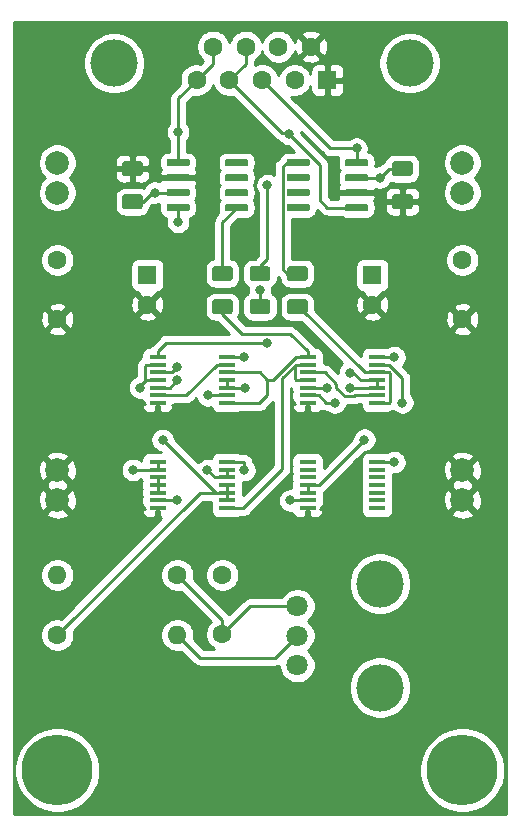
<source format=gbr>
G04 #@! TF.GenerationSoftware,KiCad,Pcbnew,5.1.5-52549c5~84~ubuntu18.04.1*
G04 #@! TF.CreationDate,2020-04-22T17:40:04-07:00*
G04 #@! TF.ProjectId,clock_generator,636c6f63-6b5f-4676-956e-657261746f72,rev?*
G04 #@! TF.SameCoordinates,Original*
G04 #@! TF.FileFunction,Copper,L1,Top*
G04 #@! TF.FilePolarity,Positive*
%FSLAX46Y46*%
G04 Gerber Fmt 4.6, Leading zero omitted, Abs format (unit mm)*
G04 Created by KiCad (PCBNEW 5.1.5-52549c5~84~ubuntu18.04.1) date 2020-04-22 17:40:04*
%MOMM*%
%LPD*%
G04 APERTURE LIST*
%ADD10C,4.000000*%
%ADD11C,1.600000*%
%ADD12R,1.600000X1.600000*%
%ADD13C,0.100000*%
%ADD14C,2.000000*%
%ADD15R,1.450000X0.450000*%
%ADD16C,1.800000*%
%ADD17O,1.600000X1.600000*%
%ADD18C,6.000000*%
%ADD19C,0.800000*%
%ADD20C,0.250000*%
%ADD21C,0.254000*%
G04 APERTURE END LIST*
D10*
X108960000Y-64620000D03*
X133960000Y-64620000D03*
D11*
X117305000Y-63200000D03*
X120075000Y-63200000D03*
X122845000Y-63200000D03*
X125615000Y-63200000D03*
X115920000Y-66040000D03*
X118690000Y-66040000D03*
X121460000Y-66040000D03*
X124230000Y-66040000D03*
D12*
X127000000Y-66040000D03*
G04 #@! TA.AperFunction,SMDPad,CuDef*
D13*
G36*
X130314703Y-72725722D02*
G01*
X130329264Y-72727882D01*
X130343543Y-72731459D01*
X130357403Y-72736418D01*
X130370710Y-72742712D01*
X130383336Y-72750280D01*
X130395159Y-72759048D01*
X130406066Y-72768934D01*
X130415952Y-72779841D01*
X130424720Y-72791664D01*
X130432288Y-72804290D01*
X130438582Y-72817597D01*
X130443541Y-72831457D01*
X130447118Y-72845736D01*
X130449278Y-72860297D01*
X130450000Y-72875000D01*
X130450000Y-73175000D01*
X130449278Y-73189703D01*
X130447118Y-73204264D01*
X130443541Y-73218543D01*
X130438582Y-73232403D01*
X130432288Y-73245710D01*
X130424720Y-73258336D01*
X130415952Y-73270159D01*
X130406066Y-73281066D01*
X130395159Y-73290952D01*
X130383336Y-73299720D01*
X130370710Y-73307288D01*
X130357403Y-73313582D01*
X130343543Y-73318541D01*
X130329264Y-73322118D01*
X130314703Y-73324278D01*
X130300000Y-73325000D01*
X128650000Y-73325000D01*
X128635297Y-73324278D01*
X128620736Y-73322118D01*
X128606457Y-73318541D01*
X128592597Y-73313582D01*
X128579290Y-73307288D01*
X128566664Y-73299720D01*
X128554841Y-73290952D01*
X128543934Y-73281066D01*
X128534048Y-73270159D01*
X128525280Y-73258336D01*
X128517712Y-73245710D01*
X128511418Y-73232403D01*
X128506459Y-73218543D01*
X128502882Y-73204264D01*
X128500722Y-73189703D01*
X128500000Y-73175000D01*
X128500000Y-72875000D01*
X128500722Y-72860297D01*
X128502882Y-72845736D01*
X128506459Y-72831457D01*
X128511418Y-72817597D01*
X128517712Y-72804290D01*
X128525280Y-72791664D01*
X128534048Y-72779841D01*
X128543934Y-72768934D01*
X128554841Y-72759048D01*
X128566664Y-72750280D01*
X128579290Y-72742712D01*
X128592597Y-72736418D01*
X128606457Y-72731459D01*
X128620736Y-72727882D01*
X128635297Y-72725722D01*
X128650000Y-72725000D01*
X130300000Y-72725000D01*
X130314703Y-72725722D01*
G37*
G04 #@! TD.AperFunction*
G04 #@! TA.AperFunction,SMDPad,CuDef*
G36*
X130314703Y-73995722D02*
G01*
X130329264Y-73997882D01*
X130343543Y-74001459D01*
X130357403Y-74006418D01*
X130370710Y-74012712D01*
X130383336Y-74020280D01*
X130395159Y-74029048D01*
X130406066Y-74038934D01*
X130415952Y-74049841D01*
X130424720Y-74061664D01*
X130432288Y-74074290D01*
X130438582Y-74087597D01*
X130443541Y-74101457D01*
X130447118Y-74115736D01*
X130449278Y-74130297D01*
X130450000Y-74145000D01*
X130450000Y-74445000D01*
X130449278Y-74459703D01*
X130447118Y-74474264D01*
X130443541Y-74488543D01*
X130438582Y-74502403D01*
X130432288Y-74515710D01*
X130424720Y-74528336D01*
X130415952Y-74540159D01*
X130406066Y-74551066D01*
X130395159Y-74560952D01*
X130383336Y-74569720D01*
X130370710Y-74577288D01*
X130357403Y-74583582D01*
X130343543Y-74588541D01*
X130329264Y-74592118D01*
X130314703Y-74594278D01*
X130300000Y-74595000D01*
X128650000Y-74595000D01*
X128635297Y-74594278D01*
X128620736Y-74592118D01*
X128606457Y-74588541D01*
X128592597Y-74583582D01*
X128579290Y-74577288D01*
X128566664Y-74569720D01*
X128554841Y-74560952D01*
X128543934Y-74551066D01*
X128534048Y-74540159D01*
X128525280Y-74528336D01*
X128517712Y-74515710D01*
X128511418Y-74502403D01*
X128506459Y-74488543D01*
X128502882Y-74474264D01*
X128500722Y-74459703D01*
X128500000Y-74445000D01*
X128500000Y-74145000D01*
X128500722Y-74130297D01*
X128502882Y-74115736D01*
X128506459Y-74101457D01*
X128511418Y-74087597D01*
X128517712Y-74074290D01*
X128525280Y-74061664D01*
X128534048Y-74049841D01*
X128543934Y-74038934D01*
X128554841Y-74029048D01*
X128566664Y-74020280D01*
X128579290Y-74012712D01*
X128592597Y-74006418D01*
X128606457Y-74001459D01*
X128620736Y-73997882D01*
X128635297Y-73995722D01*
X128650000Y-73995000D01*
X130300000Y-73995000D01*
X130314703Y-73995722D01*
G37*
G04 #@! TD.AperFunction*
G04 #@! TA.AperFunction,SMDPad,CuDef*
G36*
X130314703Y-75265722D02*
G01*
X130329264Y-75267882D01*
X130343543Y-75271459D01*
X130357403Y-75276418D01*
X130370710Y-75282712D01*
X130383336Y-75290280D01*
X130395159Y-75299048D01*
X130406066Y-75308934D01*
X130415952Y-75319841D01*
X130424720Y-75331664D01*
X130432288Y-75344290D01*
X130438582Y-75357597D01*
X130443541Y-75371457D01*
X130447118Y-75385736D01*
X130449278Y-75400297D01*
X130450000Y-75415000D01*
X130450000Y-75715000D01*
X130449278Y-75729703D01*
X130447118Y-75744264D01*
X130443541Y-75758543D01*
X130438582Y-75772403D01*
X130432288Y-75785710D01*
X130424720Y-75798336D01*
X130415952Y-75810159D01*
X130406066Y-75821066D01*
X130395159Y-75830952D01*
X130383336Y-75839720D01*
X130370710Y-75847288D01*
X130357403Y-75853582D01*
X130343543Y-75858541D01*
X130329264Y-75862118D01*
X130314703Y-75864278D01*
X130300000Y-75865000D01*
X128650000Y-75865000D01*
X128635297Y-75864278D01*
X128620736Y-75862118D01*
X128606457Y-75858541D01*
X128592597Y-75853582D01*
X128579290Y-75847288D01*
X128566664Y-75839720D01*
X128554841Y-75830952D01*
X128543934Y-75821066D01*
X128534048Y-75810159D01*
X128525280Y-75798336D01*
X128517712Y-75785710D01*
X128511418Y-75772403D01*
X128506459Y-75758543D01*
X128502882Y-75744264D01*
X128500722Y-75729703D01*
X128500000Y-75715000D01*
X128500000Y-75415000D01*
X128500722Y-75400297D01*
X128502882Y-75385736D01*
X128506459Y-75371457D01*
X128511418Y-75357597D01*
X128517712Y-75344290D01*
X128525280Y-75331664D01*
X128534048Y-75319841D01*
X128543934Y-75308934D01*
X128554841Y-75299048D01*
X128566664Y-75290280D01*
X128579290Y-75282712D01*
X128592597Y-75276418D01*
X128606457Y-75271459D01*
X128620736Y-75267882D01*
X128635297Y-75265722D01*
X128650000Y-75265000D01*
X130300000Y-75265000D01*
X130314703Y-75265722D01*
G37*
G04 #@! TD.AperFunction*
G04 #@! TA.AperFunction,SMDPad,CuDef*
G36*
X130314703Y-76535722D02*
G01*
X130329264Y-76537882D01*
X130343543Y-76541459D01*
X130357403Y-76546418D01*
X130370710Y-76552712D01*
X130383336Y-76560280D01*
X130395159Y-76569048D01*
X130406066Y-76578934D01*
X130415952Y-76589841D01*
X130424720Y-76601664D01*
X130432288Y-76614290D01*
X130438582Y-76627597D01*
X130443541Y-76641457D01*
X130447118Y-76655736D01*
X130449278Y-76670297D01*
X130450000Y-76685000D01*
X130450000Y-76985000D01*
X130449278Y-76999703D01*
X130447118Y-77014264D01*
X130443541Y-77028543D01*
X130438582Y-77042403D01*
X130432288Y-77055710D01*
X130424720Y-77068336D01*
X130415952Y-77080159D01*
X130406066Y-77091066D01*
X130395159Y-77100952D01*
X130383336Y-77109720D01*
X130370710Y-77117288D01*
X130357403Y-77123582D01*
X130343543Y-77128541D01*
X130329264Y-77132118D01*
X130314703Y-77134278D01*
X130300000Y-77135000D01*
X128650000Y-77135000D01*
X128635297Y-77134278D01*
X128620736Y-77132118D01*
X128606457Y-77128541D01*
X128592597Y-77123582D01*
X128579290Y-77117288D01*
X128566664Y-77109720D01*
X128554841Y-77100952D01*
X128543934Y-77091066D01*
X128534048Y-77080159D01*
X128525280Y-77068336D01*
X128517712Y-77055710D01*
X128511418Y-77042403D01*
X128506459Y-77028543D01*
X128502882Y-77014264D01*
X128500722Y-76999703D01*
X128500000Y-76985000D01*
X128500000Y-76685000D01*
X128500722Y-76670297D01*
X128502882Y-76655736D01*
X128506459Y-76641457D01*
X128511418Y-76627597D01*
X128517712Y-76614290D01*
X128525280Y-76601664D01*
X128534048Y-76589841D01*
X128543934Y-76578934D01*
X128554841Y-76569048D01*
X128566664Y-76560280D01*
X128579290Y-76552712D01*
X128592597Y-76546418D01*
X128606457Y-76541459D01*
X128620736Y-76537882D01*
X128635297Y-76535722D01*
X128650000Y-76535000D01*
X130300000Y-76535000D01*
X130314703Y-76535722D01*
G37*
G04 #@! TD.AperFunction*
G04 #@! TA.AperFunction,SMDPad,CuDef*
G36*
X125364703Y-76535722D02*
G01*
X125379264Y-76537882D01*
X125393543Y-76541459D01*
X125407403Y-76546418D01*
X125420710Y-76552712D01*
X125433336Y-76560280D01*
X125445159Y-76569048D01*
X125456066Y-76578934D01*
X125465952Y-76589841D01*
X125474720Y-76601664D01*
X125482288Y-76614290D01*
X125488582Y-76627597D01*
X125493541Y-76641457D01*
X125497118Y-76655736D01*
X125499278Y-76670297D01*
X125500000Y-76685000D01*
X125500000Y-76985000D01*
X125499278Y-76999703D01*
X125497118Y-77014264D01*
X125493541Y-77028543D01*
X125488582Y-77042403D01*
X125482288Y-77055710D01*
X125474720Y-77068336D01*
X125465952Y-77080159D01*
X125456066Y-77091066D01*
X125445159Y-77100952D01*
X125433336Y-77109720D01*
X125420710Y-77117288D01*
X125407403Y-77123582D01*
X125393543Y-77128541D01*
X125379264Y-77132118D01*
X125364703Y-77134278D01*
X125350000Y-77135000D01*
X123700000Y-77135000D01*
X123685297Y-77134278D01*
X123670736Y-77132118D01*
X123656457Y-77128541D01*
X123642597Y-77123582D01*
X123629290Y-77117288D01*
X123616664Y-77109720D01*
X123604841Y-77100952D01*
X123593934Y-77091066D01*
X123584048Y-77080159D01*
X123575280Y-77068336D01*
X123567712Y-77055710D01*
X123561418Y-77042403D01*
X123556459Y-77028543D01*
X123552882Y-77014264D01*
X123550722Y-76999703D01*
X123550000Y-76985000D01*
X123550000Y-76685000D01*
X123550722Y-76670297D01*
X123552882Y-76655736D01*
X123556459Y-76641457D01*
X123561418Y-76627597D01*
X123567712Y-76614290D01*
X123575280Y-76601664D01*
X123584048Y-76589841D01*
X123593934Y-76578934D01*
X123604841Y-76569048D01*
X123616664Y-76560280D01*
X123629290Y-76552712D01*
X123642597Y-76546418D01*
X123656457Y-76541459D01*
X123670736Y-76537882D01*
X123685297Y-76535722D01*
X123700000Y-76535000D01*
X125350000Y-76535000D01*
X125364703Y-76535722D01*
G37*
G04 #@! TD.AperFunction*
G04 #@! TA.AperFunction,SMDPad,CuDef*
G36*
X125364703Y-75265722D02*
G01*
X125379264Y-75267882D01*
X125393543Y-75271459D01*
X125407403Y-75276418D01*
X125420710Y-75282712D01*
X125433336Y-75290280D01*
X125445159Y-75299048D01*
X125456066Y-75308934D01*
X125465952Y-75319841D01*
X125474720Y-75331664D01*
X125482288Y-75344290D01*
X125488582Y-75357597D01*
X125493541Y-75371457D01*
X125497118Y-75385736D01*
X125499278Y-75400297D01*
X125500000Y-75415000D01*
X125500000Y-75715000D01*
X125499278Y-75729703D01*
X125497118Y-75744264D01*
X125493541Y-75758543D01*
X125488582Y-75772403D01*
X125482288Y-75785710D01*
X125474720Y-75798336D01*
X125465952Y-75810159D01*
X125456066Y-75821066D01*
X125445159Y-75830952D01*
X125433336Y-75839720D01*
X125420710Y-75847288D01*
X125407403Y-75853582D01*
X125393543Y-75858541D01*
X125379264Y-75862118D01*
X125364703Y-75864278D01*
X125350000Y-75865000D01*
X123700000Y-75865000D01*
X123685297Y-75864278D01*
X123670736Y-75862118D01*
X123656457Y-75858541D01*
X123642597Y-75853582D01*
X123629290Y-75847288D01*
X123616664Y-75839720D01*
X123604841Y-75830952D01*
X123593934Y-75821066D01*
X123584048Y-75810159D01*
X123575280Y-75798336D01*
X123567712Y-75785710D01*
X123561418Y-75772403D01*
X123556459Y-75758543D01*
X123552882Y-75744264D01*
X123550722Y-75729703D01*
X123550000Y-75715000D01*
X123550000Y-75415000D01*
X123550722Y-75400297D01*
X123552882Y-75385736D01*
X123556459Y-75371457D01*
X123561418Y-75357597D01*
X123567712Y-75344290D01*
X123575280Y-75331664D01*
X123584048Y-75319841D01*
X123593934Y-75308934D01*
X123604841Y-75299048D01*
X123616664Y-75290280D01*
X123629290Y-75282712D01*
X123642597Y-75276418D01*
X123656457Y-75271459D01*
X123670736Y-75267882D01*
X123685297Y-75265722D01*
X123700000Y-75265000D01*
X125350000Y-75265000D01*
X125364703Y-75265722D01*
G37*
G04 #@! TD.AperFunction*
G04 #@! TA.AperFunction,SMDPad,CuDef*
G36*
X125364703Y-73995722D02*
G01*
X125379264Y-73997882D01*
X125393543Y-74001459D01*
X125407403Y-74006418D01*
X125420710Y-74012712D01*
X125433336Y-74020280D01*
X125445159Y-74029048D01*
X125456066Y-74038934D01*
X125465952Y-74049841D01*
X125474720Y-74061664D01*
X125482288Y-74074290D01*
X125488582Y-74087597D01*
X125493541Y-74101457D01*
X125497118Y-74115736D01*
X125499278Y-74130297D01*
X125500000Y-74145000D01*
X125500000Y-74445000D01*
X125499278Y-74459703D01*
X125497118Y-74474264D01*
X125493541Y-74488543D01*
X125488582Y-74502403D01*
X125482288Y-74515710D01*
X125474720Y-74528336D01*
X125465952Y-74540159D01*
X125456066Y-74551066D01*
X125445159Y-74560952D01*
X125433336Y-74569720D01*
X125420710Y-74577288D01*
X125407403Y-74583582D01*
X125393543Y-74588541D01*
X125379264Y-74592118D01*
X125364703Y-74594278D01*
X125350000Y-74595000D01*
X123700000Y-74595000D01*
X123685297Y-74594278D01*
X123670736Y-74592118D01*
X123656457Y-74588541D01*
X123642597Y-74583582D01*
X123629290Y-74577288D01*
X123616664Y-74569720D01*
X123604841Y-74560952D01*
X123593934Y-74551066D01*
X123584048Y-74540159D01*
X123575280Y-74528336D01*
X123567712Y-74515710D01*
X123561418Y-74502403D01*
X123556459Y-74488543D01*
X123552882Y-74474264D01*
X123550722Y-74459703D01*
X123550000Y-74445000D01*
X123550000Y-74145000D01*
X123550722Y-74130297D01*
X123552882Y-74115736D01*
X123556459Y-74101457D01*
X123561418Y-74087597D01*
X123567712Y-74074290D01*
X123575280Y-74061664D01*
X123584048Y-74049841D01*
X123593934Y-74038934D01*
X123604841Y-74029048D01*
X123616664Y-74020280D01*
X123629290Y-74012712D01*
X123642597Y-74006418D01*
X123656457Y-74001459D01*
X123670736Y-73997882D01*
X123685297Y-73995722D01*
X123700000Y-73995000D01*
X125350000Y-73995000D01*
X125364703Y-73995722D01*
G37*
G04 #@! TD.AperFunction*
G04 #@! TA.AperFunction,SMDPad,CuDef*
G36*
X125364703Y-72725722D02*
G01*
X125379264Y-72727882D01*
X125393543Y-72731459D01*
X125407403Y-72736418D01*
X125420710Y-72742712D01*
X125433336Y-72750280D01*
X125445159Y-72759048D01*
X125456066Y-72768934D01*
X125465952Y-72779841D01*
X125474720Y-72791664D01*
X125482288Y-72804290D01*
X125488582Y-72817597D01*
X125493541Y-72831457D01*
X125497118Y-72845736D01*
X125499278Y-72860297D01*
X125500000Y-72875000D01*
X125500000Y-73175000D01*
X125499278Y-73189703D01*
X125497118Y-73204264D01*
X125493541Y-73218543D01*
X125488582Y-73232403D01*
X125482288Y-73245710D01*
X125474720Y-73258336D01*
X125465952Y-73270159D01*
X125456066Y-73281066D01*
X125445159Y-73290952D01*
X125433336Y-73299720D01*
X125420710Y-73307288D01*
X125407403Y-73313582D01*
X125393543Y-73318541D01*
X125379264Y-73322118D01*
X125364703Y-73324278D01*
X125350000Y-73325000D01*
X123700000Y-73325000D01*
X123685297Y-73324278D01*
X123670736Y-73322118D01*
X123656457Y-73318541D01*
X123642597Y-73313582D01*
X123629290Y-73307288D01*
X123616664Y-73299720D01*
X123604841Y-73290952D01*
X123593934Y-73281066D01*
X123584048Y-73270159D01*
X123575280Y-73258336D01*
X123567712Y-73245710D01*
X123561418Y-73232403D01*
X123556459Y-73218543D01*
X123552882Y-73204264D01*
X123550722Y-73189703D01*
X123550000Y-73175000D01*
X123550000Y-72875000D01*
X123550722Y-72860297D01*
X123552882Y-72845736D01*
X123556459Y-72831457D01*
X123561418Y-72817597D01*
X123567712Y-72804290D01*
X123575280Y-72791664D01*
X123584048Y-72779841D01*
X123593934Y-72768934D01*
X123604841Y-72759048D01*
X123616664Y-72750280D01*
X123629290Y-72742712D01*
X123642597Y-72736418D01*
X123656457Y-72731459D01*
X123670736Y-72727882D01*
X123685297Y-72725722D01*
X123700000Y-72725000D01*
X125350000Y-72725000D01*
X125364703Y-72725722D01*
G37*
G04 #@! TD.AperFunction*
G04 #@! TA.AperFunction,SMDPad,CuDef*
G36*
X115204703Y-76535722D02*
G01*
X115219264Y-76537882D01*
X115233543Y-76541459D01*
X115247403Y-76546418D01*
X115260710Y-76552712D01*
X115273336Y-76560280D01*
X115285159Y-76569048D01*
X115296066Y-76578934D01*
X115305952Y-76589841D01*
X115314720Y-76601664D01*
X115322288Y-76614290D01*
X115328582Y-76627597D01*
X115333541Y-76641457D01*
X115337118Y-76655736D01*
X115339278Y-76670297D01*
X115340000Y-76685000D01*
X115340000Y-76985000D01*
X115339278Y-76999703D01*
X115337118Y-77014264D01*
X115333541Y-77028543D01*
X115328582Y-77042403D01*
X115322288Y-77055710D01*
X115314720Y-77068336D01*
X115305952Y-77080159D01*
X115296066Y-77091066D01*
X115285159Y-77100952D01*
X115273336Y-77109720D01*
X115260710Y-77117288D01*
X115247403Y-77123582D01*
X115233543Y-77128541D01*
X115219264Y-77132118D01*
X115204703Y-77134278D01*
X115190000Y-77135000D01*
X113540000Y-77135000D01*
X113525297Y-77134278D01*
X113510736Y-77132118D01*
X113496457Y-77128541D01*
X113482597Y-77123582D01*
X113469290Y-77117288D01*
X113456664Y-77109720D01*
X113444841Y-77100952D01*
X113433934Y-77091066D01*
X113424048Y-77080159D01*
X113415280Y-77068336D01*
X113407712Y-77055710D01*
X113401418Y-77042403D01*
X113396459Y-77028543D01*
X113392882Y-77014264D01*
X113390722Y-76999703D01*
X113390000Y-76985000D01*
X113390000Y-76685000D01*
X113390722Y-76670297D01*
X113392882Y-76655736D01*
X113396459Y-76641457D01*
X113401418Y-76627597D01*
X113407712Y-76614290D01*
X113415280Y-76601664D01*
X113424048Y-76589841D01*
X113433934Y-76578934D01*
X113444841Y-76569048D01*
X113456664Y-76560280D01*
X113469290Y-76552712D01*
X113482597Y-76546418D01*
X113496457Y-76541459D01*
X113510736Y-76537882D01*
X113525297Y-76535722D01*
X113540000Y-76535000D01*
X115190000Y-76535000D01*
X115204703Y-76535722D01*
G37*
G04 #@! TD.AperFunction*
G04 #@! TA.AperFunction,SMDPad,CuDef*
G36*
X115204703Y-75265722D02*
G01*
X115219264Y-75267882D01*
X115233543Y-75271459D01*
X115247403Y-75276418D01*
X115260710Y-75282712D01*
X115273336Y-75290280D01*
X115285159Y-75299048D01*
X115296066Y-75308934D01*
X115305952Y-75319841D01*
X115314720Y-75331664D01*
X115322288Y-75344290D01*
X115328582Y-75357597D01*
X115333541Y-75371457D01*
X115337118Y-75385736D01*
X115339278Y-75400297D01*
X115340000Y-75415000D01*
X115340000Y-75715000D01*
X115339278Y-75729703D01*
X115337118Y-75744264D01*
X115333541Y-75758543D01*
X115328582Y-75772403D01*
X115322288Y-75785710D01*
X115314720Y-75798336D01*
X115305952Y-75810159D01*
X115296066Y-75821066D01*
X115285159Y-75830952D01*
X115273336Y-75839720D01*
X115260710Y-75847288D01*
X115247403Y-75853582D01*
X115233543Y-75858541D01*
X115219264Y-75862118D01*
X115204703Y-75864278D01*
X115190000Y-75865000D01*
X113540000Y-75865000D01*
X113525297Y-75864278D01*
X113510736Y-75862118D01*
X113496457Y-75858541D01*
X113482597Y-75853582D01*
X113469290Y-75847288D01*
X113456664Y-75839720D01*
X113444841Y-75830952D01*
X113433934Y-75821066D01*
X113424048Y-75810159D01*
X113415280Y-75798336D01*
X113407712Y-75785710D01*
X113401418Y-75772403D01*
X113396459Y-75758543D01*
X113392882Y-75744264D01*
X113390722Y-75729703D01*
X113390000Y-75715000D01*
X113390000Y-75415000D01*
X113390722Y-75400297D01*
X113392882Y-75385736D01*
X113396459Y-75371457D01*
X113401418Y-75357597D01*
X113407712Y-75344290D01*
X113415280Y-75331664D01*
X113424048Y-75319841D01*
X113433934Y-75308934D01*
X113444841Y-75299048D01*
X113456664Y-75290280D01*
X113469290Y-75282712D01*
X113482597Y-75276418D01*
X113496457Y-75271459D01*
X113510736Y-75267882D01*
X113525297Y-75265722D01*
X113540000Y-75265000D01*
X115190000Y-75265000D01*
X115204703Y-75265722D01*
G37*
G04 #@! TD.AperFunction*
G04 #@! TA.AperFunction,SMDPad,CuDef*
G36*
X115204703Y-73995722D02*
G01*
X115219264Y-73997882D01*
X115233543Y-74001459D01*
X115247403Y-74006418D01*
X115260710Y-74012712D01*
X115273336Y-74020280D01*
X115285159Y-74029048D01*
X115296066Y-74038934D01*
X115305952Y-74049841D01*
X115314720Y-74061664D01*
X115322288Y-74074290D01*
X115328582Y-74087597D01*
X115333541Y-74101457D01*
X115337118Y-74115736D01*
X115339278Y-74130297D01*
X115340000Y-74145000D01*
X115340000Y-74445000D01*
X115339278Y-74459703D01*
X115337118Y-74474264D01*
X115333541Y-74488543D01*
X115328582Y-74502403D01*
X115322288Y-74515710D01*
X115314720Y-74528336D01*
X115305952Y-74540159D01*
X115296066Y-74551066D01*
X115285159Y-74560952D01*
X115273336Y-74569720D01*
X115260710Y-74577288D01*
X115247403Y-74583582D01*
X115233543Y-74588541D01*
X115219264Y-74592118D01*
X115204703Y-74594278D01*
X115190000Y-74595000D01*
X113540000Y-74595000D01*
X113525297Y-74594278D01*
X113510736Y-74592118D01*
X113496457Y-74588541D01*
X113482597Y-74583582D01*
X113469290Y-74577288D01*
X113456664Y-74569720D01*
X113444841Y-74560952D01*
X113433934Y-74551066D01*
X113424048Y-74540159D01*
X113415280Y-74528336D01*
X113407712Y-74515710D01*
X113401418Y-74502403D01*
X113396459Y-74488543D01*
X113392882Y-74474264D01*
X113390722Y-74459703D01*
X113390000Y-74445000D01*
X113390000Y-74145000D01*
X113390722Y-74130297D01*
X113392882Y-74115736D01*
X113396459Y-74101457D01*
X113401418Y-74087597D01*
X113407712Y-74074290D01*
X113415280Y-74061664D01*
X113424048Y-74049841D01*
X113433934Y-74038934D01*
X113444841Y-74029048D01*
X113456664Y-74020280D01*
X113469290Y-74012712D01*
X113482597Y-74006418D01*
X113496457Y-74001459D01*
X113510736Y-73997882D01*
X113525297Y-73995722D01*
X113540000Y-73995000D01*
X115190000Y-73995000D01*
X115204703Y-73995722D01*
G37*
G04 #@! TD.AperFunction*
G04 #@! TA.AperFunction,SMDPad,CuDef*
G36*
X115204703Y-72725722D02*
G01*
X115219264Y-72727882D01*
X115233543Y-72731459D01*
X115247403Y-72736418D01*
X115260710Y-72742712D01*
X115273336Y-72750280D01*
X115285159Y-72759048D01*
X115296066Y-72768934D01*
X115305952Y-72779841D01*
X115314720Y-72791664D01*
X115322288Y-72804290D01*
X115328582Y-72817597D01*
X115333541Y-72831457D01*
X115337118Y-72845736D01*
X115339278Y-72860297D01*
X115340000Y-72875000D01*
X115340000Y-73175000D01*
X115339278Y-73189703D01*
X115337118Y-73204264D01*
X115333541Y-73218543D01*
X115328582Y-73232403D01*
X115322288Y-73245710D01*
X115314720Y-73258336D01*
X115305952Y-73270159D01*
X115296066Y-73281066D01*
X115285159Y-73290952D01*
X115273336Y-73299720D01*
X115260710Y-73307288D01*
X115247403Y-73313582D01*
X115233543Y-73318541D01*
X115219264Y-73322118D01*
X115204703Y-73324278D01*
X115190000Y-73325000D01*
X113540000Y-73325000D01*
X113525297Y-73324278D01*
X113510736Y-73322118D01*
X113496457Y-73318541D01*
X113482597Y-73313582D01*
X113469290Y-73307288D01*
X113456664Y-73299720D01*
X113444841Y-73290952D01*
X113433934Y-73281066D01*
X113424048Y-73270159D01*
X113415280Y-73258336D01*
X113407712Y-73245710D01*
X113401418Y-73232403D01*
X113396459Y-73218543D01*
X113392882Y-73204264D01*
X113390722Y-73189703D01*
X113390000Y-73175000D01*
X113390000Y-72875000D01*
X113390722Y-72860297D01*
X113392882Y-72845736D01*
X113396459Y-72831457D01*
X113401418Y-72817597D01*
X113407712Y-72804290D01*
X113415280Y-72791664D01*
X113424048Y-72779841D01*
X113433934Y-72768934D01*
X113444841Y-72759048D01*
X113456664Y-72750280D01*
X113469290Y-72742712D01*
X113482597Y-72736418D01*
X113496457Y-72731459D01*
X113510736Y-72727882D01*
X113525297Y-72725722D01*
X113540000Y-72725000D01*
X115190000Y-72725000D01*
X115204703Y-72725722D01*
G37*
G04 #@! TD.AperFunction*
G04 #@! TA.AperFunction,SMDPad,CuDef*
G36*
X120154703Y-72725722D02*
G01*
X120169264Y-72727882D01*
X120183543Y-72731459D01*
X120197403Y-72736418D01*
X120210710Y-72742712D01*
X120223336Y-72750280D01*
X120235159Y-72759048D01*
X120246066Y-72768934D01*
X120255952Y-72779841D01*
X120264720Y-72791664D01*
X120272288Y-72804290D01*
X120278582Y-72817597D01*
X120283541Y-72831457D01*
X120287118Y-72845736D01*
X120289278Y-72860297D01*
X120290000Y-72875000D01*
X120290000Y-73175000D01*
X120289278Y-73189703D01*
X120287118Y-73204264D01*
X120283541Y-73218543D01*
X120278582Y-73232403D01*
X120272288Y-73245710D01*
X120264720Y-73258336D01*
X120255952Y-73270159D01*
X120246066Y-73281066D01*
X120235159Y-73290952D01*
X120223336Y-73299720D01*
X120210710Y-73307288D01*
X120197403Y-73313582D01*
X120183543Y-73318541D01*
X120169264Y-73322118D01*
X120154703Y-73324278D01*
X120140000Y-73325000D01*
X118490000Y-73325000D01*
X118475297Y-73324278D01*
X118460736Y-73322118D01*
X118446457Y-73318541D01*
X118432597Y-73313582D01*
X118419290Y-73307288D01*
X118406664Y-73299720D01*
X118394841Y-73290952D01*
X118383934Y-73281066D01*
X118374048Y-73270159D01*
X118365280Y-73258336D01*
X118357712Y-73245710D01*
X118351418Y-73232403D01*
X118346459Y-73218543D01*
X118342882Y-73204264D01*
X118340722Y-73189703D01*
X118340000Y-73175000D01*
X118340000Y-72875000D01*
X118340722Y-72860297D01*
X118342882Y-72845736D01*
X118346459Y-72831457D01*
X118351418Y-72817597D01*
X118357712Y-72804290D01*
X118365280Y-72791664D01*
X118374048Y-72779841D01*
X118383934Y-72768934D01*
X118394841Y-72759048D01*
X118406664Y-72750280D01*
X118419290Y-72742712D01*
X118432597Y-72736418D01*
X118446457Y-72731459D01*
X118460736Y-72727882D01*
X118475297Y-72725722D01*
X118490000Y-72725000D01*
X120140000Y-72725000D01*
X120154703Y-72725722D01*
G37*
G04 #@! TD.AperFunction*
G04 #@! TA.AperFunction,SMDPad,CuDef*
G36*
X120154703Y-73995722D02*
G01*
X120169264Y-73997882D01*
X120183543Y-74001459D01*
X120197403Y-74006418D01*
X120210710Y-74012712D01*
X120223336Y-74020280D01*
X120235159Y-74029048D01*
X120246066Y-74038934D01*
X120255952Y-74049841D01*
X120264720Y-74061664D01*
X120272288Y-74074290D01*
X120278582Y-74087597D01*
X120283541Y-74101457D01*
X120287118Y-74115736D01*
X120289278Y-74130297D01*
X120290000Y-74145000D01*
X120290000Y-74445000D01*
X120289278Y-74459703D01*
X120287118Y-74474264D01*
X120283541Y-74488543D01*
X120278582Y-74502403D01*
X120272288Y-74515710D01*
X120264720Y-74528336D01*
X120255952Y-74540159D01*
X120246066Y-74551066D01*
X120235159Y-74560952D01*
X120223336Y-74569720D01*
X120210710Y-74577288D01*
X120197403Y-74583582D01*
X120183543Y-74588541D01*
X120169264Y-74592118D01*
X120154703Y-74594278D01*
X120140000Y-74595000D01*
X118490000Y-74595000D01*
X118475297Y-74594278D01*
X118460736Y-74592118D01*
X118446457Y-74588541D01*
X118432597Y-74583582D01*
X118419290Y-74577288D01*
X118406664Y-74569720D01*
X118394841Y-74560952D01*
X118383934Y-74551066D01*
X118374048Y-74540159D01*
X118365280Y-74528336D01*
X118357712Y-74515710D01*
X118351418Y-74502403D01*
X118346459Y-74488543D01*
X118342882Y-74474264D01*
X118340722Y-74459703D01*
X118340000Y-74445000D01*
X118340000Y-74145000D01*
X118340722Y-74130297D01*
X118342882Y-74115736D01*
X118346459Y-74101457D01*
X118351418Y-74087597D01*
X118357712Y-74074290D01*
X118365280Y-74061664D01*
X118374048Y-74049841D01*
X118383934Y-74038934D01*
X118394841Y-74029048D01*
X118406664Y-74020280D01*
X118419290Y-74012712D01*
X118432597Y-74006418D01*
X118446457Y-74001459D01*
X118460736Y-73997882D01*
X118475297Y-73995722D01*
X118490000Y-73995000D01*
X120140000Y-73995000D01*
X120154703Y-73995722D01*
G37*
G04 #@! TD.AperFunction*
G04 #@! TA.AperFunction,SMDPad,CuDef*
G36*
X120154703Y-75265722D02*
G01*
X120169264Y-75267882D01*
X120183543Y-75271459D01*
X120197403Y-75276418D01*
X120210710Y-75282712D01*
X120223336Y-75290280D01*
X120235159Y-75299048D01*
X120246066Y-75308934D01*
X120255952Y-75319841D01*
X120264720Y-75331664D01*
X120272288Y-75344290D01*
X120278582Y-75357597D01*
X120283541Y-75371457D01*
X120287118Y-75385736D01*
X120289278Y-75400297D01*
X120290000Y-75415000D01*
X120290000Y-75715000D01*
X120289278Y-75729703D01*
X120287118Y-75744264D01*
X120283541Y-75758543D01*
X120278582Y-75772403D01*
X120272288Y-75785710D01*
X120264720Y-75798336D01*
X120255952Y-75810159D01*
X120246066Y-75821066D01*
X120235159Y-75830952D01*
X120223336Y-75839720D01*
X120210710Y-75847288D01*
X120197403Y-75853582D01*
X120183543Y-75858541D01*
X120169264Y-75862118D01*
X120154703Y-75864278D01*
X120140000Y-75865000D01*
X118490000Y-75865000D01*
X118475297Y-75864278D01*
X118460736Y-75862118D01*
X118446457Y-75858541D01*
X118432597Y-75853582D01*
X118419290Y-75847288D01*
X118406664Y-75839720D01*
X118394841Y-75830952D01*
X118383934Y-75821066D01*
X118374048Y-75810159D01*
X118365280Y-75798336D01*
X118357712Y-75785710D01*
X118351418Y-75772403D01*
X118346459Y-75758543D01*
X118342882Y-75744264D01*
X118340722Y-75729703D01*
X118340000Y-75715000D01*
X118340000Y-75415000D01*
X118340722Y-75400297D01*
X118342882Y-75385736D01*
X118346459Y-75371457D01*
X118351418Y-75357597D01*
X118357712Y-75344290D01*
X118365280Y-75331664D01*
X118374048Y-75319841D01*
X118383934Y-75308934D01*
X118394841Y-75299048D01*
X118406664Y-75290280D01*
X118419290Y-75282712D01*
X118432597Y-75276418D01*
X118446457Y-75271459D01*
X118460736Y-75267882D01*
X118475297Y-75265722D01*
X118490000Y-75265000D01*
X120140000Y-75265000D01*
X120154703Y-75265722D01*
G37*
G04 #@! TD.AperFunction*
G04 #@! TA.AperFunction,SMDPad,CuDef*
G36*
X120154703Y-76535722D02*
G01*
X120169264Y-76537882D01*
X120183543Y-76541459D01*
X120197403Y-76546418D01*
X120210710Y-76552712D01*
X120223336Y-76560280D01*
X120235159Y-76569048D01*
X120246066Y-76578934D01*
X120255952Y-76589841D01*
X120264720Y-76601664D01*
X120272288Y-76614290D01*
X120278582Y-76627597D01*
X120283541Y-76641457D01*
X120287118Y-76655736D01*
X120289278Y-76670297D01*
X120290000Y-76685000D01*
X120290000Y-76985000D01*
X120289278Y-76999703D01*
X120287118Y-77014264D01*
X120283541Y-77028543D01*
X120278582Y-77042403D01*
X120272288Y-77055710D01*
X120264720Y-77068336D01*
X120255952Y-77080159D01*
X120246066Y-77091066D01*
X120235159Y-77100952D01*
X120223336Y-77109720D01*
X120210710Y-77117288D01*
X120197403Y-77123582D01*
X120183543Y-77128541D01*
X120169264Y-77132118D01*
X120154703Y-77134278D01*
X120140000Y-77135000D01*
X118490000Y-77135000D01*
X118475297Y-77134278D01*
X118460736Y-77132118D01*
X118446457Y-77128541D01*
X118432597Y-77123582D01*
X118419290Y-77117288D01*
X118406664Y-77109720D01*
X118394841Y-77100952D01*
X118383934Y-77091066D01*
X118374048Y-77080159D01*
X118365280Y-77068336D01*
X118357712Y-77055710D01*
X118351418Y-77042403D01*
X118346459Y-77028543D01*
X118342882Y-77014264D01*
X118340722Y-76999703D01*
X118340000Y-76985000D01*
X118340000Y-76685000D01*
X118340722Y-76670297D01*
X118342882Y-76655736D01*
X118346459Y-76641457D01*
X118351418Y-76627597D01*
X118357712Y-76614290D01*
X118365280Y-76601664D01*
X118374048Y-76589841D01*
X118383934Y-76578934D01*
X118394841Y-76569048D01*
X118406664Y-76560280D01*
X118419290Y-76552712D01*
X118432597Y-76546418D01*
X118446457Y-76541459D01*
X118460736Y-76537882D01*
X118475297Y-76535722D01*
X118490000Y-76535000D01*
X120140000Y-76535000D01*
X120154703Y-76535722D01*
G37*
G04 #@! TD.AperFunction*
G04 #@! TA.AperFunction,SMDPad,CuDef*
G36*
X125109504Y-84596204D02*
G01*
X125133773Y-84599804D01*
X125157571Y-84605765D01*
X125180671Y-84614030D01*
X125202849Y-84624520D01*
X125223893Y-84637133D01*
X125243598Y-84651747D01*
X125261777Y-84668223D01*
X125278253Y-84686402D01*
X125292867Y-84706107D01*
X125305480Y-84727151D01*
X125315970Y-84749329D01*
X125324235Y-84772429D01*
X125330196Y-84796227D01*
X125333796Y-84820496D01*
X125335000Y-84845000D01*
X125335000Y-85595000D01*
X125333796Y-85619504D01*
X125330196Y-85643773D01*
X125324235Y-85667571D01*
X125315970Y-85690671D01*
X125305480Y-85712849D01*
X125292867Y-85733893D01*
X125278253Y-85753598D01*
X125261777Y-85771777D01*
X125243598Y-85788253D01*
X125223893Y-85802867D01*
X125202849Y-85815480D01*
X125180671Y-85825970D01*
X125157571Y-85834235D01*
X125133773Y-85840196D01*
X125109504Y-85843796D01*
X125085000Y-85845000D01*
X123835000Y-85845000D01*
X123810496Y-85843796D01*
X123786227Y-85840196D01*
X123762429Y-85834235D01*
X123739329Y-85825970D01*
X123717151Y-85815480D01*
X123696107Y-85802867D01*
X123676402Y-85788253D01*
X123658223Y-85771777D01*
X123641747Y-85753598D01*
X123627133Y-85733893D01*
X123614520Y-85712849D01*
X123604030Y-85690671D01*
X123595765Y-85667571D01*
X123589804Y-85643773D01*
X123586204Y-85619504D01*
X123585000Y-85595000D01*
X123585000Y-84845000D01*
X123586204Y-84820496D01*
X123589804Y-84796227D01*
X123595765Y-84772429D01*
X123604030Y-84749329D01*
X123614520Y-84727151D01*
X123627133Y-84706107D01*
X123641747Y-84686402D01*
X123658223Y-84668223D01*
X123676402Y-84651747D01*
X123696107Y-84637133D01*
X123717151Y-84624520D01*
X123739329Y-84614030D01*
X123762429Y-84605765D01*
X123786227Y-84599804D01*
X123810496Y-84596204D01*
X123835000Y-84595000D01*
X125085000Y-84595000D01*
X125109504Y-84596204D01*
G37*
G04 #@! TD.AperFunction*
G04 #@! TA.AperFunction,SMDPad,CuDef*
G36*
X125109504Y-81796204D02*
G01*
X125133773Y-81799804D01*
X125157571Y-81805765D01*
X125180671Y-81814030D01*
X125202849Y-81824520D01*
X125223893Y-81837133D01*
X125243598Y-81851747D01*
X125261777Y-81868223D01*
X125278253Y-81886402D01*
X125292867Y-81906107D01*
X125305480Y-81927151D01*
X125315970Y-81949329D01*
X125324235Y-81972429D01*
X125330196Y-81996227D01*
X125333796Y-82020496D01*
X125335000Y-82045000D01*
X125335000Y-82795000D01*
X125333796Y-82819504D01*
X125330196Y-82843773D01*
X125324235Y-82867571D01*
X125315970Y-82890671D01*
X125305480Y-82912849D01*
X125292867Y-82933893D01*
X125278253Y-82953598D01*
X125261777Y-82971777D01*
X125243598Y-82988253D01*
X125223893Y-83002867D01*
X125202849Y-83015480D01*
X125180671Y-83025970D01*
X125157571Y-83034235D01*
X125133773Y-83040196D01*
X125109504Y-83043796D01*
X125085000Y-83045000D01*
X123835000Y-83045000D01*
X123810496Y-83043796D01*
X123786227Y-83040196D01*
X123762429Y-83034235D01*
X123739329Y-83025970D01*
X123717151Y-83015480D01*
X123696107Y-83002867D01*
X123676402Y-82988253D01*
X123658223Y-82971777D01*
X123641747Y-82953598D01*
X123627133Y-82933893D01*
X123614520Y-82912849D01*
X123604030Y-82890671D01*
X123595765Y-82867571D01*
X123589804Y-82843773D01*
X123586204Y-82819504D01*
X123585000Y-82795000D01*
X123585000Y-82045000D01*
X123586204Y-82020496D01*
X123589804Y-81996227D01*
X123595765Y-81972429D01*
X123604030Y-81949329D01*
X123614520Y-81927151D01*
X123627133Y-81906107D01*
X123641747Y-81886402D01*
X123658223Y-81868223D01*
X123676402Y-81851747D01*
X123696107Y-81837133D01*
X123717151Y-81824520D01*
X123739329Y-81814030D01*
X123762429Y-81805765D01*
X123786227Y-81799804D01*
X123810496Y-81796204D01*
X123835000Y-81795000D01*
X125085000Y-81795000D01*
X125109504Y-81796204D01*
G37*
G04 #@! TD.AperFunction*
G04 #@! TA.AperFunction,SMDPad,CuDef*
G36*
X121934504Y-84596204D02*
G01*
X121958773Y-84599804D01*
X121982571Y-84605765D01*
X122005671Y-84614030D01*
X122027849Y-84624520D01*
X122048893Y-84637133D01*
X122068598Y-84651747D01*
X122086777Y-84668223D01*
X122103253Y-84686402D01*
X122117867Y-84706107D01*
X122130480Y-84727151D01*
X122140970Y-84749329D01*
X122149235Y-84772429D01*
X122155196Y-84796227D01*
X122158796Y-84820496D01*
X122160000Y-84845000D01*
X122160000Y-85595000D01*
X122158796Y-85619504D01*
X122155196Y-85643773D01*
X122149235Y-85667571D01*
X122140970Y-85690671D01*
X122130480Y-85712849D01*
X122117867Y-85733893D01*
X122103253Y-85753598D01*
X122086777Y-85771777D01*
X122068598Y-85788253D01*
X122048893Y-85802867D01*
X122027849Y-85815480D01*
X122005671Y-85825970D01*
X121982571Y-85834235D01*
X121958773Y-85840196D01*
X121934504Y-85843796D01*
X121910000Y-85845000D01*
X120660000Y-85845000D01*
X120635496Y-85843796D01*
X120611227Y-85840196D01*
X120587429Y-85834235D01*
X120564329Y-85825970D01*
X120542151Y-85815480D01*
X120521107Y-85802867D01*
X120501402Y-85788253D01*
X120483223Y-85771777D01*
X120466747Y-85753598D01*
X120452133Y-85733893D01*
X120439520Y-85712849D01*
X120429030Y-85690671D01*
X120420765Y-85667571D01*
X120414804Y-85643773D01*
X120411204Y-85619504D01*
X120410000Y-85595000D01*
X120410000Y-84845000D01*
X120411204Y-84820496D01*
X120414804Y-84796227D01*
X120420765Y-84772429D01*
X120429030Y-84749329D01*
X120439520Y-84727151D01*
X120452133Y-84706107D01*
X120466747Y-84686402D01*
X120483223Y-84668223D01*
X120501402Y-84651747D01*
X120521107Y-84637133D01*
X120542151Y-84624520D01*
X120564329Y-84614030D01*
X120587429Y-84605765D01*
X120611227Y-84599804D01*
X120635496Y-84596204D01*
X120660000Y-84595000D01*
X121910000Y-84595000D01*
X121934504Y-84596204D01*
G37*
G04 #@! TD.AperFunction*
G04 #@! TA.AperFunction,SMDPad,CuDef*
G36*
X121934504Y-81796204D02*
G01*
X121958773Y-81799804D01*
X121982571Y-81805765D01*
X122005671Y-81814030D01*
X122027849Y-81824520D01*
X122048893Y-81837133D01*
X122068598Y-81851747D01*
X122086777Y-81868223D01*
X122103253Y-81886402D01*
X122117867Y-81906107D01*
X122130480Y-81927151D01*
X122140970Y-81949329D01*
X122149235Y-81972429D01*
X122155196Y-81996227D01*
X122158796Y-82020496D01*
X122160000Y-82045000D01*
X122160000Y-82795000D01*
X122158796Y-82819504D01*
X122155196Y-82843773D01*
X122149235Y-82867571D01*
X122140970Y-82890671D01*
X122130480Y-82912849D01*
X122117867Y-82933893D01*
X122103253Y-82953598D01*
X122086777Y-82971777D01*
X122068598Y-82988253D01*
X122048893Y-83002867D01*
X122027849Y-83015480D01*
X122005671Y-83025970D01*
X121982571Y-83034235D01*
X121958773Y-83040196D01*
X121934504Y-83043796D01*
X121910000Y-83045000D01*
X120660000Y-83045000D01*
X120635496Y-83043796D01*
X120611227Y-83040196D01*
X120587429Y-83034235D01*
X120564329Y-83025970D01*
X120542151Y-83015480D01*
X120521107Y-83002867D01*
X120501402Y-82988253D01*
X120483223Y-82971777D01*
X120466747Y-82953598D01*
X120452133Y-82933893D01*
X120439520Y-82912849D01*
X120429030Y-82890671D01*
X120420765Y-82867571D01*
X120414804Y-82843773D01*
X120411204Y-82819504D01*
X120410000Y-82795000D01*
X120410000Y-82045000D01*
X120411204Y-82020496D01*
X120414804Y-81996227D01*
X120420765Y-81972429D01*
X120429030Y-81949329D01*
X120439520Y-81927151D01*
X120452133Y-81906107D01*
X120466747Y-81886402D01*
X120483223Y-81868223D01*
X120501402Y-81851747D01*
X120521107Y-81837133D01*
X120542151Y-81824520D01*
X120564329Y-81814030D01*
X120587429Y-81805765D01*
X120611227Y-81799804D01*
X120635496Y-81796204D01*
X120660000Y-81795000D01*
X121910000Y-81795000D01*
X121934504Y-81796204D01*
G37*
G04 #@! TD.AperFunction*
G04 #@! TA.AperFunction,SMDPad,CuDef*
G36*
X118759504Y-84596204D02*
G01*
X118783773Y-84599804D01*
X118807571Y-84605765D01*
X118830671Y-84614030D01*
X118852849Y-84624520D01*
X118873893Y-84637133D01*
X118893598Y-84651747D01*
X118911777Y-84668223D01*
X118928253Y-84686402D01*
X118942867Y-84706107D01*
X118955480Y-84727151D01*
X118965970Y-84749329D01*
X118974235Y-84772429D01*
X118980196Y-84796227D01*
X118983796Y-84820496D01*
X118985000Y-84845000D01*
X118985000Y-85595000D01*
X118983796Y-85619504D01*
X118980196Y-85643773D01*
X118974235Y-85667571D01*
X118965970Y-85690671D01*
X118955480Y-85712849D01*
X118942867Y-85733893D01*
X118928253Y-85753598D01*
X118911777Y-85771777D01*
X118893598Y-85788253D01*
X118873893Y-85802867D01*
X118852849Y-85815480D01*
X118830671Y-85825970D01*
X118807571Y-85834235D01*
X118783773Y-85840196D01*
X118759504Y-85843796D01*
X118735000Y-85845000D01*
X117485000Y-85845000D01*
X117460496Y-85843796D01*
X117436227Y-85840196D01*
X117412429Y-85834235D01*
X117389329Y-85825970D01*
X117367151Y-85815480D01*
X117346107Y-85802867D01*
X117326402Y-85788253D01*
X117308223Y-85771777D01*
X117291747Y-85753598D01*
X117277133Y-85733893D01*
X117264520Y-85712849D01*
X117254030Y-85690671D01*
X117245765Y-85667571D01*
X117239804Y-85643773D01*
X117236204Y-85619504D01*
X117235000Y-85595000D01*
X117235000Y-84845000D01*
X117236204Y-84820496D01*
X117239804Y-84796227D01*
X117245765Y-84772429D01*
X117254030Y-84749329D01*
X117264520Y-84727151D01*
X117277133Y-84706107D01*
X117291747Y-84686402D01*
X117308223Y-84668223D01*
X117326402Y-84651747D01*
X117346107Y-84637133D01*
X117367151Y-84624520D01*
X117389329Y-84614030D01*
X117412429Y-84605765D01*
X117436227Y-84599804D01*
X117460496Y-84596204D01*
X117485000Y-84595000D01*
X118735000Y-84595000D01*
X118759504Y-84596204D01*
G37*
G04 #@! TD.AperFunction*
G04 #@! TA.AperFunction,SMDPad,CuDef*
G36*
X118759504Y-81796204D02*
G01*
X118783773Y-81799804D01*
X118807571Y-81805765D01*
X118830671Y-81814030D01*
X118852849Y-81824520D01*
X118873893Y-81837133D01*
X118893598Y-81851747D01*
X118911777Y-81868223D01*
X118928253Y-81886402D01*
X118942867Y-81906107D01*
X118955480Y-81927151D01*
X118965970Y-81949329D01*
X118974235Y-81972429D01*
X118980196Y-81996227D01*
X118983796Y-82020496D01*
X118985000Y-82045000D01*
X118985000Y-82795000D01*
X118983796Y-82819504D01*
X118980196Y-82843773D01*
X118974235Y-82867571D01*
X118965970Y-82890671D01*
X118955480Y-82912849D01*
X118942867Y-82933893D01*
X118928253Y-82953598D01*
X118911777Y-82971777D01*
X118893598Y-82988253D01*
X118873893Y-83002867D01*
X118852849Y-83015480D01*
X118830671Y-83025970D01*
X118807571Y-83034235D01*
X118783773Y-83040196D01*
X118759504Y-83043796D01*
X118735000Y-83045000D01*
X117485000Y-83045000D01*
X117460496Y-83043796D01*
X117436227Y-83040196D01*
X117412429Y-83034235D01*
X117389329Y-83025970D01*
X117367151Y-83015480D01*
X117346107Y-83002867D01*
X117326402Y-82988253D01*
X117308223Y-82971777D01*
X117291747Y-82953598D01*
X117277133Y-82933893D01*
X117264520Y-82912849D01*
X117254030Y-82890671D01*
X117245765Y-82867571D01*
X117239804Y-82843773D01*
X117236204Y-82819504D01*
X117235000Y-82795000D01*
X117235000Y-82045000D01*
X117236204Y-82020496D01*
X117239804Y-81996227D01*
X117245765Y-81972429D01*
X117254030Y-81949329D01*
X117264520Y-81927151D01*
X117277133Y-81906107D01*
X117291747Y-81886402D01*
X117308223Y-81868223D01*
X117326402Y-81851747D01*
X117346107Y-81837133D01*
X117367151Y-81824520D01*
X117389329Y-81814030D01*
X117412429Y-81805765D01*
X117436227Y-81799804D01*
X117460496Y-81796204D01*
X117485000Y-81795000D01*
X118735000Y-81795000D01*
X118759504Y-81796204D01*
G37*
G04 #@! TD.AperFunction*
G04 #@! TA.AperFunction,SMDPad,CuDef*
G36*
X133999504Y-75706204D02*
G01*
X134023773Y-75709804D01*
X134047571Y-75715765D01*
X134070671Y-75724030D01*
X134092849Y-75734520D01*
X134113893Y-75747133D01*
X134133598Y-75761747D01*
X134151777Y-75778223D01*
X134168253Y-75796402D01*
X134182867Y-75816107D01*
X134195480Y-75837151D01*
X134205970Y-75859329D01*
X134214235Y-75882429D01*
X134220196Y-75906227D01*
X134223796Y-75930496D01*
X134225000Y-75955000D01*
X134225000Y-76705000D01*
X134223796Y-76729504D01*
X134220196Y-76753773D01*
X134214235Y-76777571D01*
X134205970Y-76800671D01*
X134195480Y-76822849D01*
X134182867Y-76843893D01*
X134168253Y-76863598D01*
X134151777Y-76881777D01*
X134133598Y-76898253D01*
X134113893Y-76912867D01*
X134092849Y-76925480D01*
X134070671Y-76935970D01*
X134047571Y-76944235D01*
X134023773Y-76950196D01*
X133999504Y-76953796D01*
X133975000Y-76955000D01*
X132725000Y-76955000D01*
X132700496Y-76953796D01*
X132676227Y-76950196D01*
X132652429Y-76944235D01*
X132629329Y-76935970D01*
X132607151Y-76925480D01*
X132586107Y-76912867D01*
X132566402Y-76898253D01*
X132548223Y-76881777D01*
X132531747Y-76863598D01*
X132517133Y-76843893D01*
X132504520Y-76822849D01*
X132494030Y-76800671D01*
X132485765Y-76777571D01*
X132479804Y-76753773D01*
X132476204Y-76729504D01*
X132475000Y-76705000D01*
X132475000Y-75955000D01*
X132476204Y-75930496D01*
X132479804Y-75906227D01*
X132485765Y-75882429D01*
X132494030Y-75859329D01*
X132504520Y-75837151D01*
X132517133Y-75816107D01*
X132531747Y-75796402D01*
X132548223Y-75778223D01*
X132566402Y-75761747D01*
X132586107Y-75747133D01*
X132607151Y-75734520D01*
X132629329Y-75724030D01*
X132652429Y-75715765D01*
X132676227Y-75709804D01*
X132700496Y-75706204D01*
X132725000Y-75705000D01*
X133975000Y-75705000D01*
X133999504Y-75706204D01*
G37*
G04 #@! TD.AperFunction*
G04 #@! TA.AperFunction,SMDPad,CuDef*
G36*
X133999504Y-72906204D02*
G01*
X134023773Y-72909804D01*
X134047571Y-72915765D01*
X134070671Y-72924030D01*
X134092849Y-72934520D01*
X134113893Y-72947133D01*
X134133598Y-72961747D01*
X134151777Y-72978223D01*
X134168253Y-72996402D01*
X134182867Y-73016107D01*
X134195480Y-73037151D01*
X134205970Y-73059329D01*
X134214235Y-73082429D01*
X134220196Y-73106227D01*
X134223796Y-73130496D01*
X134225000Y-73155000D01*
X134225000Y-73905000D01*
X134223796Y-73929504D01*
X134220196Y-73953773D01*
X134214235Y-73977571D01*
X134205970Y-74000671D01*
X134195480Y-74022849D01*
X134182867Y-74043893D01*
X134168253Y-74063598D01*
X134151777Y-74081777D01*
X134133598Y-74098253D01*
X134113893Y-74112867D01*
X134092849Y-74125480D01*
X134070671Y-74135970D01*
X134047571Y-74144235D01*
X134023773Y-74150196D01*
X133999504Y-74153796D01*
X133975000Y-74155000D01*
X132725000Y-74155000D01*
X132700496Y-74153796D01*
X132676227Y-74150196D01*
X132652429Y-74144235D01*
X132629329Y-74135970D01*
X132607151Y-74125480D01*
X132586107Y-74112867D01*
X132566402Y-74098253D01*
X132548223Y-74081777D01*
X132531747Y-74063598D01*
X132517133Y-74043893D01*
X132504520Y-74022849D01*
X132494030Y-74000671D01*
X132485765Y-73977571D01*
X132479804Y-73953773D01*
X132476204Y-73929504D01*
X132475000Y-73905000D01*
X132475000Y-73155000D01*
X132476204Y-73130496D01*
X132479804Y-73106227D01*
X132485765Y-73082429D01*
X132494030Y-73059329D01*
X132504520Y-73037151D01*
X132517133Y-73016107D01*
X132531747Y-72996402D01*
X132548223Y-72978223D01*
X132566402Y-72961747D01*
X132586107Y-72947133D01*
X132607151Y-72934520D01*
X132629329Y-72924030D01*
X132652429Y-72915765D01*
X132676227Y-72909804D01*
X132700496Y-72906204D01*
X132725000Y-72905000D01*
X133975000Y-72905000D01*
X133999504Y-72906204D01*
G37*
G04 #@! TD.AperFunction*
G04 #@! TA.AperFunction,SMDPad,CuDef*
G36*
X111139504Y-72906204D02*
G01*
X111163773Y-72909804D01*
X111187571Y-72915765D01*
X111210671Y-72924030D01*
X111232849Y-72934520D01*
X111253893Y-72947133D01*
X111273598Y-72961747D01*
X111291777Y-72978223D01*
X111308253Y-72996402D01*
X111322867Y-73016107D01*
X111335480Y-73037151D01*
X111345970Y-73059329D01*
X111354235Y-73082429D01*
X111360196Y-73106227D01*
X111363796Y-73130496D01*
X111365000Y-73155000D01*
X111365000Y-73905000D01*
X111363796Y-73929504D01*
X111360196Y-73953773D01*
X111354235Y-73977571D01*
X111345970Y-74000671D01*
X111335480Y-74022849D01*
X111322867Y-74043893D01*
X111308253Y-74063598D01*
X111291777Y-74081777D01*
X111273598Y-74098253D01*
X111253893Y-74112867D01*
X111232849Y-74125480D01*
X111210671Y-74135970D01*
X111187571Y-74144235D01*
X111163773Y-74150196D01*
X111139504Y-74153796D01*
X111115000Y-74155000D01*
X109865000Y-74155000D01*
X109840496Y-74153796D01*
X109816227Y-74150196D01*
X109792429Y-74144235D01*
X109769329Y-74135970D01*
X109747151Y-74125480D01*
X109726107Y-74112867D01*
X109706402Y-74098253D01*
X109688223Y-74081777D01*
X109671747Y-74063598D01*
X109657133Y-74043893D01*
X109644520Y-74022849D01*
X109634030Y-74000671D01*
X109625765Y-73977571D01*
X109619804Y-73953773D01*
X109616204Y-73929504D01*
X109615000Y-73905000D01*
X109615000Y-73155000D01*
X109616204Y-73130496D01*
X109619804Y-73106227D01*
X109625765Y-73082429D01*
X109634030Y-73059329D01*
X109644520Y-73037151D01*
X109657133Y-73016107D01*
X109671747Y-72996402D01*
X109688223Y-72978223D01*
X109706402Y-72961747D01*
X109726107Y-72947133D01*
X109747151Y-72934520D01*
X109769329Y-72924030D01*
X109792429Y-72915765D01*
X109816227Y-72909804D01*
X109840496Y-72906204D01*
X109865000Y-72905000D01*
X111115000Y-72905000D01*
X111139504Y-72906204D01*
G37*
G04 #@! TD.AperFunction*
G04 #@! TA.AperFunction,SMDPad,CuDef*
G36*
X111139504Y-75706204D02*
G01*
X111163773Y-75709804D01*
X111187571Y-75715765D01*
X111210671Y-75724030D01*
X111232849Y-75734520D01*
X111253893Y-75747133D01*
X111273598Y-75761747D01*
X111291777Y-75778223D01*
X111308253Y-75796402D01*
X111322867Y-75816107D01*
X111335480Y-75837151D01*
X111345970Y-75859329D01*
X111354235Y-75882429D01*
X111360196Y-75906227D01*
X111363796Y-75930496D01*
X111365000Y-75955000D01*
X111365000Y-76705000D01*
X111363796Y-76729504D01*
X111360196Y-76753773D01*
X111354235Y-76777571D01*
X111345970Y-76800671D01*
X111335480Y-76822849D01*
X111322867Y-76843893D01*
X111308253Y-76863598D01*
X111291777Y-76881777D01*
X111273598Y-76898253D01*
X111253893Y-76912867D01*
X111232849Y-76925480D01*
X111210671Y-76935970D01*
X111187571Y-76944235D01*
X111163773Y-76950196D01*
X111139504Y-76953796D01*
X111115000Y-76955000D01*
X109865000Y-76955000D01*
X109840496Y-76953796D01*
X109816227Y-76950196D01*
X109792429Y-76944235D01*
X109769329Y-76935970D01*
X109747151Y-76925480D01*
X109726107Y-76912867D01*
X109706402Y-76898253D01*
X109688223Y-76881777D01*
X109671747Y-76863598D01*
X109657133Y-76843893D01*
X109644520Y-76822849D01*
X109634030Y-76800671D01*
X109625765Y-76777571D01*
X109619804Y-76753773D01*
X109616204Y-76729504D01*
X109615000Y-76705000D01*
X109615000Y-75955000D01*
X109616204Y-75930496D01*
X109619804Y-75906227D01*
X109625765Y-75882429D01*
X109634030Y-75859329D01*
X109644520Y-75837151D01*
X109657133Y-75816107D01*
X109671747Y-75796402D01*
X109688223Y-75778223D01*
X109706402Y-75761747D01*
X109726107Y-75747133D01*
X109747151Y-75734520D01*
X109769329Y-75724030D01*
X109792429Y-75715765D01*
X109816227Y-75709804D01*
X109840496Y-75706204D01*
X109865000Y-75705000D01*
X111115000Y-75705000D01*
X111139504Y-75706204D01*
G37*
G04 #@! TD.AperFunction*
D14*
X138430000Y-99060000D03*
X138430000Y-101600000D03*
X104140000Y-101600000D03*
X104140000Y-99060000D03*
X138430000Y-73025000D03*
X138430000Y-75565000D03*
X104140000Y-75565000D03*
X104140000Y-73025000D03*
D15*
X131220000Y-89490000D03*
X131220000Y-90140000D03*
X131220000Y-90790000D03*
X131220000Y-91440000D03*
X131220000Y-92090000D03*
X131220000Y-92740000D03*
X131220000Y-93390000D03*
X125320000Y-93390000D03*
X125320000Y-92740000D03*
X125320000Y-92090000D03*
X125320000Y-91440000D03*
X125320000Y-90790000D03*
X125320000Y-90140000D03*
X125320000Y-89490000D03*
X118520000Y-89490000D03*
X118520000Y-90140000D03*
X118520000Y-90790000D03*
X118520000Y-91440000D03*
X118520000Y-92090000D03*
X118520000Y-92740000D03*
X118520000Y-93390000D03*
X112620000Y-93390000D03*
X112620000Y-92740000D03*
X112620000Y-92090000D03*
X112620000Y-91440000D03*
X112620000Y-90790000D03*
X112620000Y-90140000D03*
X112620000Y-89490000D03*
X131220000Y-98380000D03*
X131220000Y-99030000D03*
X131220000Y-99680000D03*
X131220000Y-100330000D03*
X131220000Y-100980000D03*
X131220000Y-101630000D03*
X131220000Y-102280000D03*
X125320000Y-102280000D03*
X125320000Y-101630000D03*
X125320000Y-100980000D03*
X125320000Y-100330000D03*
X125320000Y-99680000D03*
X125320000Y-99030000D03*
X125320000Y-98380000D03*
X118520000Y-98380000D03*
X118520000Y-99030000D03*
X118520000Y-99680000D03*
X118520000Y-100330000D03*
X118520000Y-100980000D03*
X118520000Y-101630000D03*
X118520000Y-102280000D03*
X112620000Y-102280000D03*
X112620000Y-101630000D03*
X112620000Y-100980000D03*
X112620000Y-100330000D03*
X112620000Y-99680000D03*
X112620000Y-99030000D03*
X112620000Y-98380000D03*
D10*
X131460000Y-117470000D03*
X131460000Y-108670000D03*
D16*
X124460000Y-115570000D03*
X124460000Y-113070000D03*
X124460000Y-110570000D03*
D17*
X104140000Y-107950000D03*
D11*
X114300000Y-107950000D03*
D17*
X114300000Y-113030000D03*
D11*
X104140000Y-113030000D03*
X118110000Y-112950000D03*
X118110000Y-107950000D03*
X138430000Y-86280000D03*
X138430000Y-81280000D03*
X104140000Y-86280000D03*
X104140000Y-81280000D03*
X130810000Y-85050000D03*
D12*
X130810000Y-82550000D03*
D11*
X111760000Y-85050000D03*
D12*
X111760000Y-82550000D03*
D18*
X104140000Y-124460000D03*
X138430000Y-124460000D03*
D19*
X116840000Y-99060000D03*
X114270000Y-101630000D03*
X119970000Y-99060000D03*
X132670000Y-89490000D03*
X132670000Y-98380000D03*
X119970000Y-89490000D03*
X112395000Y-75565000D03*
X131445000Y-74295000D03*
X121285000Y-83820000D03*
X113057500Y-96492500D03*
X111125000Y-92075000D03*
X110520000Y-99030000D03*
X126985000Y-92090000D03*
X120000000Y-92090000D03*
X114300000Y-90366998D03*
X116870000Y-92740000D03*
X127635000Y-93345000D03*
X133350000Y-93345000D03*
X114300000Y-91440000D03*
X123855000Y-101630000D03*
X121920000Y-88265000D03*
X128905000Y-90805000D03*
X128905000Y-92075000D03*
X130140000Y-96485000D03*
X114365000Y-70420000D03*
X123728384Y-70581616D03*
X121920000Y-74930000D03*
X129475000Y-71820000D03*
X114365000Y-78040000D03*
D20*
X120490000Y-110570000D02*
X118110000Y-112950000D01*
X124460000Y-110570000D02*
X120490000Y-110570000D01*
X118110000Y-111760000D02*
X114300000Y-107950000D01*
X118110000Y-112950000D02*
X118110000Y-111760000D01*
X118520000Y-99680000D02*
X118520000Y-99030000D01*
X118520000Y-99680000D02*
X117460000Y-99680000D01*
X117460000Y-99680000D02*
X116840000Y-99060000D01*
X116840000Y-99060000D02*
X116840000Y-99060000D01*
X112620000Y-101630000D02*
X114270000Y-101630000D01*
X114270000Y-101630000D02*
X114270000Y-101630000D01*
X118520000Y-98380000D02*
X119970000Y-98380000D01*
X119970000Y-98380000D02*
X119970000Y-98380000D01*
X118520000Y-89490000D02*
X119970000Y-89490000D01*
X131220000Y-89490000D02*
X132670000Y-89490000D01*
X131220000Y-98380000D02*
X132670000Y-98380000D01*
X132670000Y-89490000D02*
X132670000Y-89490000D01*
X132670000Y-98380000D02*
X132670000Y-98380000D01*
X119970000Y-89490000D02*
X119970000Y-89490000D01*
X119970000Y-98470000D02*
X119970000Y-99060000D01*
X119970000Y-98380000D02*
X119970000Y-98470000D01*
X113390000Y-75565000D02*
X114365000Y-75565000D01*
X112130000Y-75565000D02*
X112395000Y-75565000D01*
X111365000Y-76330000D02*
X112130000Y-75565000D01*
X110490000Y-76330000D02*
X111365000Y-76330000D01*
X129475000Y-74295000D02*
X131445000Y-74295000D01*
X132210000Y-73530000D02*
X133350000Y-73530000D01*
X131445000Y-74295000D02*
X132210000Y-73530000D01*
X112395000Y-75565000D02*
X113390000Y-75565000D01*
X131445000Y-74295000D02*
X131445000Y-74295000D01*
X121285000Y-85220000D02*
X121285000Y-83820000D01*
X121285000Y-83820000D02*
X121285000Y-83820000D01*
X118110000Y-78040000D02*
X119315000Y-76835000D01*
X118110000Y-82420000D02*
X118110000Y-78040000D01*
X123224990Y-82059990D02*
X123224990Y-73350010D01*
X123550000Y-73025000D02*
X124525000Y-73025000D01*
X123224990Y-73350010D02*
X123550000Y-73025000D01*
X123585000Y-82420000D02*
X123224990Y-82059990D01*
X124460000Y-82420000D02*
X123585000Y-82420000D01*
X118520000Y-101630000D02*
X118520000Y-100330000D01*
X111645000Y-90140000D02*
X112620000Y-90140000D01*
X111569999Y-90215001D02*
X111645000Y-90140000D01*
X111569999Y-91364999D02*
X111569999Y-90215001D01*
X111645000Y-91440000D02*
X111569999Y-91364999D01*
X112620000Y-91440000D02*
X111645000Y-91440000D01*
X117545000Y-100980000D02*
X118520000Y-100980000D01*
X111125000Y-91960000D02*
X111125000Y-92075000D01*
X111645000Y-91440000D02*
X111125000Y-91960000D01*
X116190000Y-100980000D02*
X118520000Y-100980000D01*
X104140000Y-113030000D02*
X116190000Y-100980000D01*
X113057500Y-96492500D02*
X117545000Y-100980000D01*
X124460000Y-113070000D02*
X122595000Y-114935000D01*
X116205000Y-114935000D02*
X114300000Y-113030000D01*
X122595000Y-114935000D02*
X116205000Y-114935000D01*
X112620000Y-99030000D02*
X112620000Y-98380000D01*
X112620000Y-99030000D02*
X110520000Y-99030000D01*
X110520000Y-99030000D02*
X110520000Y-99030000D01*
X119884998Y-102280000D02*
X123190000Y-98974998D01*
X118520000Y-102280000D02*
X119884998Y-102280000D01*
X123190000Y-91295000D02*
X124345000Y-90140000D01*
X123190000Y-98974998D02*
X123190000Y-91295000D01*
X124345000Y-90140000D02*
X125320000Y-90140000D01*
X124269999Y-90215001D02*
X124345000Y-90140000D01*
X124269999Y-91364999D02*
X124269999Y-90215001D01*
X124345000Y-91440000D02*
X124269999Y-91364999D01*
X125320000Y-91440000D02*
X124345000Y-91440000D01*
X112620000Y-99680000D02*
X112620000Y-100980000D01*
X117634998Y-90140000D02*
X118520000Y-90140000D01*
X115034998Y-92740000D02*
X117634998Y-90140000D01*
X112620000Y-92740000D02*
X115034998Y-92740000D01*
X118520000Y-91440000D02*
X118520000Y-92090000D01*
X118520000Y-92090000D02*
X120000000Y-92090000D01*
X125320000Y-92090000D02*
X126985000Y-92090000D01*
X126985000Y-92090000D02*
X126985000Y-92090000D01*
X120000000Y-92090000D02*
X120000000Y-92090000D01*
X113876998Y-90790000D02*
X114300000Y-90366998D01*
X112620000Y-90790000D02*
X113876998Y-90790000D01*
X114300000Y-90366998D02*
X114300000Y-90366998D01*
X118520000Y-92740000D02*
X116870000Y-92740000D01*
X116870000Y-92740000D02*
X116870000Y-92740000D01*
X126295000Y-92740000D02*
X126900000Y-93345000D01*
X125320000Y-92740000D02*
X126295000Y-92740000D01*
X126900000Y-93345000D02*
X127635000Y-93345000D01*
X127635000Y-93345000D02*
X127635000Y-93345000D01*
X133350000Y-92779315D02*
X133350000Y-93345000D01*
X132195000Y-90140000D02*
X133350000Y-91295000D01*
X133350000Y-91295000D02*
X133350000Y-92779315D01*
X131220000Y-90140000D02*
X132195000Y-90140000D01*
X126295000Y-90790000D02*
X125320000Y-90790000D01*
X126758002Y-90790000D02*
X126295000Y-90790000D01*
X127710001Y-91741999D02*
X126758002Y-90790000D01*
X127710001Y-92075000D02*
X127710001Y-91741999D01*
X128450002Y-92815001D02*
X127710001Y-92075000D01*
X129268001Y-92815001D02*
X128450002Y-92815001D01*
X129343002Y-92740000D02*
X129268001Y-92815001D01*
X131220000Y-92740000D02*
X129343002Y-92740000D01*
X112620000Y-92090000D02*
X113650000Y-92090000D01*
X113650000Y-92090000D02*
X114300000Y-91440000D01*
X114300000Y-91440000D02*
X114300000Y-91440000D01*
X125320000Y-101630000D02*
X123855000Y-101630000D01*
X123855000Y-101630000D02*
X123855000Y-101630000D01*
X125320000Y-100330000D02*
X125320000Y-100980000D01*
X126295000Y-100330000D02*
X130140000Y-96485000D01*
X125320000Y-100330000D02*
X126295000Y-100330000D01*
X131220000Y-91440000D02*
X131220000Y-92090000D01*
X112620000Y-89015000D02*
X113370000Y-88265000D01*
X112620000Y-89490000D02*
X112620000Y-89015000D01*
X113370000Y-88265000D02*
X121920000Y-88265000D01*
X130245000Y-91440000D02*
X131220000Y-91440000D01*
X129821998Y-91440000D02*
X130245000Y-91440000D01*
X129186998Y-90805000D02*
X129821998Y-91440000D01*
X128905000Y-90805000D02*
X129186998Y-90805000D01*
X130140000Y-96485000D02*
X130169999Y-96455001D01*
X129540000Y-92090000D02*
X131220000Y-92090000D01*
X129525000Y-92075000D02*
X128905000Y-92075000D01*
X129540000Y-92090000D02*
X129525000Y-92075000D01*
X117305000Y-64655000D02*
X117305000Y-63200000D01*
X115920000Y-66040000D02*
X117305000Y-64655000D01*
X114365000Y-67595000D02*
X115920000Y-66040000D01*
X114365000Y-73025000D02*
X114365000Y-70420000D01*
X114365000Y-70420000D02*
X114365000Y-67595000D01*
X120075000Y-64655000D02*
X118690000Y-66040000D01*
X120075000Y-63200000D02*
X120075000Y-64655000D01*
X129475000Y-76835000D02*
X127000000Y-76835000D01*
X127000000Y-76835000D02*
X126365000Y-76200000D01*
X126365000Y-73218232D02*
X123728384Y-70581616D01*
X126365000Y-76200000D02*
X126365000Y-73218232D01*
X123135000Y-70485000D02*
X118690000Y-66040000D01*
X123631768Y-70485000D02*
X123135000Y-70485000D01*
X123728384Y-70581616D02*
X123631768Y-70485000D01*
X121285000Y-81795000D02*
X121920000Y-81160000D01*
X121285000Y-82420000D02*
X121285000Y-81795000D01*
X121920000Y-81160000D02*
X121920000Y-74930000D01*
X121920000Y-74930000D02*
X121920000Y-74930000D01*
X114365000Y-76835000D02*
X114365000Y-78040000D01*
X129475000Y-73025000D02*
X129475000Y-71820000D01*
X129475000Y-71820000D02*
X129475000Y-71820000D01*
X114365000Y-78040000D02*
X114365000Y-78040000D01*
X127240000Y-71820000D02*
X129475000Y-71820000D01*
X121460000Y-66040000D02*
X127240000Y-71820000D01*
X118520000Y-93390000D02*
X121240000Y-93390000D01*
X121240000Y-93390000D02*
X121920000Y-92710000D01*
X121920000Y-92710000D02*
X121920000Y-91440000D01*
X121270000Y-90790000D02*
X118520000Y-90790000D01*
X121920000Y-91440000D02*
X121270000Y-90790000D01*
X124345000Y-89490000D02*
X125320000Y-89490000D01*
X121920000Y-91440000D02*
X122395000Y-91440000D01*
X122395000Y-91440000D02*
X124345000Y-89490000D01*
X119804999Y-87539999D02*
X123844999Y-87539999D01*
X123844999Y-87539999D02*
X125320000Y-89015000D01*
X118110000Y-85845000D02*
X119804999Y-87539999D01*
X125320000Y-89015000D02*
X125320000Y-89490000D01*
X118110000Y-85220000D02*
X118110000Y-85845000D01*
X131220000Y-90790000D02*
X132195000Y-90790000D01*
X132195000Y-90790000D02*
X132270001Y-90865001D01*
X132195000Y-93390000D02*
X131220000Y-93390000D01*
X132270001Y-93314999D02*
X132195000Y-93390000D01*
X132270001Y-90865001D02*
X132270001Y-93314999D01*
X130245000Y-90790000D02*
X131220000Y-90790000D01*
X130160000Y-90790000D02*
X130245000Y-90790000D01*
X124590000Y-85220000D02*
X130160000Y-90790000D01*
X124460000Y-85220000D02*
X124590000Y-85220000D01*
D21*
G36*
X142113000Y-128143000D02*
G01*
X100457000Y-128143000D01*
X100457000Y-124101984D01*
X100505000Y-124101984D01*
X100505000Y-124818016D01*
X100644691Y-125520290D01*
X100918705Y-126181818D01*
X101316511Y-126777177D01*
X101822823Y-127283489D01*
X102418182Y-127681295D01*
X103079710Y-127955309D01*
X103781984Y-128095000D01*
X104498016Y-128095000D01*
X105200290Y-127955309D01*
X105861818Y-127681295D01*
X106457177Y-127283489D01*
X106963489Y-126777177D01*
X107361295Y-126181818D01*
X107635309Y-125520290D01*
X107775000Y-124818016D01*
X107775000Y-124101984D01*
X134795000Y-124101984D01*
X134795000Y-124818016D01*
X134934691Y-125520290D01*
X135208705Y-126181818D01*
X135606511Y-126777177D01*
X136112823Y-127283489D01*
X136708182Y-127681295D01*
X137369710Y-127955309D01*
X138071984Y-128095000D01*
X138788016Y-128095000D01*
X139490290Y-127955309D01*
X140151818Y-127681295D01*
X140747177Y-127283489D01*
X141253489Y-126777177D01*
X141651295Y-126181818D01*
X141925309Y-125520290D01*
X142065000Y-124818016D01*
X142065000Y-124101984D01*
X141925309Y-123399710D01*
X141651295Y-122738182D01*
X141253489Y-122142823D01*
X140747177Y-121636511D01*
X140151818Y-121238705D01*
X139490290Y-120964691D01*
X138788016Y-120825000D01*
X138071984Y-120825000D01*
X137369710Y-120964691D01*
X136708182Y-121238705D01*
X136112823Y-121636511D01*
X135606511Y-122142823D01*
X135208705Y-122738182D01*
X134934691Y-123399710D01*
X134795000Y-124101984D01*
X107775000Y-124101984D01*
X107635309Y-123399710D01*
X107361295Y-122738182D01*
X106963489Y-122142823D01*
X106457177Y-121636511D01*
X105861818Y-121238705D01*
X105200290Y-120964691D01*
X104498016Y-120825000D01*
X103781984Y-120825000D01*
X103079710Y-120964691D01*
X102418182Y-121238705D01*
X101822823Y-121636511D01*
X101316511Y-122142823D01*
X100918705Y-122738182D01*
X100644691Y-123399710D01*
X100505000Y-124101984D01*
X100457000Y-124101984D01*
X100457000Y-117210475D01*
X128825000Y-117210475D01*
X128825000Y-117729525D01*
X128926261Y-118238601D01*
X129124893Y-118718141D01*
X129413262Y-119149715D01*
X129780285Y-119516738D01*
X130211859Y-119805107D01*
X130691399Y-120003739D01*
X131200475Y-120105000D01*
X131719525Y-120105000D01*
X132228601Y-120003739D01*
X132708141Y-119805107D01*
X133139715Y-119516738D01*
X133506738Y-119149715D01*
X133795107Y-118718141D01*
X133993739Y-118238601D01*
X134095000Y-117729525D01*
X134095000Y-117210475D01*
X133993739Y-116701399D01*
X133795107Y-116221859D01*
X133506738Y-115790285D01*
X133139715Y-115423262D01*
X132708141Y-115134893D01*
X132228601Y-114936261D01*
X131719525Y-114835000D01*
X131200475Y-114835000D01*
X130691399Y-114936261D01*
X130211859Y-115134893D01*
X129780285Y-115423262D01*
X129413262Y-115790285D01*
X129124893Y-116221859D01*
X128926261Y-116701399D01*
X128825000Y-117210475D01*
X100457000Y-117210475D01*
X100457000Y-112888665D01*
X102705000Y-112888665D01*
X102705000Y-113171335D01*
X102760147Y-113448574D01*
X102868320Y-113709727D01*
X103025363Y-113944759D01*
X103225241Y-114144637D01*
X103460273Y-114301680D01*
X103721426Y-114409853D01*
X103998665Y-114465000D01*
X104281335Y-114465000D01*
X104558574Y-114409853D01*
X104819727Y-114301680D01*
X105054759Y-114144637D01*
X105254637Y-113944759D01*
X105411680Y-113709727D01*
X105519853Y-113448574D01*
X105575000Y-113171335D01*
X105575000Y-112888665D01*
X105538688Y-112706113D01*
X110436136Y-107808665D01*
X112865000Y-107808665D01*
X112865000Y-108091335D01*
X112920147Y-108368574D01*
X113028320Y-108629727D01*
X113185363Y-108864759D01*
X113385241Y-109064637D01*
X113620273Y-109221680D01*
X113881426Y-109329853D01*
X114158665Y-109385000D01*
X114441335Y-109385000D01*
X114623887Y-109348688D01*
X117152901Y-111877703D01*
X116995363Y-112035241D01*
X116838320Y-112270273D01*
X116730147Y-112531426D01*
X116675000Y-112808665D01*
X116675000Y-113091335D01*
X116730147Y-113368574D01*
X116838320Y-113629727D01*
X116995363Y-113864759D01*
X117195241Y-114064637D01*
X117360411Y-114175000D01*
X116519802Y-114175000D01*
X115698688Y-113353886D01*
X115735000Y-113171335D01*
X115735000Y-112888665D01*
X115679853Y-112611426D01*
X115571680Y-112350273D01*
X115414637Y-112115241D01*
X115214759Y-111915363D01*
X114979727Y-111758320D01*
X114718574Y-111650147D01*
X114441335Y-111595000D01*
X114158665Y-111595000D01*
X113881426Y-111650147D01*
X113620273Y-111758320D01*
X113385241Y-111915363D01*
X113185363Y-112115241D01*
X113028320Y-112350273D01*
X112920147Y-112611426D01*
X112865000Y-112888665D01*
X112865000Y-113171335D01*
X112920147Y-113448574D01*
X113028320Y-113709727D01*
X113185363Y-113944759D01*
X113385241Y-114144637D01*
X113620273Y-114301680D01*
X113881426Y-114409853D01*
X114158665Y-114465000D01*
X114441335Y-114465000D01*
X114623886Y-114428688D01*
X115641201Y-115446003D01*
X115664999Y-115475001D01*
X115780724Y-115569974D01*
X115912753Y-115640546D01*
X116056014Y-115684003D01*
X116167667Y-115695000D01*
X116167677Y-115695000D01*
X116205000Y-115698676D01*
X116242323Y-115695000D01*
X122557678Y-115695000D01*
X122595000Y-115698676D01*
X122632322Y-115695000D01*
X122632333Y-115695000D01*
X122743986Y-115684003D01*
X122887247Y-115640546D01*
X122925000Y-115620366D01*
X122925000Y-115721184D01*
X122983989Y-116017743D01*
X123099701Y-116297095D01*
X123267688Y-116548505D01*
X123481495Y-116762312D01*
X123732905Y-116930299D01*
X124012257Y-117046011D01*
X124308816Y-117105000D01*
X124611184Y-117105000D01*
X124907743Y-117046011D01*
X125187095Y-116930299D01*
X125438505Y-116762312D01*
X125652312Y-116548505D01*
X125820299Y-116297095D01*
X125936011Y-116017743D01*
X125995000Y-115721184D01*
X125995000Y-115418816D01*
X125936011Y-115122257D01*
X125820299Y-114842905D01*
X125652312Y-114591495D01*
X125438505Y-114377688D01*
X125352169Y-114320000D01*
X125438505Y-114262312D01*
X125652312Y-114048505D01*
X125820299Y-113797095D01*
X125936011Y-113517743D01*
X125995000Y-113221184D01*
X125995000Y-112918816D01*
X125936011Y-112622257D01*
X125820299Y-112342905D01*
X125652312Y-112091495D01*
X125438505Y-111877688D01*
X125352169Y-111820000D01*
X125438505Y-111762312D01*
X125652312Y-111548505D01*
X125820299Y-111297095D01*
X125936011Y-111017743D01*
X125995000Y-110721184D01*
X125995000Y-110418816D01*
X125936011Y-110122257D01*
X125820299Y-109842905D01*
X125652312Y-109591495D01*
X125438505Y-109377688D01*
X125187095Y-109209701D01*
X124907743Y-109093989D01*
X124611184Y-109035000D01*
X124308816Y-109035000D01*
X124012257Y-109093989D01*
X123732905Y-109209701D01*
X123481495Y-109377688D01*
X123267688Y-109591495D01*
X123121687Y-109810000D01*
X120527322Y-109810000D01*
X120489999Y-109806324D01*
X120452676Y-109810000D01*
X120452667Y-109810000D01*
X120341014Y-109820997D01*
X120197753Y-109864454D01*
X120065724Y-109935026D01*
X119949999Y-110029999D01*
X119926201Y-110058997D01*
X118701927Y-111283271D01*
X118650001Y-111219999D01*
X118621003Y-111196201D01*
X115698688Y-108273887D01*
X115735000Y-108091335D01*
X115735000Y-107808665D01*
X116675000Y-107808665D01*
X116675000Y-108091335D01*
X116730147Y-108368574D01*
X116838320Y-108629727D01*
X116995363Y-108864759D01*
X117195241Y-109064637D01*
X117430273Y-109221680D01*
X117691426Y-109329853D01*
X117968665Y-109385000D01*
X118251335Y-109385000D01*
X118528574Y-109329853D01*
X118789727Y-109221680D01*
X119024759Y-109064637D01*
X119224637Y-108864759D01*
X119381680Y-108629727D01*
X119472497Y-108410475D01*
X128825000Y-108410475D01*
X128825000Y-108929525D01*
X128926261Y-109438601D01*
X129124893Y-109918141D01*
X129413262Y-110349715D01*
X129780285Y-110716738D01*
X130211859Y-111005107D01*
X130691399Y-111203739D01*
X131200475Y-111305000D01*
X131719525Y-111305000D01*
X132228601Y-111203739D01*
X132708141Y-111005107D01*
X133139715Y-110716738D01*
X133506738Y-110349715D01*
X133795107Y-109918141D01*
X133993739Y-109438601D01*
X134095000Y-108929525D01*
X134095000Y-108410475D01*
X133993739Y-107901399D01*
X133795107Y-107421859D01*
X133506738Y-106990285D01*
X133139715Y-106623262D01*
X132708141Y-106334893D01*
X132228601Y-106136261D01*
X131719525Y-106035000D01*
X131200475Y-106035000D01*
X130691399Y-106136261D01*
X130211859Y-106334893D01*
X129780285Y-106623262D01*
X129413262Y-106990285D01*
X129124893Y-107421859D01*
X128926261Y-107901399D01*
X128825000Y-108410475D01*
X119472497Y-108410475D01*
X119489853Y-108368574D01*
X119545000Y-108091335D01*
X119545000Y-107808665D01*
X119489853Y-107531426D01*
X119381680Y-107270273D01*
X119224637Y-107035241D01*
X119024759Y-106835363D01*
X118789727Y-106678320D01*
X118528574Y-106570147D01*
X118251335Y-106515000D01*
X117968665Y-106515000D01*
X117691426Y-106570147D01*
X117430273Y-106678320D01*
X117195241Y-106835363D01*
X116995363Y-107035241D01*
X116838320Y-107270273D01*
X116730147Y-107531426D01*
X116675000Y-107808665D01*
X115735000Y-107808665D01*
X115679853Y-107531426D01*
X115571680Y-107270273D01*
X115414637Y-107035241D01*
X115214759Y-106835363D01*
X114979727Y-106678320D01*
X114718574Y-106570147D01*
X114441335Y-106515000D01*
X114158665Y-106515000D01*
X113881426Y-106570147D01*
X113620273Y-106678320D01*
X113385241Y-106835363D01*
X113185363Y-107035241D01*
X113028320Y-107270273D01*
X112920147Y-107531426D01*
X112865000Y-107808665D01*
X110436136Y-107808665D01*
X116504803Y-101740000D01*
X117156928Y-101740000D01*
X117156928Y-101855000D01*
X117166777Y-101955000D01*
X117156928Y-102055000D01*
X117156928Y-102505000D01*
X117169188Y-102629482D01*
X117205498Y-102749180D01*
X117264463Y-102859494D01*
X117343815Y-102956185D01*
X117440506Y-103035537D01*
X117550820Y-103094502D01*
X117670518Y-103130812D01*
X117795000Y-103143072D01*
X119245000Y-103143072D01*
X119369482Y-103130812D01*
X119489180Y-103094502D01*
X119591144Y-103040000D01*
X119847676Y-103040000D01*
X119884998Y-103043676D01*
X119922320Y-103040000D01*
X119922331Y-103040000D01*
X120033984Y-103029003D01*
X120177245Y-102985546D01*
X120309274Y-102914974D01*
X120424999Y-102820001D01*
X120448802Y-102790997D01*
X121711738Y-101528061D01*
X122820000Y-101528061D01*
X122820000Y-101731939D01*
X122859774Y-101931898D01*
X122937795Y-102120256D01*
X123051063Y-102289774D01*
X123195226Y-102433937D01*
X123364744Y-102547205D01*
X123553102Y-102625226D01*
X123753061Y-102665000D01*
X123956939Y-102665000D01*
X123978130Y-102660785D01*
X124009285Y-102758127D01*
X124069922Y-102867531D01*
X124150737Y-102963003D01*
X124248625Y-103040874D01*
X124359825Y-103098151D01*
X124480061Y-103132634D01*
X124604715Y-103142998D01*
X125034250Y-103140000D01*
X125193000Y-102981250D01*
X125193000Y-102493072D01*
X125447000Y-102493072D01*
X125447000Y-102981250D01*
X125605750Y-103140000D01*
X126035285Y-103142998D01*
X126159939Y-103132634D01*
X126280175Y-103098151D01*
X126391375Y-103040874D01*
X126489263Y-102963003D01*
X126570078Y-102867531D01*
X126630715Y-102758127D01*
X126668844Y-102638996D01*
X126680000Y-102536750D01*
X126521250Y-102378000D01*
X126408678Y-102378000D01*
X126496185Y-102306185D01*
X126575537Y-102209494D01*
X126634502Y-102099180D01*
X126647753Y-102055497D01*
X126680000Y-102023250D01*
X126672905Y-101958227D01*
X126683072Y-101855000D01*
X126683072Y-101405000D01*
X126673223Y-101305000D01*
X126683072Y-101205000D01*
X126683072Y-100984326D01*
X126719276Y-100964974D01*
X126835001Y-100870001D01*
X126858804Y-100840997D01*
X129544801Y-98155000D01*
X129856928Y-98155000D01*
X129856928Y-98605000D01*
X129866777Y-98705000D01*
X129856928Y-98805000D01*
X129856928Y-99255000D01*
X129866777Y-99355000D01*
X129856928Y-99455000D01*
X129856928Y-99905000D01*
X129866777Y-100005000D01*
X129856928Y-100105000D01*
X129856928Y-100555000D01*
X129866777Y-100655000D01*
X129856928Y-100755000D01*
X129856928Y-101205000D01*
X129866777Y-101305000D01*
X129856928Y-101405000D01*
X129856928Y-101855000D01*
X129866777Y-101955000D01*
X129856928Y-102055000D01*
X129856928Y-102505000D01*
X129869188Y-102629482D01*
X129905498Y-102749180D01*
X129964463Y-102859494D01*
X130043815Y-102956185D01*
X130140506Y-103035537D01*
X130250820Y-103094502D01*
X130370518Y-103130812D01*
X130495000Y-103143072D01*
X131945000Y-103143072D01*
X132069482Y-103130812D01*
X132189180Y-103094502D01*
X132299494Y-103035537D01*
X132396185Y-102956185D01*
X132475537Y-102859494D01*
X132534502Y-102749180D01*
X132538678Y-102735413D01*
X137474192Y-102735413D01*
X137569956Y-102999814D01*
X137859571Y-103140704D01*
X138171108Y-103222384D01*
X138492595Y-103241718D01*
X138811675Y-103197961D01*
X139116088Y-103092795D01*
X139290044Y-102999814D01*
X139385808Y-102735413D01*
X138430000Y-101779605D01*
X137474192Y-102735413D01*
X132538678Y-102735413D01*
X132570812Y-102629482D01*
X132583072Y-102505000D01*
X132583072Y-102055000D01*
X132573223Y-101955000D01*
X132583072Y-101855000D01*
X132583072Y-101662595D01*
X136788282Y-101662595D01*
X136832039Y-101981675D01*
X136937205Y-102286088D01*
X137030186Y-102460044D01*
X137294587Y-102555808D01*
X138250395Y-101600000D01*
X138609605Y-101600000D01*
X139565413Y-102555808D01*
X139829814Y-102460044D01*
X139970704Y-102170429D01*
X140052384Y-101858892D01*
X140071718Y-101537405D01*
X140027961Y-101218325D01*
X139922795Y-100913912D01*
X139829814Y-100739956D01*
X139565413Y-100644192D01*
X138609605Y-101600000D01*
X138250395Y-101600000D01*
X137294587Y-100644192D01*
X137030186Y-100739956D01*
X136889296Y-101029571D01*
X136807616Y-101341108D01*
X136788282Y-101662595D01*
X132583072Y-101662595D01*
X132583072Y-101405000D01*
X132573223Y-101305000D01*
X132583072Y-101205000D01*
X132583072Y-100755000D01*
X132573223Y-100655000D01*
X132583072Y-100555000D01*
X132583072Y-100195413D01*
X137474192Y-100195413D01*
X137522938Y-100330000D01*
X137474192Y-100464587D01*
X138430000Y-101420395D01*
X139385808Y-100464587D01*
X139337062Y-100330000D01*
X139385808Y-100195413D01*
X138430000Y-99239605D01*
X137474192Y-100195413D01*
X132583072Y-100195413D01*
X132583072Y-100105000D01*
X132573223Y-100005000D01*
X132583072Y-99905000D01*
X132583072Y-99455000D01*
X132579132Y-99415000D01*
X132771939Y-99415000D01*
X132971898Y-99375226D01*
X133160256Y-99297205D01*
X133329774Y-99183937D01*
X133391116Y-99122595D01*
X136788282Y-99122595D01*
X136832039Y-99441675D01*
X136937205Y-99746088D01*
X137030186Y-99920044D01*
X137294587Y-100015808D01*
X138250395Y-99060000D01*
X138609605Y-99060000D01*
X139565413Y-100015808D01*
X139829814Y-99920044D01*
X139970704Y-99630429D01*
X140052384Y-99318892D01*
X140071718Y-98997405D01*
X140027961Y-98678325D01*
X139922795Y-98373912D01*
X139829814Y-98199956D01*
X139565413Y-98104192D01*
X138609605Y-99060000D01*
X138250395Y-99060000D01*
X137294587Y-98104192D01*
X137030186Y-98199956D01*
X136889296Y-98489571D01*
X136807616Y-98801108D01*
X136788282Y-99122595D01*
X133391116Y-99122595D01*
X133473937Y-99039774D01*
X133587205Y-98870256D01*
X133665226Y-98681898D01*
X133705000Y-98481939D01*
X133705000Y-98278061D01*
X133665226Y-98078102D01*
X133601638Y-97924587D01*
X137474192Y-97924587D01*
X138430000Y-98880395D01*
X139385808Y-97924587D01*
X139290044Y-97660186D01*
X139000429Y-97519296D01*
X138688892Y-97437616D01*
X138367405Y-97418282D01*
X138048325Y-97462039D01*
X137743912Y-97567205D01*
X137569956Y-97660186D01*
X137474192Y-97924587D01*
X133601638Y-97924587D01*
X133587205Y-97889744D01*
X133473937Y-97720226D01*
X133329774Y-97576063D01*
X133160256Y-97462795D01*
X132971898Y-97384774D01*
X132771939Y-97345000D01*
X132568061Y-97345000D01*
X132368102Y-97384774D01*
X132179744Y-97462795D01*
X132076977Y-97531462D01*
X132069482Y-97529188D01*
X131945000Y-97516928D01*
X130495000Y-97516928D01*
X130370518Y-97529188D01*
X130250820Y-97565498D01*
X130140506Y-97624463D01*
X130043815Y-97703815D01*
X129964463Y-97800506D01*
X129905498Y-97910820D01*
X129869188Y-98030518D01*
X129856928Y-98155000D01*
X129544801Y-98155000D01*
X130179802Y-97520000D01*
X130241939Y-97520000D01*
X130441898Y-97480226D01*
X130630256Y-97402205D01*
X130799774Y-97288937D01*
X130943937Y-97144774D01*
X131057205Y-96975256D01*
X131135226Y-96786898D01*
X131175000Y-96586939D01*
X131175000Y-96383061D01*
X131135226Y-96183102D01*
X131057205Y-95994744D01*
X130943937Y-95825226D01*
X130799774Y-95681063D01*
X130630256Y-95567795D01*
X130441898Y-95489774D01*
X130241939Y-95450000D01*
X130038061Y-95450000D01*
X129838102Y-95489774D01*
X129649744Y-95567795D01*
X129480226Y-95681063D01*
X129336063Y-95825226D01*
X129222795Y-95994744D01*
X129144774Y-96183102D01*
X129105000Y-96383061D01*
X129105000Y-96445198D01*
X126683072Y-98867127D01*
X126683072Y-98805000D01*
X126673223Y-98705000D01*
X126683072Y-98605000D01*
X126683072Y-98155000D01*
X126670812Y-98030518D01*
X126634502Y-97910820D01*
X126575537Y-97800506D01*
X126496185Y-97703815D01*
X126399494Y-97624463D01*
X126289180Y-97565498D01*
X126169482Y-97529188D01*
X126045000Y-97516928D01*
X124595000Y-97516928D01*
X124470518Y-97529188D01*
X124350820Y-97565498D01*
X124240506Y-97624463D01*
X124143815Y-97703815D01*
X124064463Y-97800506D01*
X124005498Y-97910820D01*
X123969188Y-98030518D01*
X123956928Y-98155000D01*
X123956928Y-98605000D01*
X123966777Y-98705000D01*
X123956928Y-98805000D01*
X123956928Y-99255000D01*
X123966777Y-99355000D01*
X123956928Y-99455000D01*
X123956928Y-99905000D01*
X123966777Y-100005000D01*
X123956928Y-100105000D01*
X123956928Y-100555000D01*
X123960946Y-100595797D01*
X123956939Y-100595000D01*
X123753061Y-100595000D01*
X123553102Y-100634774D01*
X123364744Y-100712795D01*
X123195226Y-100826063D01*
X123051063Y-100970226D01*
X122937795Y-101139744D01*
X122859774Y-101328102D01*
X122820000Y-101528061D01*
X121711738Y-101528061D01*
X123701004Y-99538796D01*
X123730001Y-99514999D01*
X123824974Y-99399274D01*
X123895546Y-99267245D01*
X123939003Y-99123984D01*
X123950000Y-99012331D01*
X123950000Y-99012323D01*
X123953676Y-98974998D01*
X123950000Y-98937673D01*
X123950000Y-92090623D01*
X123956928Y-92094326D01*
X123956928Y-92315000D01*
X123966777Y-92415000D01*
X123956928Y-92515000D01*
X123956928Y-92965000D01*
X123967095Y-93068227D01*
X123960000Y-93133250D01*
X123992247Y-93165497D01*
X124005498Y-93209180D01*
X124064463Y-93319494D01*
X124143815Y-93416185D01*
X124231322Y-93488000D01*
X124118750Y-93488000D01*
X123960000Y-93646750D01*
X123971156Y-93748996D01*
X124009285Y-93868127D01*
X124069922Y-93977531D01*
X124150737Y-94073003D01*
X124248625Y-94150874D01*
X124359825Y-94208151D01*
X124480061Y-94242634D01*
X124604715Y-94252998D01*
X125034250Y-94250000D01*
X125193000Y-94091250D01*
X125193000Y-93603072D01*
X125447000Y-93603072D01*
X125447000Y-94091250D01*
X125605750Y-94250000D01*
X126035285Y-94252998D01*
X126159939Y-94242634D01*
X126280175Y-94208151D01*
X126391375Y-94150874D01*
X126489263Y-94073003D01*
X126539262Y-94013936D01*
X126607753Y-94050546D01*
X126751014Y-94094003D01*
X126862667Y-94105000D01*
X126862676Y-94105000D01*
X126899999Y-94108676D01*
X126931830Y-94105541D01*
X126975226Y-94148937D01*
X127144744Y-94262205D01*
X127333102Y-94340226D01*
X127533061Y-94380000D01*
X127736939Y-94380000D01*
X127936898Y-94340226D01*
X128125256Y-94262205D01*
X128294774Y-94148937D01*
X128438937Y-94004774D01*
X128552205Y-93835256D01*
X128630226Y-93646898D01*
X128644527Y-93575001D01*
X129230679Y-93575001D01*
X129268001Y-93578677D01*
X129305323Y-93575001D01*
X129305334Y-93575001D01*
X129416987Y-93564004D01*
X129560248Y-93520547D01*
X129598688Y-93500000D01*
X129856928Y-93500000D01*
X129856928Y-93615000D01*
X129869188Y-93739482D01*
X129905498Y-93859180D01*
X129964463Y-93969494D01*
X130043815Y-94066185D01*
X130140506Y-94145537D01*
X130250820Y-94204502D01*
X130370518Y-94240812D01*
X130495000Y-94253072D01*
X131945000Y-94253072D01*
X132069482Y-94240812D01*
X132189180Y-94204502D01*
X132299494Y-94145537D01*
X132302474Y-94143092D01*
X132343986Y-94139003D01*
X132487247Y-94095546D01*
X132584729Y-94043440D01*
X132690226Y-94148937D01*
X132859744Y-94262205D01*
X133048102Y-94340226D01*
X133248061Y-94380000D01*
X133451939Y-94380000D01*
X133651898Y-94340226D01*
X133840256Y-94262205D01*
X134009774Y-94148937D01*
X134153937Y-94004774D01*
X134267205Y-93835256D01*
X134345226Y-93646898D01*
X134385000Y-93446939D01*
X134385000Y-93243061D01*
X134345226Y-93043102D01*
X134267205Y-92854744D01*
X134153937Y-92685226D01*
X134110000Y-92641289D01*
X134110000Y-91332325D01*
X134113676Y-91295000D01*
X134110000Y-91257675D01*
X134110000Y-91257667D01*
X134099003Y-91146014D01*
X134055546Y-91002753D01*
X133984974Y-90870724D01*
X133890001Y-90754999D01*
X133861004Y-90731202D01*
X133376756Y-90246955D01*
X133473937Y-90149774D01*
X133587205Y-89980256D01*
X133665226Y-89791898D01*
X133705000Y-89591939D01*
X133705000Y-89388061D01*
X133665226Y-89188102D01*
X133587205Y-88999744D01*
X133473937Y-88830226D01*
X133329774Y-88686063D01*
X133160256Y-88572795D01*
X132971898Y-88494774D01*
X132771939Y-88455000D01*
X132568061Y-88455000D01*
X132368102Y-88494774D01*
X132179744Y-88572795D01*
X132076977Y-88641462D01*
X132069482Y-88639188D01*
X131945000Y-88626928D01*
X130495000Y-88626928D01*
X130370518Y-88639188D01*
X130250820Y-88675498D01*
X130140506Y-88734463D01*
X130043815Y-88813815D01*
X129964463Y-88910506D01*
X129905498Y-89020820D01*
X129869188Y-89140518D01*
X129856928Y-89265000D01*
X129856928Y-89412126D01*
X127717504Y-87272702D01*
X137616903Y-87272702D01*
X137688486Y-87516671D01*
X137943996Y-87637571D01*
X138218184Y-87706300D01*
X138500512Y-87720217D01*
X138780130Y-87678787D01*
X139046292Y-87583603D01*
X139171514Y-87516671D01*
X139243097Y-87272702D01*
X138430000Y-86459605D01*
X137616903Y-87272702D01*
X127717504Y-87272702D01*
X126487504Y-86042702D01*
X129996903Y-86042702D01*
X130068486Y-86286671D01*
X130323996Y-86407571D01*
X130598184Y-86476300D01*
X130880512Y-86490217D01*
X131160130Y-86448787D01*
X131426292Y-86353603D01*
X131432074Y-86350512D01*
X136989783Y-86350512D01*
X137031213Y-86630130D01*
X137126397Y-86896292D01*
X137193329Y-87021514D01*
X137437298Y-87093097D01*
X138250395Y-86280000D01*
X138609605Y-86280000D01*
X139422702Y-87093097D01*
X139666671Y-87021514D01*
X139787571Y-86766004D01*
X139856300Y-86491816D01*
X139870217Y-86209488D01*
X139828787Y-85929870D01*
X139733603Y-85663708D01*
X139666671Y-85538486D01*
X139422702Y-85466903D01*
X138609605Y-86280000D01*
X138250395Y-86280000D01*
X137437298Y-85466903D01*
X137193329Y-85538486D01*
X137072429Y-85793996D01*
X137003700Y-86068184D01*
X136989783Y-86350512D01*
X131432074Y-86350512D01*
X131551514Y-86286671D01*
X131623097Y-86042702D01*
X130810000Y-85229605D01*
X129996903Y-86042702D01*
X126487504Y-86042702D01*
X125973072Y-85528271D01*
X125973072Y-85120512D01*
X129369783Y-85120512D01*
X129411213Y-85400130D01*
X129506397Y-85666292D01*
X129573329Y-85791514D01*
X129817298Y-85863097D01*
X130630395Y-85050000D01*
X130989605Y-85050000D01*
X131802702Y-85863097D01*
X132046671Y-85791514D01*
X132167571Y-85536004D01*
X132229912Y-85287298D01*
X137616903Y-85287298D01*
X138430000Y-86100395D01*
X139243097Y-85287298D01*
X139171514Y-85043329D01*
X138916004Y-84922429D01*
X138641816Y-84853700D01*
X138359488Y-84839783D01*
X138079870Y-84881213D01*
X137813708Y-84976397D01*
X137688486Y-85043329D01*
X137616903Y-85287298D01*
X132229912Y-85287298D01*
X132236300Y-85261816D01*
X132250217Y-84979488D01*
X132208787Y-84699870D01*
X132113603Y-84433708D01*
X132046671Y-84308486D01*
X131802702Y-84236903D01*
X130989605Y-85050000D01*
X130630395Y-85050000D01*
X129817298Y-84236903D01*
X129573329Y-84308486D01*
X129452429Y-84563996D01*
X129383700Y-84838184D01*
X129369783Y-85120512D01*
X125973072Y-85120512D01*
X125973072Y-84845000D01*
X125956008Y-84671746D01*
X125905472Y-84505150D01*
X125823405Y-84351614D01*
X125712962Y-84217038D01*
X125578386Y-84106595D01*
X125424850Y-84024528D01*
X125258254Y-83973992D01*
X125085000Y-83956928D01*
X123835000Y-83956928D01*
X123661746Y-83973992D01*
X123495150Y-84024528D01*
X123341614Y-84106595D01*
X123207038Y-84217038D01*
X123096595Y-84351614D01*
X123014528Y-84505150D01*
X122963992Y-84671746D01*
X122946928Y-84845000D01*
X122946928Y-85595000D01*
X122963992Y-85768254D01*
X123014528Y-85934850D01*
X123096595Y-86088386D01*
X123207038Y-86222962D01*
X123341614Y-86333405D01*
X123495150Y-86415472D01*
X123661746Y-86466008D01*
X123835000Y-86483072D01*
X124778271Y-86483072D01*
X128275819Y-89980621D01*
X128245226Y-90001063D01*
X128101063Y-90145226D01*
X127987795Y-90314744D01*
X127909774Y-90503102D01*
X127870000Y-90703061D01*
X127870000Y-90827196D01*
X127321806Y-90279002D01*
X127298003Y-90249999D01*
X127182278Y-90155026D01*
X127050249Y-90084454D01*
X126906988Y-90040997D01*
X126795335Y-90030000D01*
X126795324Y-90030000D01*
X126758002Y-90026324D01*
X126720680Y-90030000D01*
X126683072Y-90030000D01*
X126683072Y-89915000D01*
X126673223Y-89815000D01*
X126683072Y-89715000D01*
X126683072Y-89265000D01*
X126670812Y-89140518D01*
X126634502Y-89020820D01*
X126575537Y-88910506D01*
X126496185Y-88813815D01*
X126399494Y-88734463D01*
X126289180Y-88675498D01*
X126169482Y-88639188D01*
X126045000Y-88626928D01*
X125974326Y-88626928D01*
X125954974Y-88590724D01*
X125927500Y-88557247D01*
X125883799Y-88503996D01*
X125883795Y-88503992D01*
X125860001Y-88474999D01*
X125831009Y-88451206D01*
X124408802Y-87029001D01*
X124385000Y-86999998D01*
X124269275Y-86905025D01*
X124137246Y-86834453D01*
X123993985Y-86790996D01*
X123882332Y-86779999D01*
X123882321Y-86779999D01*
X123844999Y-86776323D01*
X123807677Y-86779999D01*
X120119801Y-86779999D01*
X119453023Y-86113222D01*
X119473405Y-86088386D01*
X119555472Y-85934850D01*
X119606008Y-85768254D01*
X119623072Y-85595000D01*
X119623072Y-84845000D01*
X119606008Y-84671746D01*
X119555472Y-84505150D01*
X119473405Y-84351614D01*
X119362962Y-84217038D01*
X119228386Y-84106595D01*
X119074850Y-84024528D01*
X118908254Y-83973992D01*
X118735000Y-83956928D01*
X117485000Y-83956928D01*
X117311746Y-83973992D01*
X117145150Y-84024528D01*
X116991614Y-84106595D01*
X116857038Y-84217038D01*
X116746595Y-84351614D01*
X116664528Y-84505150D01*
X116613992Y-84671746D01*
X116596928Y-84845000D01*
X116596928Y-85595000D01*
X116613992Y-85768254D01*
X116664528Y-85934850D01*
X116746595Y-86088386D01*
X116857038Y-86222962D01*
X116991614Y-86333405D01*
X117145150Y-86415472D01*
X117311746Y-86466008D01*
X117485000Y-86483072D01*
X117673271Y-86483072D01*
X118695198Y-87505000D01*
X113407322Y-87505000D01*
X113369999Y-87501324D01*
X113332676Y-87505000D01*
X113332667Y-87505000D01*
X113221014Y-87515997D01*
X113077753Y-87559454D01*
X112945724Y-87630026D01*
X112829999Y-87724999D01*
X112806201Y-87753998D01*
X112108998Y-88451201D01*
X112080000Y-88474999D01*
X111985026Y-88590724D01*
X111965674Y-88626928D01*
X111895000Y-88626928D01*
X111770518Y-88639188D01*
X111650820Y-88675498D01*
X111540506Y-88734463D01*
X111443815Y-88813815D01*
X111364463Y-88910506D01*
X111305498Y-89020820D01*
X111269188Y-89140518D01*
X111256928Y-89265000D01*
X111256928Y-89485674D01*
X111220724Y-89505026D01*
X111104999Y-89599999D01*
X111081199Y-89628999D01*
X111058995Y-89651204D01*
X111029999Y-89675000D01*
X111006201Y-89703998D01*
X111006200Y-89703999D01*
X110935025Y-89790725D01*
X110864453Y-89922755D01*
X110834179Y-90022559D01*
X110820997Y-90066015D01*
X110819181Y-90084454D01*
X110806323Y-90215001D01*
X110810000Y-90252333D01*
X110809999Y-91085201D01*
X110634744Y-91157795D01*
X110465226Y-91271063D01*
X110321063Y-91415226D01*
X110207795Y-91584744D01*
X110129774Y-91773102D01*
X110090000Y-91973061D01*
X110090000Y-92176939D01*
X110129774Y-92376898D01*
X110207795Y-92565256D01*
X110321063Y-92734774D01*
X110465226Y-92878937D01*
X110634744Y-92992205D01*
X110823102Y-93070226D01*
X111023061Y-93110000D01*
X111226939Y-93110000D01*
X111263327Y-93102762D01*
X111260000Y-93133250D01*
X111292247Y-93165497D01*
X111305498Y-93209180D01*
X111364463Y-93319494D01*
X111443815Y-93416185D01*
X111531322Y-93488000D01*
X111418750Y-93488000D01*
X111260000Y-93646750D01*
X111271156Y-93748996D01*
X111309285Y-93868127D01*
X111369922Y-93977531D01*
X111450737Y-94073003D01*
X111548625Y-94150874D01*
X111659825Y-94208151D01*
X111780061Y-94242634D01*
X111904715Y-94252998D01*
X112334250Y-94250000D01*
X112493000Y-94091250D01*
X112493000Y-93603072D01*
X112747000Y-93603072D01*
X112747000Y-94091250D01*
X112905750Y-94250000D01*
X113335285Y-94252998D01*
X113459939Y-94242634D01*
X113580175Y-94208151D01*
X113691375Y-94150874D01*
X113789263Y-94073003D01*
X113870078Y-93977531D01*
X113930715Y-93868127D01*
X113968844Y-93748996D01*
X113980000Y-93646750D01*
X113850252Y-93517002D01*
X113980000Y-93517002D01*
X113980000Y-93500000D01*
X114997676Y-93500000D01*
X115034998Y-93503676D01*
X115072320Y-93500000D01*
X115072331Y-93500000D01*
X115183984Y-93489003D01*
X115327245Y-93445546D01*
X115459274Y-93374974D01*
X115574999Y-93280001D01*
X115598802Y-93250997D01*
X115863679Y-92986120D01*
X115874774Y-93041898D01*
X115952795Y-93230256D01*
X116066063Y-93399774D01*
X116210226Y-93543937D01*
X116379744Y-93657205D01*
X116568102Y-93735226D01*
X116768061Y-93775000D01*
X116971939Y-93775000D01*
X117168829Y-93735836D01*
X117169188Y-93739482D01*
X117205498Y-93859180D01*
X117264463Y-93969494D01*
X117343815Y-94066185D01*
X117440506Y-94145537D01*
X117550820Y-94204502D01*
X117670518Y-94240812D01*
X117795000Y-94253072D01*
X119245000Y-94253072D01*
X119369482Y-94240812D01*
X119489180Y-94204502D01*
X119591144Y-94150000D01*
X121202678Y-94150000D01*
X121240000Y-94153676D01*
X121277322Y-94150000D01*
X121277333Y-94150000D01*
X121388986Y-94139003D01*
X121532247Y-94095546D01*
X121664276Y-94024974D01*
X121780001Y-93930001D01*
X121803803Y-93900998D01*
X122430001Y-93274801D01*
X122430000Y-98660196D01*
X119882840Y-101207357D01*
X119883072Y-101205000D01*
X119883072Y-100755000D01*
X119873223Y-100655000D01*
X119883072Y-100555000D01*
X119883072Y-100105000D01*
X119882087Y-100095000D01*
X120071939Y-100095000D01*
X120271898Y-100055226D01*
X120460256Y-99977205D01*
X120629774Y-99863937D01*
X120773937Y-99719774D01*
X120887205Y-99550256D01*
X120965226Y-99361898D01*
X121005000Y-99161939D01*
X121005000Y-98958061D01*
X120965226Y-98758102D01*
X120887205Y-98569744D01*
X120773937Y-98400226D01*
X120731488Y-98357777D01*
X120719003Y-98231014D01*
X120675546Y-98087753D01*
X120604974Y-97955724D01*
X120510001Y-97839999D01*
X120394276Y-97745026D01*
X120262247Y-97674454D01*
X120118986Y-97630997D01*
X120007333Y-97620000D01*
X119970000Y-97616323D01*
X119932667Y-97620000D01*
X119591144Y-97620000D01*
X119489180Y-97565498D01*
X119369482Y-97529188D01*
X119245000Y-97516928D01*
X117795000Y-97516928D01*
X117670518Y-97529188D01*
X117550820Y-97565498D01*
X117440506Y-97624463D01*
X117343815Y-97703815D01*
X117264463Y-97800506D01*
X117205498Y-97910820D01*
X117169188Y-98030518D01*
X117164877Y-98074292D01*
X117141898Y-98064774D01*
X116941939Y-98025000D01*
X116738061Y-98025000D01*
X116538102Y-98064774D01*
X116349744Y-98142795D01*
X116180226Y-98256063D01*
X116038045Y-98398244D01*
X114092500Y-96452699D01*
X114092500Y-96390561D01*
X114052726Y-96190602D01*
X113974705Y-96002244D01*
X113861437Y-95832726D01*
X113717274Y-95688563D01*
X113547756Y-95575295D01*
X113359398Y-95497274D01*
X113159439Y-95457500D01*
X112955561Y-95457500D01*
X112755602Y-95497274D01*
X112567244Y-95575295D01*
X112397726Y-95688563D01*
X112253563Y-95832726D01*
X112140295Y-96002244D01*
X112062274Y-96190602D01*
X112022500Y-96390561D01*
X112022500Y-96594439D01*
X112062274Y-96794398D01*
X112140295Y-96982756D01*
X112253563Y-97152274D01*
X112397726Y-97296437D01*
X112567244Y-97409705D01*
X112755602Y-97487726D01*
X112902412Y-97516928D01*
X111895000Y-97516928D01*
X111770518Y-97529188D01*
X111650820Y-97565498D01*
X111540506Y-97624463D01*
X111443815Y-97703815D01*
X111364463Y-97800506D01*
X111305498Y-97910820D01*
X111269188Y-98030518D01*
X111256928Y-98155000D01*
X111256928Y-98270000D01*
X111223711Y-98270000D01*
X111179774Y-98226063D01*
X111010256Y-98112795D01*
X110821898Y-98034774D01*
X110621939Y-97995000D01*
X110418061Y-97995000D01*
X110218102Y-98034774D01*
X110029744Y-98112795D01*
X109860226Y-98226063D01*
X109716063Y-98370226D01*
X109602795Y-98539744D01*
X109524774Y-98728102D01*
X109485000Y-98928061D01*
X109485000Y-99131939D01*
X109524774Y-99331898D01*
X109602795Y-99520256D01*
X109716063Y-99689774D01*
X109860226Y-99833937D01*
X110029744Y-99947205D01*
X110218102Y-100025226D01*
X110418061Y-100065000D01*
X110621939Y-100065000D01*
X110821898Y-100025226D01*
X111010256Y-99947205D01*
X111179774Y-99833937D01*
X111223711Y-99790000D01*
X111256928Y-99790000D01*
X111256928Y-99905000D01*
X111266777Y-100005000D01*
X111256928Y-100105000D01*
X111256928Y-100555000D01*
X111266777Y-100655000D01*
X111256928Y-100755000D01*
X111256928Y-101205000D01*
X111266777Y-101305000D01*
X111256928Y-101405000D01*
X111256928Y-101855000D01*
X111267095Y-101958227D01*
X111260000Y-102023250D01*
X111292247Y-102055497D01*
X111305498Y-102099180D01*
X111364463Y-102209494D01*
X111443815Y-102306185D01*
X111531322Y-102378000D01*
X111418750Y-102378000D01*
X111260000Y-102536750D01*
X111271156Y-102638996D01*
X111309285Y-102758127D01*
X111369922Y-102867531D01*
X111450737Y-102963003D01*
X111548625Y-103040874D01*
X111659825Y-103098151D01*
X111780061Y-103132634D01*
X111904715Y-103142998D01*
X112334250Y-103140000D01*
X112493000Y-102981250D01*
X112493000Y-102493072D01*
X112747000Y-102493072D01*
X112747000Y-102981250D01*
X112905750Y-103140000D01*
X112954855Y-103140343D01*
X104463887Y-111631312D01*
X104281335Y-111595000D01*
X103998665Y-111595000D01*
X103721426Y-111650147D01*
X103460273Y-111758320D01*
X103225241Y-111915363D01*
X103025363Y-112115241D01*
X102868320Y-112350273D01*
X102760147Y-112611426D01*
X102705000Y-112888665D01*
X100457000Y-112888665D01*
X100457000Y-107808665D01*
X102705000Y-107808665D01*
X102705000Y-108091335D01*
X102760147Y-108368574D01*
X102868320Y-108629727D01*
X103025363Y-108864759D01*
X103225241Y-109064637D01*
X103460273Y-109221680D01*
X103721426Y-109329853D01*
X103998665Y-109385000D01*
X104281335Y-109385000D01*
X104558574Y-109329853D01*
X104819727Y-109221680D01*
X105054759Y-109064637D01*
X105254637Y-108864759D01*
X105411680Y-108629727D01*
X105519853Y-108368574D01*
X105575000Y-108091335D01*
X105575000Y-107808665D01*
X105519853Y-107531426D01*
X105411680Y-107270273D01*
X105254637Y-107035241D01*
X105054759Y-106835363D01*
X104819727Y-106678320D01*
X104558574Y-106570147D01*
X104281335Y-106515000D01*
X103998665Y-106515000D01*
X103721426Y-106570147D01*
X103460273Y-106678320D01*
X103225241Y-106835363D01*
X103025363Y-107035241D01*
X102868320Y-107270273D01*
X102760147Y-107531426D01*
X102705000Y-107808665D01*
X100457000Y-107808665D01*
X100457000Y-102735413D01*
X103184192Y-102735413D01*
X103279956Y-102999814D01*
X103569571Y-103140704D01*
X103881108Y-103222384D01*
X104202595Y-103241718D01*
X104521675Y-103197961D01*
X104826088Y-103092795D01*
X105000044Y-102999814D01*
X105095808Y-102735413D01*
X104140000Y-101779605D01*
X103184192Y-102735413D01*
X100457000Y-102735413D01*
X100457000Y-101662595D01*
X102498282Y-101662595D01*
X102542039Y-101981675D01*
X102647205Y-102286088D01*
X102740186Y-102460044D01*
X103004587Y-102555808D01*
X103960395Y-101600000D01*
X104319605Y-101600000D01*
X105275413Y-102555808D01*
X105539814Y-102460044D01*
X105680704Y-102170429D01*
X105762384Y-101858892D01*
X105781718Y-101537405D01*
X105737961Y-101218325D01*
X105632795Y-100913912D01*
X105539814Y-100739956D01*
X105275413Y-100644192D01*
X104319605Y-101600000D01*
X103960395Y-101600000D01*
X103004587Y-100644192D01*
X102740186Y-100739956D01*
X102599296Y-101029571D01*
X102517616Y-101341108D01*
X102498282Y-101662595D01*
X100457000Y-101662595D01*
X100457000Y-100195413D01*
X103184192Y-100195413D01*
X103232938Y-100330000D01*
X103184192Y-100464587D01*
X104140000Y-101420395D01*
X105095808Y-100464587D01*
X105047062Y-100330000D01*
X105095808Y-100195413D01*
X104140000Y-99239605D01*
X103184192Y-100195413D01*
X100457000Y-100195413D01*
X100457000Y-99122595D01*
X102498282Y-99122595D01*
X102542039Y-99441675D01*
X102647205Y-99746088D01*
X102740186Y-99920044D01*
X103004587Y-100015808D01*
X103960395Y-99060000D01*
X104319605Y-99060000D01*
X105275413Y-100015808D01*
X105539814Y-99920044D01*
X105680704Y-99630429D01*
X105762384Y-99318892D01*
X105781718Y-98997405D01*
X105737961Y-98678325D01*
X105632795Y-98373912D01*
X105539814Y-98199956D01*
X105275413Y-98104192D01*
X104319605Y-99060000D01*
X103960395Y-99060000D01*
X103004587Y-98104192D01*
X102740186Y-98199956D01*
X102599296Y-98489571D01*
X102517616Y-98801108D01*
X102498282Y-99122595D01*
X100457000Y-99122595D01*
X100457000Y-97924587D01*
X103184192Y-97924587D01*
X104140000Y-98880395D01*
X105095808Y-97924587D01*
X105000044Y-97660186D01*
X104710429Y-97519296D01*
X104398892Y-97437616D01*
X104077405Y-97418282D01*
X103758325Y-97462039D01*
X103453912Y-97567205D01*
X103279956Y-97660186D01*
X103184192Y-97924587D01*
X100457000Y-97924587D01*
X100457000Y-87272702D01*
X103326903Y-87272702D01*
X103398486Y-87516671D01*
X103653996Y-87637571D01*
X103928184Y-87706300D01*
X104210512Y-87720217D01*
X104490130Y-87678787D01*
X104756292Y-87583603D01*
X104881514Y-87516671D01*
X104953097Y-87272702D01*
X104140000Y-86459605D01*
X103326903Y-87272702D01*
X100457000Y-87272702D01*
X100457000Y-86350512D01*
X102699783Y-86350512D01*
X102741213Y-86630130D01*
X102836397Y-86896292D01*
X102903329Y-87021514D01*
X103147298Y-87093097D01*
X103960395Y-86280000D01*
X104319605Y-86280000D01*
X105132702Y-87093097D01*
X105376671Y-87021514D01*
X105497571Y-86766004D01*
X105566300Y-86491816D01*
X105580217Y-86209488D01*
X105555505Y-86042702D01*
X110946903Y-86042702D01*
X111018486Y-86286671D01*
X111273996Y-86407571D01*
X111548184Y-86476300D01*
X111830512Y-86490217D01*
X112110130Y-86448787D01*
X112376292Y-86353603D01*
X112501514Y-86286671D01*
X112573097Y-86042702D01*
X111760000Y-85229605D01*
X110946903Y-86042702D01*
X105555505Y-86042702D01*
X105538787Y-85929870D01*
X105443603Y-85663708D01*
X105376671Y-85538486D01*
X105132702Y-85466903D01*
X104319605Y-86280000D01*
X103960395Y-86280000D01*
X103147298Y-85466903D01*
X102903329Y-85538486D01*
X102782429Y-85793996D01*
X102713700Y-86068184D01*
X102699783Y-86350512D01*
X100457000Y-86350512D01*
X100457000Y-85287298D01*
X103326903Y-85287298D01*
X104140000Y-86100395D01*
X104953097Y-85287298D01*
X104904161Y-85120512D01*
X110319783Y-85120512D01*
X110361213Y-85400130D01*
X110456397Y-85666292D01*
X110523329Y-85791514D01*
X110767298Y-85863097D01*
X111580395Y-85050000D01*
X111939605Y-85050000D01*
X112752702Y-85863097D01*
X112996671Y-85791514D01*
X113117571Y-85536004D01*
X113186300Y-85261816D01*
X113200217Y-84979488D01*
X113158787Y-84699870D01*
X113063603Y-84433708D01*
X112996671Y-84308486D01*
X112752702Y-84236903D01*
X111939605Y-85050000D01*
X111580395Y-85050000D01*
X110767298Y-84236903D01*
X110523329Y-84308486D01*
X110402429Y-84563996D01*
X110333700Y-84838184D01*
X110319783Y-85120512D01*
X104904161Y-85120512D01*
X104881514Y-85043329D01*
X104626004Y-84922429D01*
X104351816Y-84853700D01*
X104069488Y-84839783D01*
X103789870Y-84881213D01*
X103523708Y-84976397D01*
X103398486Y-85043329D01*
X103326903Y-85287298D01*
X100457000Y-85287298D01*
X100457000Y-81138665D01*
X102705000Y-81138665D01*
X102705000Y-81421335D01*
X102760147Y-81698574D01*
X102868320Y-81959727D01*
X103025363Y-82194759D01*
X103225241Y-82394637D01*
X103460273Y-82551680D01*
X103721426Y-82659853D01*
X103998665Y-82715000D01*
X104281335Y-82715000D01*
X104558574Y-82659853D01*
X104819727Y-82551680D01*
X105054759Y-82394637D01*
X105254637Y-82194759D01*
X105411680Y-81959727D01*
X105498551Y-81750000D01*
X110321928Y-81750000D01*
X110321928Y-83350000D01*
X110334188Y-83474482D01*
X110370498Y-83594180D01*
X110429463Y-83704494D01*
X110508815Y-83801185D01*
X110605506Y-83880537D01*
X110715820Y-83939502D01*
X110835518Y-83975812D01*
X110960000Y-83988072D01*
X110967215Y-83988072D01*
X110946903Y-84057298D01*
X111760000Y-84870395D01*
X112573097Y-84057298D01*
X112552785Y-83988072D01*
X112560000Y-83988072D01*
X112684482Y-83975812D01*
X112804180Y-83939502D01*
X112914494Y-83880537D01*
X113011185Y-83801185D01*
X113090537Y-83704494D01*
X113149502Y-83594180D01*
X113185812Y-83474482D01*
X113198072Y-83350000D01*
X113198072Y-82045000D01*
X116596928Y-82045000D01*
X116596928Y-82795000D01*
X116613992Y-82968254D01*
X116664528Y-83134850D01*
X116746595Y-83288386D01*
X116857038Y-83422962D01*
X116991614Y-83533405D01*
X117145150Y-83615472D01*
X117311746Y-83666008D01*
X117485000Y-83683072D01*
X118735000Y-83683072D01*
X118908254Y-83666008D01*
X119074850Y-83615472D01*
X119228386Y-83533405D01*
X119362962Y-83422962D01*
X119473405Y-83288386D01*
X119555472Y-83134850D01*
X119606008Y-82968254D01*
X119623072Y-82795000D01*
X119623072Y-82045000D01*
X119606008Y-81871746D01*
X119555472Y-81705150D01*
X119473405Y-81551614D01*
X119362962Y-81417038D01*
X119228386Y-81306595D01*
X119074850Y-81224528D01*
X118908254Y-81173992D01*
X118870000Y-81170224D01*
X118870000Y-78354801D01*
X119451730Y-77773072D01*
X120140000Y-77773072D01*
X120293745Y-77757929D01*
X120441582Y-77713084D01*
X120577829Y-77640258D01*
X120697251Y-77542251D01*
X120795258Y-77422829D01*
X120868084Y-77286582D01*
X120912929Y-77138745D01*
X120928072Y-76985000D01*
X120928072Y-76685000D01*
X120912929Y-76531255D01*
X120868084Y-76383418D01*
X120795258Y-76247171D01*
X120756546Y-76200000D01*
X120795258Y-76152829D01*
X120868084Y-76016582D01*
X120912929Y-75868745D01*
X120928072Y-75715000D01*
X120928072Y-75415000D01*
X120912929Y-75261255D01*
X120868084Y-75113418D01*
X120795258Y-74977171D01*
X120756546Y-74930000D01*
X120795258Y-74882829D01*
X120868084Y-74746582D01*
X120912929Y-74598745D01*
X120928072Y-74445000D01*
X120928072Y-74145000D01*
X120912929Y-73991255D01*
X120868084Y-73843418D01*
X120795258Y-73707171D01*
X120756546Y-73660000D01*
X120795258Y-73612829D01*
X120868084Y-73476582D01*
X120912929Y-73328745D01*
X120928072Y-73175000D01*
X120928072Y-72875000D01*
X120912929Y-72721255D01*
X120868084Y-72573418D01*
X120795258Y-72437171D01*
X120697251Y-72317749D01*
X120577829Y-72219742D01*
X120441582Y-72146916D01*
X120293745Y-72102071D01*
X120140000Y-72086928D01*
X118490000Y-72086928D01*
X118336255Y-72102071D01*
X118188418Y-72146916D01*
X118052171Y-72219742D01*
X117932749Y-72317749D01*
X117834742Y-72437171D01*
X117761916Y-72573418D01*
X117717071Y-72721255D01*
X117701928Y-72875000D01*
X117701928Y-73175000D01*
X117717071Y-73328745D01*
X117761916Y-73476582D01*
X117834742Y-73612829D01*
X117873454Y-73660000D01*
X117834742Y-73707171D01*
X117761916Y-73843418D01*
X117717071Y-73991255D01*
X117701928Y-74145000D01*
X117701928Y-74445000D01*
X117717071Y-74598745D01*
X117761916Y-74746582D01*
X117834742Y-74882829D01*
X117873454Y-74930000D01*
X117834742Y-74977171D01*
X117761916Y-75113418D01*
X117717071Y-75261255D01*
X117701928Y-75415000D01*
X117701928Y-75715000D01*
X117717071Y-75868745D01*
X117761916Y-76016582D01*
X117834742Y-76152829D01*
X117873454Y-76200000D01*
X117834742Y-76247171D01*
X117761916Y-76383418D01*
X117717071Y-76531255D01*
X117701928Y-76685000D01*
X117701928Y-76985000D01*
X117717071Y-77138745D01*
X117761916Y-77286582D01*
X117771217Y-77303982D01*
X117598998Y-77476201D01*
X117570000Y-77499999D01*
X117546202Y-77528997D01*
X117546201Y-77528998D01*
X117475026Y-77615724D01*
X117404454Y-77747754D01*
X117360998Y-77891015D01*
X117346324Y-78040000D01*
X117350001Y-78077332D01*
X117350000Y-81170224D01*
X117311746Y-81173992D01*
X117145150Y-81224528D01*
X116991614Y-81306595D01*
X116857038Y-81417038D01*
X116746595Y-81551614D01*
X116664528Y-81705150D01*
X116613992Y-81871746D01*
X116596928Y-82045000D01*
X113198072Y-82045000D01*
X113198072Y-81750000D01*
X113185812Y-81625518D01*
X113149502Y-81505820D01*
X113090537Y-81395506D01*
X113011185Y-81298815D01*
X112914494Y-81219463D01*
X112804180Y-81160498D01*
X112684482Y-81124188D01*
X112560000Y-81111928D01*
X110960000Y-81111928D01*
X110835518Y-81124188D01*
X110715820Y-81160498D01*
X110605506Y-81219463D01*
X110508815Y-81298815D01*
X110429463Y-81395506D01*
X110370498Y-81505820D01*
X110334188Y-81625518D01*
X110321928Y-81750000D01*
X105498551Y-81750000D01*
X105519853Y-81698574D01*
X105575000Y-81421335D01*
X105575000Y-81138665D01*
X105519853Y-80861426D01*
X105411680Y-80600273D01*
X105254637Y-80365241D01*
X105054759Y-80165363D01*
X104819727Y-80008320D01*
X104558574Y-79900147D01*
X104281335Y-79845000D01*
X103998665Y-79845000D01*
X103721426Y-79900147D01*
X103460273Y-80008320D01*
X103225241Y-80165363D01*
X103025363Y-80365241D01*
X102868320Y-80600273D01*
X102760147Y-80861426D01*
X102705000Y-81138665D01*
X100457000Y-81138665D01*
X100457000Y-72863967D01*
X102505000Y-72863967D01*
X102505000Y-73186033D01*
X102567832Y-73501912D01*
X102691082Y-73799463D01*
X102870013Y-74067252D01*
X103097748Y-74294987D01*
X103097767Y-74295000D01*
X103097748Y-74295013D01*
X102870013Y-74522748D01*
X102691082Y-74790537D01*
X102567832Y-75088088D01*
X102505000Y-75403967D01*
X102505000Y-75726033D01*
X102567832Y-76041912D01*
X102691082Y-76339463D01*
X102870013Y-76607252D01*
X103097748Y-76834987D01*
X103365537Y-77013918D01*
X103663088Y-77137168D01*
X103978967Y-77200000D01*
X104301033Y-77200000D01*
X104616912Y-77137168D01*
X104914463Y-77013918D01*
X105182252Y-76834987D01*
X105409987Y-76607252D01*
X105588918Y-76339463D01*
X105712168Y-76041912D01*
X105729455Y-75955000D01*
X108976928Y-75955000D01*
X108976928Y-76705000D01*
X108993992Y-76878254D01*
X109044528Y-77044850D01*
X109126595Y-77198386D01*
X109237038Y-77332962D01*
X109371614Y-77443405D01*
X109525150Y-77525472D01*
X109691746Y-77576008D01*
X109865000Y-77593072D01*
X111115000Y-77593072D01*
X111288254Y-77576008D01*
X111454850Y-77525472D01*
X111608386Y-77443405D01*
X111742962Y-77332962D01*
X111853405Y-77198386D01*
X111935472Y-77044850D01*
X111986008Y-76878254D01*
X111996328Y-76773473D01*
X112190252Y-76579550D01*
X112293061Y-76600000D01*
X112496939Y-76600000D01*
X112696898Y-76560226D01*
X112767104Y-76531145D01*
X112767071Y-76531255D01*
X112751928Y-76685000D01*
X112751928Y-76985000D01*
X112767071Y-77138745D01*
X112811916Y-77286582D01*
X112884742Y-77422829D01*
X112982749Y-77542251D01*
X113102171Y-77640258D01*
X113238418Y-77713084D01*
X113366992Y-77752086D01*
X113330000Y-77938061D01*
X113330000Y-78141939D01*
X113369774Y-78341898D01*
X113447795Y-78530256D01*
X113561063Y-78699774D01*
X113705226Y-78843937D01*
X113874744Y-78957205D01*
X114063102Y-79035226D01*
X114263061Y-79075000D01*
X114466939Y-79075000D01*
X114666898Y-79035226D01*
X114855256Y-78957205D01*
X115024774Y-78843937D01*
X115168937Y-78699774D01*
X115282205Y-78530256D01*
X115360226Y-78341898D01*
X115400000Y-78141939D01*
X115400000Y-77938061D01*
X115363008Y-77752086D01*
X115491582Y-77713084D01*
X115627829Y-77640258D01*
X115747251Y-77542251D01*
X115845258Y-77422829D01*
X115918084Y-77286582D01*
X115962929Y-77138745D01*
X115978072Y-76985000D01*
X115978072Y-76685000D01*
X115962929Y-76531255D01*
X115918084Y-76383418D01*
X115845258Y-76247171D01*
X115806546Y-76200000D01*
X115845258Y-76152829D01*
X115918084Y-76016582D01*
X115962929Y-75868745D01*
X115978072Y-75715000D01*
X115978072Y-75415000D01*
X115962929Y-75261255D01*
X115918084Y-75113418D01*
X115846270Y-74979064D01*
X115870537Y-74949494D01*
X115929502Y-74839180D01*
X115965812Y-74719482D01*
X115978072Y-74595000D01*
X115975000Y-74580750D01*
X115816250Y-74422000D01*
X114492000Y-74422000D01*
X114492000Y-74442000D01*
X114238000Y-74442000D01*
X114238000Y-74422000D01*
X112913750Y-74422000D01*
X112755000Y-74580750D01*
X112752409Y-74592768D01*
X112696898Y-74569774D01*
X112496939Y-74530000D01*
X112293061Y-74530000D01*
X112093102Y-74569774D01*
X111904744Y-74647795D01*
X111735226Y-74761063D01*
X111591063Y-74905226D01*
X111477795Y-75074744D01*
X111453234Y-75134038D01*
X111288254Y-75083992D01*
X111115000Y-75066928D01*
X109865000Y-75066928D01*
X109691746Y-75083992D01*
X109525150Y-75134528D01*
X109371614Y-75216595D01*
X109237038Y-75327038D01*
X109126595Y-75461614D01*
X109044528Y-75615150D01*
X108993992Y-75781746D01*
X108976928Y-75955000D01*
X105729455Y-75955000D01*
X105775000Y-75726033D01*
X105775000Y-75403967D01*
X105712168Y-75088088D01*
X105588918Y-74790537D01*
X105409987Y-74522748D01*
X105182252Y-74295013D01*
X105182233Y-74295000D01*
X105182252Y-74294987D01*
X105322239Y-74155000D01*
X108976928Y-74155000D01*
X108989188Y-74279482D01*
X109025498Y-74399180D01*
X109084463Y-74509494D01*
X109163815Y-74606185D01*
X109260506Y-74685537D01*
X109370820Y-74744502D01*
X109490518Y-74780812D01*
X109615000Y-74793072D01*
X110204250Y-74790000D01*
X110363000Y-74631250D01*
X110363000Y-73657000D01*
X110617000Y-73657000D01*
X110617000Y-74631250D01*
X110775750Y-74790000D01*
X111365000Y-74793072D01*
X111489482Y-74780812D01*
X111609180Y-74744502D01*
X111719494Y-74685537D01*
X111816185Y-74606185D01*
X111895537Y-74509494D01*
X111954502Y-74399180D01*
X111990812Y-74279482D01*
X112003072Y-74155000D01*
X112000000Y-73815750D01*
X111841250Y-73657000D01*
X110617000Y-73657000D01*
X110363000Y-73657000D01*
X109138750Y-73657000D01*
X108980000Y-73815750D01*
X108976928Y-74155000D01*
X105322239Y-74155000D01*
X105409987Y-74067252D01*
X105588918Y-73799463D01*
X105712168Y-73501912D01*
X105775000Y-73186033D01*
X105775000Y-72905000D01*
X108976928Y-72905000D01*
X108980000Y-73244250D01*
X109138750Y-73403000D01*
X110363000Y-73403000D01*
X110363000Y-72428750D01*
X110617000Y-72428750D01*
X110617000Y-73403000D01*
X111841250Y-73403000D01*
X112000000Y-73244250D01*
X112003072Y-72905000D01*
X112000118Y-72875000D01*
X112751928Y-72875000D01*
X112751928Y-73175000D01*
X112767071Y-73328745D01*
X112811916Y-73476582D01*
X112883730Y-73610936D01*
X112859463Y-73640506D01*
X112800498Y-73750820D01*
X112764188Y-73870518D01*
X112751928Y-73995000D01*
X112755000Y-74009250D01*
X112913750Y-74168000D01*
X114238000Y-74168000D01*
X114238000Y-74148000D01*
X114492000Y-74148000D01*
X114492000Y-74168000D01*
X115816250Y-74168000D01*
X115975000Y-74009250D01*
X115978072Y-73995000D01*
X115965812Y-73870518D01*
X115929502Y-73750820D01*
X115870537Y-73640506D01*
X115846270Y-73610936D01*
X115918084Y-73476582D01*
X115962929Y-73328745D01*
X115978072Y-73175000D01*
X115978072Y-72875000D01*
X115962929Y-72721255D01*
X115918084Y-72573418D01*
X115845258Y-72437171D01*
X115747251Y-72317749D01*
X115627829Y-72219742D01*
X115491582Y-72146916D01*
X115343745Y-72102071D01*
X115190000Y-72086928D01*
X115125000Y-72086928D01*
X115125000Y-71123711D01*
X115168937Y-71079774D01*
X115282205Y-70910256D01*
X115360226Y-70721898D01*
X115400000Y-70521939D01*
X115400000Y-70318061D01*
X115360226Y-70118102D01*
X115282205Y-69929744D01*
X115168937Y-69760226D01*
X115125000Y-69716289D01*
X115125000Y-67909801D01*
X115596114Y-67438688D01*
X115778665Y-67475000D01*
X116061335Y-67475000D01*
X116338574Y-67419853D01*
X116599727Y-67311680D01*
X116834759Y-67154637D01*
X117034637Y-66954759D01*
X117191680Y-66719727D01*
X117299853Y-66458574D01*
X117305000Y-66432699D01*
X117310147Y-66458574D01*
X117418320Y-66719727D01*
X117575363Y-66954759D01*
X117775241Y-67154637D01*
X118010273Y-67311680D01*
X118271426Y-67419853D01*
X118548665Y-67475000D01*
X118831335Y-67475000D01*
X119013887Y-67438688D01*
X122571200Y-70996002D01*
X122594999Y-71025001D01*
X122710724Y-71119974D01*
X122842753Y-71190546D01*
X122902605Y-71208702D01*
X122924447Y-71241390D01*
X123068610Y-71385553D01*
X123238128Y-71498821D01*
X123426486Y-71576842D01*
X123626445Y-71616616D01*
X123688583Y-71616616D01*
X124158895Y-72086928D01*
X123700000Y-72086928D01*
X123546255Y-72102071D01*
X123398418Y-72146916D01*
X123262171Y-72219742D01*
X123142749Y-72317749D01*
X123044742Y-72437171D01*
X123026350Y-72471580D01*
X123009999Y-72484999D01*
X122986196Y-72514003D01*
X122713988Y-72786211D01*
X122684990Y-72810009D01*
X122661192Y-72839007D01*
X122661191Y-72839008D01*
X122590016Y-72925734D01*
X122519444Y-73057764D01*
X122504896Y-73105724D01*
X122475988Y-73201024D01*
X122472370Y-73237754D01*
X122461314Y-73350010D01*
X122464991Y-73387342D01*
X122464991Y-74049368D01*
X122410256Y-74012795D01*
X122221898Y-73934774D01*
X122021939Y-73895000D01*
X121818061Y-73895000D01*
X121618102Y-73934774D01*
X121429744Y-74012795D01*
X121260226Y-74126063D01*
X121116063Y-74270226D01*
X121002795Y-74439744D01*
X120924774Y-74628102D01*
X120885000Y-74828061D01*
X120885000Y-75031939D01*
X120924774Y-75231898D01*
X121002795Y-75420256D01*
X121116063Y-75589774D01*
X121160001Y-75633712D01*
X121160000Y-80845198D01*
X120848271Y-81156928D01*
X120660000Y-81156928D01*
X120486746Y-81173992D01*
X120320150Y-81224528D01*
X120166614Y-81306595D01*
X120032038Y-81417038D01*
X119921595Y-81551614D01*
X119839528Y-81705150D01*
X119788992Y-81871746D01*
X119771928Y-82045000D01*
X119771928Y-82795000D01*
X119788992Y-82968254D01*
X119839528Y-83134850D01*
X119921595Y-83288386D01*
X120032038Y-83422962D01*
X120166614Y-83533405D01*
X120275187Y-83591438D01*
X120250000Y-83718061D01*
X120250000Y-83921939D01*
X120275187Y-84048562D01*
X120166614Y-84106595D01*
X120032038Y-84217038D01*
X119921595Y-84351614D01*
X119839528Y-84505150D01*
X119788992Y-84671746D01*
X119771928Y-84845000D01*
X119771928Y-85595000D01*
X119788992Y-85768254D01*
X119839528Y-85934850D01*
X119921595Y-86088386D01*
X120032038Y-86222962D01*
X120166614Y-86333405D01*
X120320150Y-86415472D01*
X120486746Y-86466008D01*
X120660000Y-86483072D01*
X121910000Y-86483072D01*
X122083254Y-86466008D01*
X122249850Y-86415472D01*
X122403386Y-86333405D01*
X122537962Y-86222962D01*
X122648405Y-86088386D01*
X122730472Y-85934850D01*
X122781008Y-85768254D01*
X122798072Y-85595000D01*
X122798072Y-84845000D01*
X122781008Y-84671746D01*
X122730472Y-84505150D01*
X122648405Y-84351614D01*
X122537962Y-84217038D01*
X122403386Y-84106595D01*
X122294813Y-84048562D01*
X122320000Y-83921939D01*
X122320000Y-83718061D01*
X122294813Y-83591438D01*
X122403386Y-83533405D01*
X122537962Y-83422962D01*
X122648405Y-83288386D01*
X122730472Y-83134850D01*
X122781008Y-82968254D01*
X122798072Y-82795000D01*
X122798072Y-82707873D01*
X122953672Y-82863473D01*
X122963992Y-82968254D01*
X123014528Y-83134850D01*
X123096595Y-83288386D01*
X123207038Y-83422962D01*
X123341614Y-83533405D01*
X123495150Y-83615472D01*
X123661746Y-83666008D01*
X123835000Y-83683072D01*
X125085000Y-83683072D01*
X125258254Y-83666008D01*
X125424850Y-83615472D01*
X125578386Y-83533405D01*
X125712962Y-83422962D01*
X125823405Y-83288386D01*
X125905472Y-83134850D01*
X125956008Y-82968254D01*
X125973072Y-82795000D01*
X125973072Y-82045000D01*
X125956008Y-81871746D01*
X125919078Y-81750000D01*
X129371928Y-81750000D01*
X129371928Y-83350000D01*
X129384188Y-83474482D01*
X129420498Y-83594180D01*
X129479463Y-83704494D01*
X129558815Y-83801185D01*
X129655506Y-83880537D01*
X129765820Y-83939502D01*
X129885518Y-83975812D01*
X130010000Y-83988072D01*
X130017215Y-83988072D01*
X129996903Y-84057298D01*
X130810000Y-84870395D01*
X131623097Y-84057298D01*
X131602785Y-83988072D01*
X131610000Y-83988072D01*
X131734482Y-83975812D01*
X131854180Y-83939502D01*
X131964494Y-83880537D01*
X132061185Y-83801185D01*
X132140537Y-83704494D01*
X132199502Y-83594180D01*
X132235812Y-83474482D01*
X132248072Y-83350000D01*
X132248072Y-81750000D01*
X132235812Y-81625518D01*
X132199502Y-81505820D01*
X132140537Y-81395506D01*
X132061185Y-81298815D01*
X131964494Y-81219463D01*
X131854180Y-81160498D01*
X131782207Y-81138665D01*
X136995000Y-81138665D01*
X136995000Y-81421335D01*
X137050147Y-81698574D01*
X137158320Y-81959727D01*
X137315363Y-82194759D01*
X137515241Y-82394637D01*
X137750273Y-82551680D01*
X138011426Y-82659853D01*
X138288665Y-82715000D01*
X138571335Y-82715000D01*
X138848574Y-82659853D01*
X139109727Y-82551680D01*
X139344759Y-82394637D01*
X139544637Y-82194759D01*
X139701680Y-81959727D01*
X139809853Y-81698574D01*
X139865000Y-81421335D01*
X139865000Y-81138665D01*
X139809853Y-80861426D01*
X139701680Y-80600273D01*
X139544637Y-80365241D01*
X139344759Y-80165363D01*
X139109727Y-80008320D01*
X138848574Y-79900147D01*
X138571335Y-79845000D01*
X138288665Y-79845000D01*
X138011426Y-79900147D01*
X137750273Y-80008320D01*
X137515241Y-80165363D01*
X137315363Y-80365241D01*
X137158320Y-80600273D01*
X137050147Y-80861426D01*
X136995000Y-81138665D01*
X131782207Y-81138665D01*
X131734482Y-81124188D01*
X131610000Y-81111928D01*
X130010000Y-81111928D01*
X129885518Y-81124188D01*
X129765820Y-81160498D01*
X129655506Y-81219463D01*
X129558815Y-81298815D01*
X129479463Y-81395506D01*
X129420498Y-81505820D01*
X129384188Y-81625518D01*
X129371928Y-81750000D01*
X125919078Y-81750000D01*
X125905472Y-81705150D01*
X125823405Y-81551614D01*
X125712962Y-81417038D01*
X125578386Y-81306595D01*
X125424850Y-81224528D01*
X125258254Y-81173992D01*
X125085000Y-81156928D01*
X123984990Y-81156928D01*
X123984990Y-77773072D01*
X125350000Y-77773072D01*
X125503745Y-77757929D01*
X125651582Y-77713084D01*
X125787829Y-77640258D01*
X125907251Y-77542251D01*
X126005258Y-77422829D01*
X126078084Y-77286582D01*
X126122929Y-77138745D01*
X126132435Y-77042236D01*
X126436200Y-77346002D01*
X126459999Y-77375001D01*
X126488997Y-77398799D01*
X126575724Y-77469974D01*
X126707753Y-77540546D01*
X126851014Y-77584003D01*
X127000000Y-77598677D01*
X127037333Y-77595000D01*
X128157024Y-77595000D01*
X128212171Y-77640258D01*
X128348418Y-77713084D01*
X128496255Y-77757929D01*
X128650000Y-77773072D01*
X130300000Y-77773072D01*
X130453745Y-77757929D01*
X130601582Y-77713084D01*
X130737829Y-77640258D01*
X130857251Y-77542251D01*
X130955258Y-77422829D01*
X131028084Y-77286582D01*
X131072929Y-77138745D01*
X131088072Y-76985000D01*
X131088072Y-76955000D01*
X131836928Y-76955000D01*
X131849188Y-77079482D01*
X131885498Y-77199180D01*
X131944463Y-77309494D01*
X132023815Y-77406185D01*
X132120506Y-77485537D01*
X132230820Y-77544502D01*
X132350518Y-77580812D01*
X132475000Y-77593072D01*
X133064250Y-77590000D01*
X133223000Y-77431250D01*
X133223000Y-76457000D01*
X133477000Y-76457000D01*
X133477000Y-77431250D01*
X133635750Y-77590000D01*
X134225000Y-77593072D01*
X134349482Y-77580812D01*
X134469180Y-77544502D01*
X134579494Y-77485537D01*
X134676185Y-77406185D01*
X134755537Y-77309494D01*
X134814502Y-77199180D01*
X134850812Y-77079482D01*
X134863072Y-76955000D01*
X134860000Y-76615750D01*
X134701250Y-76457000D01*
X133477000Y-76457000D01*
X133223000Y-76457000D01*
X131998750Y-76457000D01*
X131840000Y-76615750D01*
X131836928Y-76955000D01*
X131088072Y-76955000D01*
X131088072Y-76685000D01*
X131072929Y-76531255D01*
X131028084Y-76383418D01*
X130956270Y-76249064D01*
X130980537Y-76219494D01*
X131039502Y-76109180D01*
X131075812Y-75989482D01*
X131088072Y-75865000D01*
X131085000Y-75850750D01*
X130939250Y-75705000D01*
X131836928Y-75705000D01*
X131840000Y-76044250D01*
X131998750Y-76203000D01*
X133223000Y-76203000D01*
X133223000Y-75228750D01*
X133477000Y-75228750D01*
X133477000Y-76203000D01*
X134701250Y-76203000D01*
X134860000Y-76044250D01*
X134863072Y-75705000D01*
X134850812Y-75580518D01*
X134814502Y-75460820D01*
X134755537Y-75350506D01*
X134676185Y-75253815D01*
X134579494Y-75174463D01*
X134469180Y-75115498D01*
X134349482Y-75079188D01*
X134225000Y-75066928D01*
X133635750Y-75070000D01*
X133477000Y-75228750D01*
X133223000Y-75228750D01*
X133064250Y-75070000D01*
X132475000Y-75066928D01*
X132350518Y-75079188D01*
X132230820Y-75115498D01*
X132120506Y-75174463D01*
X132023815Y-75253815D01*
X131944463Y-75350506D01*
X131885498Y-75460820D01*
X131849188Y-75580518D01*
X131836928Y-75705000D01*
X130939250Y-75705000D01*
X130926250Y-75692000D01*
X129602000Y-75692000D01*
X129602000Y-75712000D01*
X129348000Y-75712000D01*
X129348000Y-75692000D01*
X128023750Y-75692000D01*
X127865000Y-75850750D01*
X127861928Y-75865000D01*
X127874188Y-75989482D01*
X127900130Y-76075000D01*
X127314802Y-76075000D01*
X127125000Y-75885199D01*
X127125000Y-73255554D01*
X127128676Y-73218231D01*
X127125000Y-73180908D01*
X127125000Y-73180899D01*
X127114003Y-73069246D01*
X127070546Y-72925985D01*
X127024055Y-72839008D01*
X126999974Y-72793955D01*
X126928799Y-72707229D01*
X126905001Y-72678231D01*
X126876003Y-72654433D01*
X124763384Y-70541815D01*
X124763384Y-70479677D01*
X124748116Y-70402918D01*
X126676205Y-72331008D01*
X126699999Y-72360001D01*
X126728992Y-72383795D01*
X126728996Y-72383799D01*
X126768959Y-72416595D01*
X126815724Y-72454974D01*
X126947753Y-72525546D01*
X127091014Y-72569003D01*
X127202667Y-72580000D01*
X127202676Y-72580000D01*
X127239999Y-72583676D01*
X127277322Y-72580000D01*
X127919919Y-72580000D01*
X127877071Y-72721255D01*
X127861928Y-72875000D01*
X127861928Y-73175000D01*
X127877071Y-73328745D01*
X127921916Y-73476582D01*
X127994742Y-73612829D01*
X128033454Y-73660000D01*
X127994742Y-73707171D01*
X127921916Y-73843418D01*
X127877071Y-73991255D01*
X127861928Y-74145000D01*
X127861928Y-74445000D01*
X127877071Y-74598745D01*
X127921916Y-74746582D01*
X127993730Y-74880936D01*
X127969463Y-74910506D01*
X127910498Y-75020820D01*
X127874188Y-75140518D01*
X127861928Y-75265000D01*
X127865000Y-75279250D01*
X128023750Y-75438000D01*
X129348000Y-75438000D01*
X129348000Y-75418000D01*
X129602000Y-75418000D01*
X129602000Y-75438000D01*
X130926250Y-75438000D01*
X131085000Y-75279250D01*
X131087591Y-75267232D01*
X131143102Y-75290226D01*
X131343061Y-75330000D01*
X131546939Y-75330000D01*
X131746898Y-75290226D01*
X131935256Y-75212205D01*
X132104774Y-75098937D01*
X132248937Y-74954774D01*
X132362205Y-74785256D01*
X132386766Y-74725962D01*
X132551746Y-74776008D01*
X132725000Y-74793072D01*
X133975000Y-74793072D01*
X134148254Y-74776008D01*
X134314850Y-74725472D01*
X134468386Y-74643405D01*
X134602962Y-74532962D01*
X134713405Y-74398386D01*
X134795472Y-74244850D01*
X134846008Y-74078254D01*
X134863072Y-73905000D01*
X134863072Y-73155000D01*
X134846008Y-72981746D01*
X134810281Y-72863967D01*
X136795000Y-72863967D01*
X136795000Y-73186033D01*
X136857832Y-73501912D01*
X136981082Y-73799463D01*
X137160013Y-74067252D01*
X137387748Y-74294987D01*
X137387767Y-74295000D01*
X137387748Y-74295013D01*
X137160013Y-74522748D01*
X136981082Y-74790537D01*
X136857832Y-75088088D01*
X136795000Y-75403967D01*
X136795000Y-75726033D01*
X136857832Y-76041912D01*
X136981082Y-76339463D01*
X137160013Y-76607252D01*
X137387748Y-76834987D01*
X137655537Y-77013918D01*
X137953088Y-77137168D01*
X138268967Y-77200000D01*
X138591033Y-77200000D01*
X138906912Y-77137168D01*
X139204463Y-77013918D01*
X139472252Y-76834987D01*
X139699987Y-76607252D01*
X139878918Y-76339463D01*
X140002168Y-76041912D01*
X140065000Y-75726033D01*
X140065000Y-75403967D01*
X140002168Y-75088088D01*
X139878918Y-74790537D01*
X139699987Y-74522748D01*
X139472252Y-74295013D01*
X139472233Y-74295000D01*
X139472252Y-74294987D01*
X139699987Y-74067252D01*
X139878918Y-73799463D01*
X140002168Y-73501912D01*
X140065000Y-73186033D01*
X140065000Y-72863967D01*
X140002168Y-72548088D01*
X139878918Y-72250537D01*
X139699987Y-71982748D01*
X139472252Y-71755013D01*
X139204463Y-71576082D01*
X138906912Y-71452832D01*
X138591033Y-71390000D01*
X138268967Y-71390000D01*
X137953088Y-71452832D01*
X137655537Y-71576082D01*
X137387748Y-71755013D01*
X137160013Y-71982748D01*
X136981082Y-72250537D01*
X136857832Y-72548088D01*
X136795000Y-72863967D01*
X134810281Y-72863967D01*
X134795472Y-72815150D01*
X134713405Y-72661614D01*
X134602962Y-72527038D01*
X134468386Y-72416595D01*
X134314850Y-72334528D01*
X134148254Y-72283992D01*
X133975000Y-72266928D01*
X132725000Y-72266928D01*
X132551746Y-72283992D01*
X132385150Y-72334528D01*
X132231614Y-72416595D01*
X132097038Y-72527038D01*
X131986595Y-72661614D01*
X131904528Y-72815150D01*
X131898600Y-72834692D01*
X131785724Y-72895026D01*
X131785722Y-72895027D01*
X131785723Y-72895027D01*
X131698996Y-72966201D01*
X131698992Y-72966205D01*
X131669999Y-72989999D01*
X131646205Y-73018992D01*
X131405198Y-73260000D01*
X131343061Y-73260000D01*
X131143102Y-73299774D01*
X131072896Y-73328855D01*
X131072929Y-73328745D01*
X131088072Y-73175000D01*
X131088072Y-72875000D01*
X131072929Y-72721255D01*
X131028084Y-72573418D01*
X130955258Y-72437171D01*
X130857251Y-72317749D01*
X130737829Y-72219742D01*
X130601582Y-72146916D01*
X130473008Y-72107914D01*
X130510000Y-71921939D01*
X130510000Y-71718061D01*
X130470226Y-71518102D01*
X130392205Y-71329744D01*
X130278937Y-71160226D01*
X130134774Y-71016063D01*
X129965256Y-70902795D01*
X129776898Y-70824774D01*
X129576939Y-70785000D01*
X129373061Y-70785000D01*
X129173102Y-70824774D01*
X128984744Y-70902795D01*
X128815226Y-71016063D01*
X128771289Y-71060000D01*
X127554803Y-71060000D01*
X123940287Y-67445485D01*
X124088665Y-67475000D01*
X124371335Y-67475000D01*
X124648574Y-67419853D01*
X124909727Y-67311680D01*
X125144759Y-67154637D01*
X125344637Y-66954759D01*
X125501680Y-66719727D01*
X125563539Y-66570387D01*
X125561928Y-66840000D01*
X125574188Y-66964482D01*
X125610498Y-67084180D01*
X125669463Y-67194494D01*
X125748815Y-67291185D01*
X125845506Y-67370537D01*
X125955820Y-67429502D01*
X126075518Y-67465812D01*
X126200000Y-67478072D01*
X126714250Y-67475000D01*
X126873000Y-67316250D01*
X126873000Y-66167000D01*
X127127000Y-66167000D01*
X127127000Y-67316250D01*
X127285750Y-67475000D01*
X127800000Y-67478072D01*
X127924482Y-67465812D01*
X128044180Y-67429502D01*
X128154494Y-67370537D01*
X128251185Y-67291185D01*
X128330537Y-67194494D01*
X128389502Y-67084180D01*
X128425812Y-66964482D01*
X128438072Y-66840000D01*
X128435000Y-66325750D01*
X128276250Y-66167000D01*
X127127000Y-66167000D01*
X126873000Y-66167000D01*
X126853000Y-66167000D01*
X126853000Y-65913000D01*
X126873000Y-65913000D01*
X126873000Y-64763750D01*
X127127000Y-64763750D01*
X127127000Y-65913000D01*
X128276250Y-65913000D01*
X128435000Y-65754250D01*
X128438072Y-65240000D01*
X128425812Y-65115518D01*
X128389502Y-64995820D01*
X128330537Y-64885506D01*
X128251185Y-64788815D01*
X128154494Y-64709463D01*
X128044180Y-64650498D01*
X127924482Y-64614188D01*
X127800000Y-64601928D01*
X127285750Y-64605000D01*
X127127000Y-64763750D01*
X126873000Y-64763750D01*
X126714250Y-64605000D01*
X126200000Y-64601928D01*
X126075518Y-64614188D01*
X125955820Y-64650498D01*
X125845506Y-64709463D01*
X125748815Y-64788815D01*
X125669463Y-64885506D01*
X125610498Y-64995820D01*
X125574188Y-65115518D01*
X125561928Y-65240000D01*
X125563539Y-65509613D01*
X125501680Y-65360273D01*
X125344637Y-65125241D01*
X125144759Y-64925363D01*
X124909727Y-64768320D01*
X124648574Y-64660147D01*
X124371335Y-64605000D01*
X124088665Y-64605000D01*
X123811426Y-64660147D01*
X123550273Y-64768320D01*
X123315241Y-64925363D01*
X123115363Y-65125241D01*
X122958320Y-65360273D01*
X122850147Y-65621426D01*
X122845000Y-65647301D01*
X122839853Y-65621426D01*
X122731680Y-65360273D01*
X122574637Y-65125241D01*
X122374759Y-64925363D01*
X122139727Y-64768320D01*
X121878574Y-64660147D01*
X121601335Y-64605000D01*
X121318665Y-64605000D01*
X121041426Y-64660147D01*
X120829525Y-64747919D01*
X120835000Y-64692333D01*
X120835000Y-64692325D01*
X120838676Y-64655000D01*
X120835000Y-64617675D01*
X120835000Y-64418043D01*
X120989759Y-64314637D01*
X121189637Y-64114759D01*
X121346680Y-63879727D01*
X121454853Y-63618574D01*
X121460000Y-63592699D01*
X121465147Y-63618574D01*
X121573320Y-63879727D01*
X121730363Y-64114759D01*
X121930241Y-64314637D01*
X122165273Y-64471680D01*
X122426426Y-64579853D01*
X122703665Y-64635000D01*
X122986335Y-64635000D01*
X123263574Y-64579853D01*
X123524727Y-64471680D01*
X123759759Y-64314637D01*
X123881694Y-64192702D01*
X124801903Y-64192702D01*
X124873486Y-64436671D01*
X125128996Y-64557571D01*
X125403184Y-64626300D01*
X125685512Y-64640217D01*
X125965130Y-64598787D01*
X126231292Y-64503603D01*
X126356514Y-64436671D01*
X126378870Y-64360475D01*
X131325000Y-64360475D01*
X131325000Y-64879525D01*
X131426261Y-65388601D01*
X131624893Y-65868141D01*
X131913262Y-66299715D01*
X132280285Y-66666738D01*
X132711859Y-66955107D01*
X133191399Y-67153739D01*
X133700475Y-67255000D01*
X134219525Y-67255000D01*
X134728601Y-67153739D01*
X135208141Y-66955107D01*
X135639715Y-66666738D01*
X136006738Y-66299715D01*
X136295107Y-65868141D01*
X136493739Y-65388601D01*
X136595000Y-64879525D01*
X136595000Y-64360475D01*
X136493739Y-63851399D01*
X136295107Y-63371859D01*
X136006738Y-62940285D01*
X135639715Y-62573262D01*
X135208141Y-62284893D01*
X134728601Y-62086261D01*
X134219525Y-61985000D01*
X133700475Y-61985000D01*
X133191399Y-62086261D01*
X132711859Y-62284893D01*
X132280285Y-62573262D01*
X131913262Y-62940285D01*
X131624893Y-63371859D01*
X131426261Y-63851399D01*
X131325000Y-64360475D01*
X126378870Y-64360475D01*
X126428097Y-64192702D01*
X125615000Y-63379605D01*
X124801903Y-64192702D01*
X123881694Y-64192702D01*
X123959637Y-64114759D01*
X124116680Y-63879727D01*
X124224853Y-63618574D01*
X124230513Y-63590118D01*
X124311397Y-63816292D01*
X124378329Y-63941514D01*
X124622298Y-64013097D01*
X125435395Y-63200000D01*
X125794605Y-63200000D01*
X126607702Y-64013097D01*
X126851671Y-63941514D01*
X126972571Y-63686004D01*
X127041300Y-63411816D01*
X127055217Y-63129488D01*
X127013787Y-62849870D01*
X126918603Y-62583708D01*
X126851671Y-62458486D01*
X126607702Y-62386903D01*
X125794605Y-63200000D01*
X125435395Y-63200000D01*
X124622298Y-62386903D01*
X124378329Y-62458486D01*
X124257429Y-62713996D01*
X124231788Y-62816289D01*
X124224853Y-62781426D01*
X124116680Y-62520273D01*
X123959637Y-62285241D01*
X123881694Y-62207298D01*
X124801903Y-62207298D01*
X125615000Y-63020395D01*
X126428097Y-62207298D01*
X126356514Y-61963329D01*
X126101004Y-61842429D01*
X125826816Y-61773700D01*
X125544488Y-61759783D01*
X125264870Y-61801213D01*
X124998708Y-61896397D01*
X124873486Y-61963329D01*
X124801903Y-62207298D01*
X123881694Y-62207298D01*
X123759759Y-62085363D01*
X123524727Y-61928320D01*
X123263574Y-61820147D01*
X122986335Y-61765000D01*
X122703665Y-61765000D01*
X122426426Y-61820147D01*
X122165273Y-61928320D01*
X121930241Y-62085363D01*
X121730363Y-62285241D01*
X121573320Y-62520273D01*
X121465147Y-62781426D01*
X121460000Y-62807301D01*
X121454853Y-62781426D01*
X121346680Y-62520273D01*
X121189637Y-62285241D01*
X120989759Y-62085363D01*
X120754727Y-61928320D01*
X120493574Y-61820147D01*
X120216335Y-61765000D01*
X119933665Y-61765000D01*
X119656426Y-61820147D01*
X119395273Y-61928320D01*
X119160241Y-62085363D01*
X118960363Y-62285241D01*
X118803320Y-62520273D01*
X118695147Y-62781426D01*
X118690000Y-62807301D01*
X118684853Y-62781426D01*
X118576680Y-62520273D01*
X118419637Y-62285241D01*
X118219759Y-62085363D01*
X117984727Y-61928320D01*
X117723574Y-61820147D01*
X117446335Y-61765000D01*
X117163665Y-61765000D01*
X116886426Y-61820147D01*
X116625273Y-61928320D01*
X116390241Y-62085363D01*
X116190363Y-62285241D01*
X116033320Y-62520273D01*
X115925147Y-62781426D01*
X115870000Y-63058665D01*
X115870000Y-63341335D01*
X115925147Y-63618574D01*
X116033320Y-63879727D01*
X116190363Y-64114759D01*
X116390241Y-64314637D01*
X116498335Y-64386863D01*
X116243886Y-64641312D01*
X116061335Y-64605000D01*
X115778665Y-64605000D01*
X115501426Y-64660147D01*
X115240273Y-64768320D01*
X115005241Y-64925363D01*
X114805363Y-65125241D01*
X114648320Y-65360273D01*
X114540147Y-65621426D01*
X114485000Y-65898665D01*
X114485000Y-66181335D01*
X114521312Y-66363886D01*
X113853998Y-67031201D01*
X113825000Y-67054999D01*
X113801202Y-67083997D01*
X113801201Y-67083998D01*
X113730026Y-67170724D01*
X113659454Y-67302754D01*
X113615998Y-67446015D01*
X113601324Y-67595000D01*
X113605001Y-67632332D01*
X113605000Y-69716289D01*
X113561063Y-69760226D01*
X113447795Y-69929744D01*
X113369774Y-70118102D01*
X113330000Y-70318061D01*
X113330000Y-70521939D01*
X113369774Y-70721898D01*
X113447795Y-70910256D01*
X113561063Y-71079774D01*
X113605001Y-71123712D01*
X113605000Y-72086928D01*
X113540000Y-72086928D01*
X113386255Y-72102071D01*
X113238418Y-72146916D01*
X113102171Y-72219742D01*
X112982749Y-72317749D01*
X112884742Y-72437171D01*
X112811916Y-72573418D01*
X112767071Y-72721255D01*
X112751928Y-72875000D01*
X112000118Y-72875000D01*
X111990812Y-72780518D01*
X111954502Y-72660820D01*
X111895537Y-72550506D01*
X111816185Y-72453815D01*
X111719494Y-72374463D01*
X111609180Y-72315498D01*
X111489482Y-72279188D01*
X111365000Y-72266928D01*
X110775750Y-72270000D01*
X110617000Y-72428750D01*
X110363000Y-72428750D01*
X110204250Y-72270000D01*
X109615000Y-72266928D01*
X109490518Y-72279188D01*
X109370820Y-72315498D01*
X109260506Y-72374463D01*
X109163815Y-72453815D01*
X109084463Y-72550506D01*
X109025498Y-72660820D01*
X108989188Y-72780518D01*
X108976928Y-72905000D01*
X105775000Y-72905000D01*
X105775000Y-72863967D01*
X105712168Y-72548088D01*
X105588918Y-72250537D01*
X105409987Y-71982748D01*
X105182252Y-71755013D01*
X104914463Y-71576082D01*
X104616912Y-71452832D01*
X104301033Y-71390000D01*
X103978967Y-71390000D01*
X103663088Y-71452832D01*
X103365537Y-71576082D01*
X103097748Y-71755013D01*
X102870013Y-71982748D01*
X102691082Y-72250537D01*
X102567832Y-72548088D01*
X102505000Y-72863967D01*
X100457000Y-72863967D01*
X100457000Y-64360475D01*
X106325000Y-64360475D01*
X106325000Y-64879525D01*
X106426261Y-65388601D01*
X106624893Y-65868141D01*
X106913262Y-66299715D01*
X107280285Y-66666738D01*
X107711859Y-66955107D01*
X108191399Y-67153739D01*
X108700475Y-67255000D01*
X109219525Y-67255000D01*
X109728601Y-67153739D01*
X110208141Y-66955107D01*
X110639715Y-66666738D01*
X111006738Y-66299715D01*
X111295107Y-65868141D01*
X111493739Y-65388601D01*
X111595000Y-64879525D01*
X111595000Y-64360475D01*
X111493739Y-63851399D01*
X111295107Y-63371859D01*
X111006738Y-62940285D01*
X110639715Y-62573262D01*
X110208141Y-62284893D01*
X109728601Y-62086261D01*
X109219525Y-61985000D01*
X108700475Y-61985000D01*
X108191399Y-62086261D01*
X107711859Y-62284893D01*
X107280285Y-62573262D01*
X106913262Y-62940285D01*
X106624893Y-63371859D01*
X106426261Y-63851399D01*
X106325000Y-64360475D01*
X100457000Y-64360475D01*
X100457000Y-61087000D01*
X142113000Y-61087000D01*
X142113000Y-128143000D01*
G37*
X142113000Y-128143000D02*
X100457000Y-128143000D01*
X100457000Y-124101984D01*
X100505000Y-124101984D01*
X100505000Y-124818016D01*
X100644691Y-125520290D01*
X100918705Y-126181818D01*
X101316511Y-126777177D01*
X101822823Y-127283489D01*
X102418182Y-127681295D01*
X103079710Y-127955309D01*
X103781984Y-128095000D01*
X104498016Y-128095000D01*
X105200290Y-127955309D01*
X105861818Y-127681295D01*
X106457177Y-127283489D01*
X106963489Y-126777177D01*
X107361295Y-126181818D01*
X107635309Y-125520290D01*
X107775000Y-124818016D01*
X107775000Y-124101984D01*
X134795000Y-124101984D01*
X134795000Y-124818016D01*
X134934691Y-125520290D01*
X135208705Y-126181818D01*
X135606511Y-126777177D01*
X136112823Y-127283489D01*
X136708182Y-127681295D01*
X137369710Y-127955309D01*
X138071984Y-128095000D01*
X138788016Y-128095000D01*
X139490290Y-127955309D01*
X140151818Y-127681295D01*
X140747177Y-127283489D01*
X141253489Y-126777177D01*
X141651295Y-126181818D01*
X141925309Y-125520290D01*
X142065000Y-124818016D01*
X142065000Y-124101984D01*
X141925309Y-123399710D01*
X141651295Y-122738182D01*
X141253489Y-122142823D01*
X140747177Y-121636511D01*
X140151818Y-121238705D01*
X139490290Y-120964691D01*
X138788016Y-120825000D01*
X138071984Y-120825000D01*
X137369710Y-120964691D01*
X136708182Y-121238705D01*
X136112823Y-121636511D01*
X135606511Y-122142823D01*
X135208705Y-122738182D01*
X134934691Y-123399710D01*
X134795000Y-124101984D01*
X107775000Y-124101984D01*
X107635309Y-123399710D01*
X107361295Y-122738182D01*
X106963489Y-122142823D01*
X106457177Y-121636511D01*
X105861818Y-121238705D01*
X105200290Y-120964691D01*
X104498016Y-120825000D01*
X103781984Y-120825000D01*
X103079710Y-120964691D01*
X102418182Y-121238705D01*
X101822823Y-121636511D01*
X101316511Y-122142823D01*
X100918705Y-122738182D01*
X100644691Y-123399710D01*
X100505000Y-124101984D01*
X100457000Y-124101984D01*
X100457000Y-117210475D01*
X128825000Y-117210475D01*
X128825000Y-117729525D01*
X128926261Y-118238601D01*
X129124893Y-118718141D01*
X129413262Y-119149715D01*
X129780285Y-119516738D01*
X130211859Y-119805107D01*
X130691399Y-120003739D01*
X131200475Y-120105000D01*
X131719525Y-120105000D01*
X132228601Y-120003739D01*
X132708141Y-119805107D01*
X133139715Y-119516738D01*
X133506738Y-119149715D01*
X133795107Y-118718141D01*
X133993739Y-118238601D01*
X134095000Y-117729525D01*
X134095000Y-117210475D01*
X133993739Y-116701399D01*
X133795107Y-116221859D01*
X133506738Y-115790285D01*
X133139715Y-115423262D01*
X132708141Y-115134893D01*
X132228601Y-114936261D01*
X131719525Y-114835000D01*
X131200475Y-114835000D01*
X130691399Y-114936261D01*
X130211859Y-115134893D01*
X129780285Y-115423262D01*
X129413262Y-115790285D01*
X129124893Y-116221859D01*
X128926261Y-116701399D01*
X128825000Y-117210475D01*
X100457000Y-117210475D01*
X100457000Y-112888665D01*
X102705000Y-112888665D01*
X102705000Y-113171335D01*
X102760147Y-113448574D01*
X102868320Y-113709727D01*
X103025363Y-113944759D01*
X103225241Y-114144637D01*
X103460273Y-114301680D01*
X103721426Y-114409853D01*
X103998665Y-114465000D01*
X104281335Y-114465000D01*
X104558574Y-114409853D01*
X104819727Y-114301680D01*
X105054759Y-114144637D01*
X105254637Y-113944759D01*
X105411680Y-113709727D01*
X105519853Y-113448574D01*
X105575000Y-113171335D01*
X105575000Y-112888665D01*
X105538688Y-112706113D01*
X110436136Y-107808665D01*
X112865000Y-107808665D01*
X112865000Y-108091335D01*
X112920147Y-108368574D01*
X113028320Y-108629727D01*
X113185363Y-108864759D01*
X113385241Y-109064637D01*
X113620273Y-109221680D01*
X113881426Y-109329853D01*
X114158665Y-109385000D01*
X114441335Y-109385000D01*
X114623887Y-109348688D01*
X117152901Y-111877703D01*
X116995363Y-112035241D01*
X116838320Y-112270273D01*
X116730147Y-112531426D01*
X116675000Y-112808665D01*
X116675000Y-113091335D01*
X116730147Y-113368574D01*
X116838320Y-113629727D01*
X116995363Y-113864759D01*
X117195241Y-114064637D01*
X117360411Y-114175000D01*
X116519802Y-114175000D01*
X115698688Y-113353886D01*
X115735000Y-113171335D01*
X115735000Y-112888665D01*
X115679853Y-112611426D01*
X115571680Y-112350273D01*
X115414637Y-112115241D01*
X115214759Y-111915363D01*
X114979727Y-111758320D01*
X114718574Y-111650147D01*
X114441335Y-111595000D01*
X114158665Y-111595000D01*
X113881426Y-111650147D01*
X113620273Y-111758320D01*
X113385241Y-111915363D01*
X113185363Y-112115241D01*
X113028320Y-112350273D01*
X112920147Y-112611426D01*
X112865000Y-112888665D01*
X112865000Y-113171335D01*
X112920147Y-113448574D01*
X113028320Y-113709727D01*
X113185363Y-113944759D01*
X113385241Y-114144637D01*
X113620273Y-114301680D01*
X113881426Y-114409853D01*
X114158665Y-114465000D01*
X114441335Y-114465000D01*
X114623886Y-114428688D01*
X115641201Y-115446003D01*
X115664999Y-115475001D01*
X115780724Y-115569974D01*
X115912753Y-115640546D01*
X116056014Y-115684003D01*
X116167667Y-115695000D01*
X116167677Y-115695000D01*
X116205000Y-115698676D01*
X116242323Y-115695000D01*
X122557678Y-115695000D01*
X122595000Y-115698676D01*
X122632322Y-115695000D01*
X122632333Y-115695000D01*
X122743986Y-115684003D01*
X122887247Y-115640546D01*
X122925000Y-115620366D01*
X122925000Y-115721184D01*
X122983989Y-116017743D01*
X123099701Y-116297095D01*
X123267688Y-116548505D01*
X123481495Y-116762312D01*
X123732905Y-116930299D01*
X124012257Y-117046011D01*
X124308816Y-117105000D01*
X124611184Y-117105000D01*
X124907743Y-117046011D01*
X125187095Y-116930299D01*
X125438505Y-116762312D01*
X125652312Y-116548505D01*
X125820299Y-116297095D01*
X125936011Y-116017743D01*
X125995000Y-115721184D01*
X125995000Y-115418816D01*
X125936011Y-115122257D01*
X125820299Y-114842905D01*
X125652312Y-114591495D01*
X125438505Y-114377688D01*
X125352169Y-114320000D01*
X125438505Y-114262312D01*
X125652312Y-114048505D01*
X125820299Y-113797095D01*
X125936011Y-113517743D01*
X125995000Y-113221184D01*
X125995000Y-112918816D01*
X125936011Y-112622257D01*
X125820299Y-112342905D01*
X125652312Y-112091495D01*
X125438505Y-111877688D01*
X125352169Y-111820000D01*
X125438505Y-111762312D01*
X125652312Y-111548505D01*
X125820299Y-111297095D01*
X125936011Y-111017743D01*
X125995000Y-110721184D01*
X125995000Y-110418816D01*
X125936011Y-110122257D01*
X125820299Y-109842905D01*
X125652312Y-109591495D01*
X125438505Y-109377688D01*
X125187095Y-109209701D01*
X124907743Y-109093989D01*
X124611184Y-109035000D01*
X124308816Y-109035000D01*
X124012257Y-109093989D01*
X123732905Y-109209701D01*
X123481495Y-109377688D01*
X123267688Y-109591495D01*
X123121687Y-109810000D01*
X120527322Y-109810000D01*
X120489999Y-109806324D01*
X120452676Y-109810000D01*
X120452667Y-109810000D01*
X120341014Y-109820997D01*
X120197753Y-109864454D01*
X120065724Y-109935026D01*
X119949999Y-110029999D01*
X119926201Y-110058997D01*
X118701927Y-111283271D01*
X118650001Y-111219999D01*
X118621003Y-111196201D01*
X115698688Y-108273887D01*
X115735000Y-108091335D01*
X115735000Y-107808665D01*
X116675000Y-107808665D01*
X116675000Y-108091335D01*
X116730147Y-108368574D01*
X116838320Y-108629727D01*
X116995363Y-108864759D01*
X117195241Y-109064637D01*
X117430273Y-109221680D01*
X117691426Y-109329853D01*
X117968665Y-109385000D01*
X118251335Y-109385000D01*
X118528574Y-109329853D01*
X118789727Y-109221680D01*
X119024759Y-109064637D01*
X119224637Y-108864759D01*
X119381680Y-108629727D01*
X119472497Y-108410475D01*
X128825000Y-108410475D01*
X128825000Y-108929525D01*
X128926261Y-109438601D01*
X129124893Y-109918141D01*
X129413262Y-110349715D01*
X129780285Y-110716738D01*
X130211859Y-111005107D01*
X130691399Y-111203739D01*
X131200475Y-111305000D01*
X131719525Y-111305000D01*
X132228601Y-111203739D01*
X132708141Y-111005107D01*
X133139715Y-110716738D01*
X133506738Y-110349715D01*
X133795107Y-109918141D01*
X133993739Y-109438601D01*
X134095000Y-108929525D01*
X134095000Y-108410475D01*
X133993739Y-107901399D01*
X133795107Y-107421859D01*
X133506738Y-106990285D01*
X133139715Y-106623262D01*
X132708141Y-106334893D01*
X132228601Y-106136261D01*
X131719525Y-106035000D01*
X131200475Y-106035000D01*
X130691399Y-106136261D01*
X130211859Y-106334893D01*
X129780285Y-106623262D01*
X129413262Y-106990285D01*
X129124893Y-107421859D01*
X128926261Y-107901399D01*
X128825000Y-108410475D01*
X119472497Y-108410475D01*
X119489853Y-108368574D01*
X119545000Y-108091335D01*
X119545000Y-107808665D01*
X119489853Y-107531426D01*
X119381680Y-107270273D01*
X119224637Y-107035241D01*
X119024759Y-106835363D01*
X118789727Y-106678320D01*
X118528574Y-106570147D01*
X118251335Y-106515000D01*
X117968665Y-106515000D01*
X117691426Y-106570147D01*
X117430273Y-106678320D01*
X117195241Y-106835363D01*
X116995363Y-107035241D01*
X116838320Y-107270273D01*
X116730147Y-107531426D01*
X116675000Y-107808665D01*
X115735000Y-107808665D01*
X115679853Y-107531426D01*
X115571680Y-107270273D01*
X115414637Y-107035241D01*
X115214759Y-106835363D01*
X114979727Y-106678320D01*
X114718574Y-106570147D01*
X114441335Y-106515000D01*
X114158665Y-106515000D01*
X113881426Y-106570147D01*
X113620273Y-106678320D01*
X113385241Y-106835363D01*
X113185363Y-107035241D01*
X113028320Y-107270273D01*
X112920147Y-107531426D01*
X112865000Y-107808665D01*
X110436136Y-107808665D01*
X116504803Y-101740000D01*
X117156928Y-101740000D01*
X117156928Y-101855000D01*
X117166777Y-101955000D01*
X117156928Y-102055000D01*
X117156928Y-102505000D01*
X117169188Y-102629482D01*
X117205498Y-102749180D01*
X117264463Y-102859494D01*
X117343815Y-102956185D01*
X117440506Y-103035537D01*
X117550820Y-103094502D01*
X117670518Y-103130812D01*
X117795000Y-103143072D01*
X119245000Y-103143072D01*
X119369482Y-103130812D01*
X119489180Y-103094502D01*
X119591144Y-103040000D01*
X119847676Y-103040000D01*
X119884998Y-103043676D01*
X119922320Y-103040000D01*
X119922331Y-103040000D01*
X120033984Y-103029003D01*
X120177245Y-102985546D01*
X120309274Y-102914974D01*
X120424999Y-102820001D01*
X120448802Y-102790997D01*
X121711738Y-101528061D01*
X122820000Y-101528061D01*
X122820000Y-101731939D01*
X122859774Y-101931898D01*
X122937795Y-102120256D01*
X123051063Y-102289774D01*
X123195226Y-102433937D01*
X123364744Y-102547205D01*
X123553102Y-102625226D01*
X123753061Y-102665000D01*
X123956939Y-102665000D01*
X123978130Y-102660785D01*
X124009285Y-102758127D01*
X124069922Y-102867531D01*
X124150737Y-102963003D01*
X124248625Y-103040874D01*
X124359825Y-103098151D01*
X124480061Y-103132634D01*
X124604715Y-103142998D01*
X125034250Y-103140000D01*
X125193000Y-102981250D01*
X125193000Y-102493072D01*
X125447000Y-102493072D01*
X125447000Y-102981250D01*
X125605750Y-103140000D01*
X126035285Y-103142998D01*
X126159939Y-103132634D01*
X126280175Y-103098151D01*
X126391375Y-103040874D01*
X126489263Y-102963003D01*
X126570078Y-102867531D01*
X126630715Y-102758127D01*
X126668844Y-102638996D01*
X126680000Y-102536750D01*
X126521250Y-102378000D01*
X126408678Y-102378000D01*
X126496185Y-102306185D01*
X126575537Y-102209494D01*
X126634502Y-102099180D01*
X126647753Y-102055497D01*
X126680000Y-102023250D01*
X126672905Y-101958227D01*
X126683072Y-101855000D01*
X126683072Y-101405000D01*
X126673223Y-101305000D01*
X126683072Y-101205000D01*
X126683072Y-100984326D01*
X126719276Y-100964974D01*
X126835001Y-100870001D01*
X126858804Y-100840997D01*
X129544801Y-98155000D01*
X129856928Y-98155000D01*
X129856928Y-98605000D01*
X129866777Y-98705000D01*
X129856928Y-98805000D01*
X129856928Y-99255000D01*
X129866777Y-99355000D01*
X129856928Y-99455000D01*
X129856928Y-99905000D01*
X129866777Y-100005000D01*
X129856928Y-100105000D01*
X129856928Y-100555000D01*
X129866777Y-100655000D01*
X129856928Y-100755000D01*
X129856928Y-101205000D01*
X129866777Y-101305000D01*
X129856928Y-101405000D01*
X129856928Y-101855000D01*
X129866777Y-101955000D01*
X129856928Y-102055000D01*
X129856928Y-102505000D01*
X129869188Y-102629482D01*
X129905498Y-102749180D01*
X129964463Y-102859494D01*
X130043815Y-102956185D01*
X130140506Y-103035537D01*
X130250820Y-103094502D01*
X130370518Y-103130812D01*
X130495000Y-103143072D01*
X131945000Y-103143072D01*
X132069482Y-103130812D01*
X132189180Y-103094502D01*
X132299494Y-103035537D01*
X132396185Y-102956185D01*
X132475537Y-102859494D01*
X132534502Y-102749180D01*
X132538678Y-102735413D01*
X137474192Y-102735413D01*
X137569956Y-102999814D01*
X137859571Y-103140704D01*
X138171108Y-103222384D01*
X138492595Y-103241718D01*
X138811675Y-103197961D01*
X139116088Y-103092795D01*
X139290044Y-102999814D01*
X139385808Y-102735413D01*
X138430000Y-101779605D01*
X137474192Y-102735413D01*
X132538678Y-102735413D01*
X132570812Y-102629482D01*
X132583072Y-102505000D01*
X132583072Y-102055000D01*
X132573223Y-101955000D01*
X132583072Y-101855000D01*
X132583072Y-101662595D01*
X136788282Y-101662595D01*
X136832039Y-101981675D01*
X136937205Y-102286088D01*
X137030186Y-102460044D01*
X137294587Y-102555808D01*
X138250395Y-101600000D01*
X138609605Y-101600000D01*
X139565413Y-102555808D01*
X139829814Y-102460044D01*
X139970704Y-102170429D01*
X140052384Y-101858892D01*
X140071718Y-101537405D01*
X140027961Y-101218325D01*
X139922795Y-100913912D01*
X139829814Y-100739956D01*
X139565413Y-100644192D01*
X138609605Y-101600000D01*
X138250395Y-101600000D01*
X137294587Y-100644192D01*
X137030186Y-100739956D01*
X136889296Y-101029571D01*
X136807616Y-101341108D01*
X136788282Y-101662595D01*
X132583072Y-101662595D01*
X132583072Y-101405000D01*
X132573223Y-101305000D01*
X132583072Y-101205000D01*
X132583072Y-100755000D01*
X132573223Y-100655000D01*
X132583072Y-100555000D01*
X132583072Y-100195413D01*
X137474192Y-100195413D01*
X137522938Y-100330000D01*
X137474192Y-100464587D01*
X138430000Y-101420395D01*
X139385808Y-100464587D01*
X139337062Y-100330000D01*
X139385808Y-100195413D01*
X138430000Y-99239605D01*
X137474192Y-100195413D01*
X132583072Y-100195413D01*
X132583072Y-100105000D01*
X132573223Y-100005000D01*
X132583072Y-99905000D01*
X132583072Y-99455000D01*
X132579132Y-99415000D01*
X132771939Y-99415000D01*
X132971898Y-99375226D01*
X133160256Y-99297205D01*
X133329774Y-99183937D01*
X133391116Y-99122595D01*
X136788282Y-99122595D01*
X136832039Y-99441675D01*
X136937205Y-99746088D01*
X137030186Y-99920044D01*
X137294587Y-100015808D01*
X138250395Y-99060000D01*
X138609605Y-99060000D01*
X139565413Y-100015808D01*
X139829814Y-99920044D01*
X139970704Y-99630429D01*
X140052384Y-99318892D01*
X140071718Y-98997405D01*
X140027961Y-98678325D01*
X139922795Y-98373912D01*
X139829814Y-98199956D01*
X139565413Y-98104192D01*
X138609605Y-99060000D01*
X138250395Y-99060000D01*
X137294587Y-98104192D01*
X137030186Y-98199956D01*
X136889296Y-98489571D01*
X136807616Y-98801108D01*
X136788282Y-99122595D01*
X133391116Y-99122595D01*
X133473937Y-99039774D01*
X133587205Y-98870256D01*
X133665226Y-98681898D01*
X133705000Y-98481939D01*
X133705000Y-98278061D01*
X133665226Y-98078102D01*
X133601638Y-97924587D01*
X137474192Y-97924587D01*
X138430000Y-98880395D01*
X139385808Y-97924587D01*
X139290044Y-97660186D01*
X139000429Y-97519296D01*
X138688892Y-97437616D01*
X138367405Y-97418282D01*
X138048325Y-97462039D01*
X137743912Y-97567205D01*
X137569956Y-97660186D01*
X137474192Y-97924587D01*
X133601638Y-97924587D01*
X133587205Y-97889744D01*
X133473937Y-97720226D01*
X133329774Y-97576063D01*
X133160256Y-97462795D01*
X132971898Y-97384774D01*
X132771939Y-97345000D01*
X132568061Y-97345000D01*
X132368102Y-97384774D01*
X132179744Y-97462795D01*
X132076977Y-97531462D01*
X132069482Y-97529188D01*
X131945000Y-97516928D01*
X130495000Y-97516928D01*
X130370518Y-97529188D01*
X130250820Y-97565498D01*
X130140506Y-97624463D01*
X130043815Y-97703815D01*
X129964463Y-97800506D01*
X129905498Y-97910820D01*
X129869188Y-98030518D01*
X129856928Y-98155000D01*
X129544801Y-98155000D01*
X130179802Y-97520000D01*
X130241939Y-97520000D01*
X130441898Y-97480226D01*
X130630256Y-97402205D01*
X130799774Y-97288937D01*
X130943937Y-97144774D01*
X131057205Y-96975256D01*
X131135226Y-96786898D01*
X131175000Y-96586939D01*
X131175000Y-96383061D01*
X131135226Y-96183102D01*
X131057205Y-95994744D01*
X130943937Y-95825226D01*
X130799774Y-95681063D01*
X130630256Y-95567795D01*
X130441898Y-95489774D01*
X130241939Y-95450000D01*
X130038061Y-95450000D01*
X129838102Y-95489774D01*
X129649744Y-95567795D01*
X129480226Y-95681063D01*
X129336063Y-95825226D01*
X129222795Y-95994744D01*
X129144774Y-96183102D01*
X129105000Y-96383061D01*
X129105000Y-96445198D01*
X126683072Y-98867127D01*
X126683072Y-98805000D01*
X126673223Y-98705000D01*
X126683072Y-98605000D01*
X126683072Y-98155000D01*
X126670812Y-98030518D01*
X126634502Y-97910820D01*
X126575537Y-97800506D01*
X126496185Y-97703815D01*
X126399494Y-97624463D01*
X126289180Y-97565498D01*
X126169482Y-97529188D01*
X126045000Y-97516928D01*
X124595000Y-97516928D01*
X124470518Y-97529188D01*
X124350820Y-97565498D01*
X124240506Y-97624463D01*
X124143815Y-97703815D01*
X124064463Y-97800506D01*
X124005498Y-97910820D01*
X123969188Y-98030518D01*
X123956928Y-98155000D01*
X123956928Y-98605000D01*
X123966777Y-98705000D01*
X123956928Y-98805000D01*
X123956928Y-99255000D01*
X123966777Y-99355000D01*
X123956928Y-99455000D01*
X123956928Y-99905000D01*
X123966777Y-100005000D01*
X123956928Y-100105000D01*
X123956928Y-100555000D01*
X123960946Y-100595797D01*
X123956939Y-100595000D01*
X123753061Y-100595000D01*
X123553102Y-100634774D01*
X123364744Y-100712795D01*
X123195226Y-100826063D01*
X123051063Y-100970226D01*
X122937795Y-101139744D01*
X122859774Y-101328102D01*
X122820000Y-101528061D01*
X121711738Y-101528061D01*
X123701004Y-99538796D01*
X123730001Y-99514999D01*
X123824974Y-99399274D01*
X123895546Y-99267245D01*
X123939003Y-99123984D01*
X123950000Y-99012331D01*
X123950000Y-99012323D01*
X123953676Y-98974998D01*
X123950000Y-98937673D01*
X123950000Y-92090623D01*
X123956928Y-92094326D01*
X123956928Y-92315000D01*
X123966777Y-92415000D01*
X123956928Y-92515000D01*
X123956928Y-92965000D01*
X123967095Y-93068227D01*
X123960000Y-93133250D01*
X123992247Y-93165497D01*
X124005498Y-93209180D01*
X124064463Y-93319494D01*
X124143815Y-93416185D01*
X124231322Y-93488000D01*
X124118750Y-93488000D01*
X123960000Y-93646750D01*
X123971156Y-93748996D01*
X124009285Y-93868127D01*
X124069922Y-93977531D01*
X124150737Y-94073003D01*
X124248625Y-94150874D01*
X124359825Y-94208151D01*
X124480061Y-94242634D01*
X124604715Y-94252998D01*
X125034250Y-94250000D01*
X125193000Y-94091250D01*
X125193000Y-93603072D01*
X125447000Y-93603072D01*
X125447000Y-94091250D01*
X125605750Y-94250000D01*
X126035285Y-94252998D01*
X126159939Y-94242634D01*
X126280175Y-94208151D01*
X126391375Y-94150874D01*
X126489263Y-94073003D01*
X126539262Y-94013936D01*
X126607753Y-94050546D01*
X126751014Y-94094003D01*
X126862667Y-94105000D01*
X126862676Y-94105000D01*
X126899999Y-94108676D01*
X126931830Y-94105541D01*
X126975226Y-94148937D01*
X127144744Y-94262205D01*
X127333102Y-94340226D01*
X127533061Y-94380000D01*
X127736939Y-94380000D01*
X127936898Y-94340226D01*
X128125256Y-94262205D01*
X128294774Y-94148937D01*
X128438937Y-94004774D01*
X128552205Y-93835256D01*
X128630226Y-93646898D01*
X128644527Y-93575001D01*
X129230679Y-93575001D01*
X129268001Y-93578677D01*
X129305323Y-93575001D01*
X129305334Y-93575001D01*
X129416987Y-93564004D01*
X129560248Y-93520547D01*
X129598688Y-93500000D01*
X129856928Y-93500000D01*
X129856928Y-93615000D01*
X129869188Y-93739482D01*
X129905498Y-93859180D01*
X129964463Y-93969494D01*
X130043815Y-94066185D01*
X130140506Y-94145537D01*
X130250820Y-94204502D01*
X130370518Y-94240812D01*
X130495000Y-94253072D01*
X131945000Y-94253072D01*
X132069482Y-94240812D01*
X132189180Y-94204502D01*
X132299494Y-94145537D01*
X132302474Y-94143092D01*
X132343986Y-94139003D01*
X132487247Y-94095546D01*
X132584729Y-94043440D01*
X132690226Y-94148937D01*
X132859744Y-94262205D01*
X133048102Y-94340226D01*
X133248061Y-94380000D01*
X133451939Y-94380000D01*
X133651898Y-94340226D01*
X133840256Y-94262205D01*
X134009774Y-94148937D01*
X134153937Y-94004774D01*
X134267205Y-93835256D01*
X134345226Y-93646898D01*
X134385000Y-93446939D01*
X134385000Y-93243061D01*
X134345226Y-93043102D01*
X134267205Y-92854744D01*
X134153937Y-92685226D01*
X134110000Y-92641289D01*
X134110000Y-91332325D01*
X134113676Y-91295000D01*
X134110000Y-91257675D01*
X134110000Y-91257667D01*
X134099003Y-91146014D01*
X134055546Y-91002753D01*
X133984974Y-90870724D01*
X133890001Y-90754999D01*
X133861004Y-90731202D01*
X133376756Y-90246955D01*
X133473937Y-90149774D01*
X133587205Y-89980256D01*
X133665226Y-89791898D01*
X133705000Y-89591939D01*
X133705000Y-89388061D01*
X133665226Y-89188102D01*
X133587205Y-88999744D01*
X133473937Y-88830226D01*
X133329774Y-88686063D01*
X133160256Y-88572795D01*
X132971898Y-88494774D01*
X132771939Y-88455000D01*
X132568061Y-88455000D01*
X132368102Y-88494774D01*
X132179744Y-88572795D01*
X132076977Y-88641462D01*
X132069482Y-88639188D01*
X131945000Y-88626928D01*
X130495000Y-88626928D01*
X130370518Y-88639188D01*
X130250820Y-88675498D01*
X130140506Y-88734463D01*
X130043815Y-88813815D01*
X129964463Y-88910506D01*
X129905498Y-89020820D01*
X129869188Y-89140518D01*
X129856928Y-89265000D01*
X129856928Y-89412126D01*
X127717504Y-87272702D01*
X137616903Y-87272702D01*
X137688486Y-87516671D01*
X137943996Y-87637571D01*
X138218184Y-87706300D01*
X138500512Y-87720217D01*
X138780130Y-87678787D01*
X139046292Y-87583603D01*
X139171514Y-87516671D01*
X139243097Y-87272702D01*
X138430000Y-86459605D01*
X137616903Y-87272702D01*
X127717504Y-87272702D01*
X126487504Y-86042702D01*
X129996903Y-86042702D01*
X130068486Y-86286671D01*
X130323996Y-86407571D01*
X130598184Y-86476300D01*
X130880512Y-86490217D01*
X131160130Y-86448787D01*
X131426292Y-86353603D01*
X131432074Y-86350512D01*
X136989783Y-86350512D01*
X137031213Y-86630130D01*
X137126397Y-86896292D01*
X137193329Y-87021514D01*
X137437298Y-87093097D01*
X138250395Y-86280000D01*
X138609605Y-86280000D01*
X139422702Y-87093097D01*
X139666671Y-87021514D01*
X139787571Y-86766004D01*
X139856300Y-86491816D01*
X139870217Y-86209488D01*
X139828787Y-85929870D01*
X139733603Y-85663708D01*
X139666671Y-85538486D01*
X139422702Y-85466903D01*
X138609605Y-86280000D01*
X138250395Y-86280000D01*
X137437298Y-85466903D01*
X137193329Y-85538486D01*
X137072429Y-85793996D01*
X137003700Y-86068184D01*
X136989783Y-86350512D01*
X131432074Y-86350512D01*
X131551514Y-86286671D01*
X131623097Y-86042702D01*
X130810000Y-85229605D01*
X129996903Y-86042702D01*
X126487504Y-86042702D01*
X125973072Y-85528271D01*
X125973072Y-85120512D01*
X129369783Y-85120512D01*
X129411213Y-85400130D01*
X129506397Y-85666292D01*
X129573329Y-85791514D01*
X129817298Y-85863097D01*
X130630395Y-85050000D01*
X130989605Y-85050000D01*
X131802702Y-85863097D01*
X132046671Y-85791514D01*
X132167571Y-85536004D01*
X132229912Y-85287298D01*
X137616903Y-85287298D01*
X138430000Y-86100395D01*
X139243097Y-85287298D01*
X139171514Y-85043329D01*
X138916004Y-84922429D01*
X138641816Y-84853700D01*
X138359488Y-84839783D01*
X138079870Y-84881213D01*
X137813708Y-84976397D01*
X137688486Y-85043329D01*
X137616903Y-85287298D01*
X132229912Y-85287298D01*
X132236300Y-85261816D01*
X132250217Y-84979488D01*
X132208787Y-84699870D01*
X132113603Y-84433708D01*
X132046671Y-84308486D01*
X131802702Y-84236903D01*
X130989605Y-85050000D01*
X130630395Y-85050000D01*
X129817298Y-84236903D01*
X129573329Y-84308486D01*
X129452429Y-84563996D01*
X129383700Y-84838184D01*
X129369783Y-85120512D01*
X125973072Y-85120512D01*
X125973072Y-84845000D01*
X125956008Y-84671746D01*
X125905472Y-84505150D01*
X125823405Y-84351614D01*
X125712962Y-84217038D01*
X125578386Y-84106595D01*
X125424850Y-84024528D01*
X125258254Y-83973992D01*
X125085000Y-83956928D01*
X123835000Y-83956928D01*
X123661746Y-83973992D01*
X123495150Y-84024528D01*
X123341614Y-84106595D01*
X123207038Y-84217038D01*
X123096595Y-84351614D01*
X123014528Y-84505150D01*
X122963992Y-84671746D01*
X122946928Y-84845000D01*
X122946928Y-85595000D01*
X122963992Y-85768254D01*
X123014528Y-85934850D01*
X123096595Y-86088386D01*
X123207038Y-86222962D01*
X123341614Y-86333405D01*
X123495150Y-86415472D01*
X123661746Y-86466008D01*
X123835000Y-86483072D01*
X124778271Y-86483072D01*
X128275819Y-89980621D01*
X128245226Y-90001063D01*
X128101063Y-90145226D01*
X127987795Y-90314744D01*
X127909774Y-90503102D01*
X127870000Y-90703061D01*
X127870000Y-90827196D01*
X127321806Y-90279002D01*
X127298003Y-90249999D01*
X127182278Y-90155026D01*
X127050249Y-90084454D01*
X126906988Y-90040997D01*
X126795335Y-90030000D01*
X126795324Y-90030000D01*
X126758002Y-90026324D01*
X126720680Y-90030000D01*
X126683072Y-90030000D01*
X126683072Y-89915000D01*
X126673223Y-89815000D01*
X126683072Y-89715000D01*
X126683072Y-89265000D01*
X126670812Y-89140518D01*
X126634502Y-89020820D01*
X126575537Y-88910506D01*
X126496185Y-88813815D01*
X126399494Y-88734463D01*
X126289180Y-88675498D01*
X126169482Y-88639188D01*
X126045000Y-88626928D01*
X125974326Y-88626928D01*
X125954974Y-88590724D01*
X125927500Y-88557247D01*
X125883799Y-88503996D01*
X125883795Y-88503992D01*
X125860001Y-88474999D01*
X125831009Y-88451206D01*
X124408802Y-87029001D01*
X124385000Y-86999998D01*
X124269275Y-86905025D01*
X124137246Y-86834453D01*
X123993985Y-86790996D01*
X123882332Y-86779999D01*
X123882321Y-86779999D01*
X123844999Y-86776323D01*
X123807677Y-86779999D01*
X120119801Y-86779999D01*
X119453023Y-86113222D01*
X119473405Y-86088386D01*
X119555472Y-85934850D01*
X119606008Y-85768254D01*
X119623072Y-85595000D01*
X119623072Y-84845000D01*
X119606008Y-84671746D01*
X119555472Y-84505150D01*
X119473405Y-84351614D01*
X119362962Y-84217038D01*
X119228386Y-84106595D01*
X119074850Y-84024528D01*
X118908254Y-83973992D01*
X118735000Y-83956928D01*
X117485000Y-83956928D01*
X117311746Y-83973992D01*
X117145150Y-84024528D01*
X116991614Y-84106595D01*
X116857038Y-84217038D01*
X116746595Y-84351614D01*
X116664528Y-84505150D01*
X116613992Y-84671746D01*
X116596928Y-84845000D01*
X116596928Y-85595000D01*
X116613992Y-85768254D01*
X116664528Y-85934850D01*
X116746595Y-86088386D01*
X116857038Y-86222962D01*
X116991614Y-86333405D01*
X117145150Y-86415472D01*
X117311746Y-86466008D01*
X117485000Y-86483072D01*
X117673271Y-86483072D01*
X118695198Y-87505000D01*
X113407322Y-87505000D01*
X113369999Y-87501324D01*
X113332676Y-87505000D01*
X113332667Y-87505000D01*
X113221014Y-87515997D01*
X113077753Y-87559454D01*
X112945724Y-87630026D01*
X112829999Y-87724999D01*
X112806201Y-87753998D01*
X112108998Y-88451201D01*
X112080000Y-88474999D01*
X111985026Y-88590724D01*
X111965674Y-88626928D01*
X111895000Y-88626928D01*
X111770518Y-88639188D01*
X111650820Y-88675498D01*
X111540506Y-88734463D01*
X111443815Y-88813815D01*
X111364463Y-88910506D01*
X111305498Y-89020820D01*
X111269188Y-89140518D01*
X111256928Y-89265000D01*
X111256928Y-89485674D01*
X111220724Y-89505026D01*
X111104999Y-89599999D01*
X111081199Y-89628999D01*
X111058995Y-89651204D01*
X111029999Y-89675000D01*
X111006201Y-89703998D01*
X111006200Y-89703999D01*
X110935025Y-89790725D01*
X110864453Y-89922755D01*
X110834179Y-90022559D01*
X110820997Y-90066015D01*
X110819181Y-90084454D01*
X110806323Y-90215001D01*
X110810000Y-90252333D01*
X110809999Y-91085201D01*
X110634744Y-91157795D01*
X110465226Y-91271063D01*
X110321063Y-91415226D01*
X110207795Y-91584744D01*
X110129774Y-91773102D01*
X110090000Y-91973061D01*
X110090000Y-92176939D01*
X110129774Y-92376898D01*
X110207795Y-92565256D01*
X110321063Y-92734774D01*
X110465226Y-92878937D01*
X110634744Y-92992205D01*
X110823102Y-93070226D01*
X111023061Y-93110000D01*
X111226939Y-93110000D01*
X111263327Y-93102762D01*
X111260000Y-93133250D01*
X111292247Y-93165497D01*
X111305498Y-93209180D01*
X111364463Y-93319494D01*
X111443815Y-93416185D01*
X111531322Y-93488000D01*
X111418750Y-93488000D01*
X111260000Y-93646750D01*
X111271156Y-93748996D01*
X111309285Y-93868127D01*
X111369922Y-93977531D01*
X111450737Y-94073003D01*
X111548625Y-94150874D01*
X111659825Y-94208151D01*
X111780061Y-94242634D01*
X111904715Y-94252998D01*
X112334250Y-94250000D01*
X112493000Y-94091250D01*
X112493000Y-93603072D01*
X112747000Y-93603072D01*
X112747000Y-94091250D01*
X112905750Y-94250000D01*
X113335285Y-94252998D01*
X113459939Y-94242634D01*
X113580175Y-94208151D01*
X113691375Y-94150874D01*
X113789263Y-94073003D01*
X113870078Y-93977531D01*
X113930715Y-93868127D01*
X113968844Y-93748996D01*
X113980000Y-93646750D01*
X113850252Y-93517002D01*
X113980000Y-93517002D01*
X113980000Y-93500000D01*
X114997676Y-93500000D01*
X115034998Y-93503676D01*
X115072320Y-93500000D01*
X115072331Y-93500000D01*
X115183984Y-93489003D01*
X115327245Y-93445546D01*
X115459274Y-93374974D01*
X115574999Y-93280001D01*
X115598802Y-93250997D01*
X115863679Y-92986120D01*
X115874774Y-93041898D01*
X115952795Y-93230256D01*
X116066063Y-93399774D01*
X116210226Y-93543937D01*
X116379744Y-93657205D01*
X116568102Y-93735226D01*
X116768061Y-93775000D01*
X116971939Y-93775000D01*
X117168829Y-93735836D01*
X117169188Y-93739482D01*
X117205498Y-93859180D01*
X117264463Y-93969494D01*
X117343815Y-94066185D01*
X117440506Y-94145537D01*
X117550820Y-94204502D01*
X117670518Y-94240812D01*
X117795000Y-94253072D01*
X119245000Y-94253072D01*
X119369482Y-94240812D01*
X119489180Y-94204502D01*
X119591144Y-94150000D01*
X121202678Y-94150000D01*
X121240000Y-94153676D01*
X121277322Y-94150000D01*
X121277333Y-94150000D01*
X121388986Y-94139003D01*
X121532247Y-94095546D01*
X121664276Y-94024974D01*
X121780001Y-93930001D01*
X121803803Y-93900998D01*
X122430001Y-93274801D01*
X122430000Y-98660196D01*
X119882840Y-101207357D01*
X119883072Y-101205000D01*
X119883072Y-100755000D01*
X119873223Y-100655000D01*
X119883072Y-100555000D01*
X119883072Y-100105000D01*
X119882087Y-100095000D01*
X120071939Y-100095000D01*
X120271898Y-100055226D01*
X120460256Y-99977205D01*
X120629774Y-99863937D01*
X120773937Y-99719774D01*
X120887205Y-99550256D01*
X120965226Y-99361898D01*
X121005000Y-99161939D01*
X121005000Y-98958061D01*
X120965226Y-98758102D01*
X120887205Y-98569744D01*
X120773937Y-98400226D01*
X120731488Y-98357777D01*
X120719003Y-98231014D01*
X120675546Y-98087753D01*
X120604974Y-97955724D01*
X120510001Y-97839999D01*
X120394276Y-97745026D01*
X120262247Y-97674454D01*
X120118986Y-97630997D01*
X120007333Y-97620000D01*
X119970000Y-97616323D01*
X119932667Y-97620000D01*
X119591144Y-97620000D01*
X119489180Y-97565498D01*
X119369482Y-97529188D01*
X119245000Y-97516928D01*
X117795000Y-97516928D01*
X117670518Y-97529188D01*
X117550820Y-97565498D01*
X117440506Y-97624463D01*
X117343815Y-97703815D01*
X117264463Y-97800506D01*
X117205498Y-97910820D01*
X117169188Y-98030518D01*
X117164877Y-98074292D01*
X117141898Y-98064774D01*
X116941939Y-98025000D01*
X116738061Y-98025000D01*
X116538102Y-98064774D01*
X116349744Y-98142795D01*
X116180226Y-98256063D01*
X116038045Y-98398244D01*
X114092500Y-96452699D01*
X114092500Y-96390561D01*
X114052726Y-96190602D01*
X113974705Y-96002244D01*
X113861437Y-95832726D01*
X113717274Y-95688563D01*
X113547756Y-95575295D01*
X113359398Y-95497274D01*
X113159439Y-95457500D01*
X112955561Y-95457500D01*
X112755602Y-95497274D01*
X112567244Y-95575295D01*
X112397726Y-95688563D01*
X112253563Y-95832726D01*
X112140295Y-96002244D01*
X112062274Y-96190602D01*
X112022500Y-96390561D01*
X112022500Y-96594439D01*
X112062274Y-96794398D01*
X112140295Y-96982756D01*
X112253563Y-97152274D01*
X112397726Y-97296437D01*
X112567244Y-97409705D01*
X112755602Y-97487726D01*
X112902412Y-97516928D01*
X111895000Y-97516928D01*
X111770518Y-97529188D01*
X111650820Y-97565498D01*
X111540506Y-97624463D01*
X111443815Y-97703815D01*
X111364463Y-97800506D01*
X111305498Y-97910820D01*
X111269188Y-98030518D01*
X111256928Y-98155000D01*
X111256928Y-98270000D01*
X111223711Y-98270000D01*
X111179774Y-98226063D01*
X111010256Y-98112795D01*
X110821898Y-98034774D01*
X110621939Y-97995000D01*
X110418061Y-97995000D01*
X110218102Y-98034774D01*
X110029744Y-98112795D01*
X109860226Y-98226063D01*
X109716063Y-98370226D01*
X109602795Y-98539744D01*
X109524774Y-98728102D01*
X109485000Y-98928061D01*
X109485000Y-99131939D01*
X109524774Y-99331898D01*
X109602795Y-99520256D01*
X109716063Y-99689774D01*
X109860226Y-99833937D01*
X110029744Y-99947205D01*
X110218102Y-100025226D01*
X110418061Y-100065000D01*
X110621939Y-100065000D01*
X110821898Y-100025226D01*
X111010256Y-99947205D01*
X111179774Y-99833937D01*
X111223711Y-99790000D01*
X111256928Y-99790000D01*
X111256928Y-99905000D01*
X111266777Y-100005000D01*
X111256928Y-100105000D01*
X111256928Y-100555000D01*
X111266777Y-100655000D01*
X111256928Y-100755000D01*
X111256928Y-101205000D01*
X111266777Y-101305000D01*
X111256928Y-101405000D01*
X111256928Y-101855000D01*
X111267095Y-101958227D01*
X111260000Y-102023250D01*
X111292247Y-102055497D01*
X111305498Y-102099180D01*
X111364463Y-102209494D01*
X111443815Y-102306185D01*
X111531322Y-102378000D01*
X111418750Y-102378000D01*
X111260000Y-102536750D01*
X111271156Y-102638996D01*
X111309285Y-102758127D01*
X111369922Y-102867531D01*
X111450737Y-102963003D01*
X111548625Y-103040874D01*
X111659825Y-103098151D01*
X111780061Y-103132634D01*
X111904715Y-103142998D01*
X112334250Y-103140000D01*
X112493000Y-102981250D01*
X112493000Y-102493072D01*
X112747000Y-102493072D01*
X112747000Y-102981250D01*
X112905750Y-103140000D01*
X112954855Y-103140343D01*
X104463887Y-111631312D01*
X104281335Y-111595000D01*
X103998665Y-111595000D01*
X103721426Y-111650147D01*
X103460273Y-111758320D01*
X103225241Y-111915363D01*
X103025363Y-112115241D01*
X102868320Y-112350273D01*
X102760147Y-112611426D01*
X102705000Y-112888665D01*
X100457000Y-112888665D01*
X100457000Y-107808665D01*
X102705000Y-107808665D01*
X102705000Y-108091335D01*
X102760147Y-108368574D01*
X102868320Y-108629727D01*
X103025363Y-108864759D01*
X103225241Y-109064637D01*
X103460273Y-109221680D01*
X103721426Y-109329853D01*
X103998665Y-109385000D01*
X104281335Y-109385000D01*
X104558574Y-109329853D01*
X104819727Y-109221680D01*
X105054759Y-109064637D01*
X105254637Y-108864759D01*
X105411680Y-108629727D01*
X105519853Y-108368574D01*
X105575000Y-108091335D01*
X105575000Y-107808665D01*
X105519853Y-107531426D01*
X105411680Y-107270273D01*
X105254637Y-107035241D01*
X105054759Y-106835363D01*
X104819727Y-106678320D01*
X104558574Y-106570147D01*
X104281335Y-106515000D01*
X103998665Y-106515000D01*
X103721426Y-106570147D01*
X103460273Y-106678320D01*
X103225241Y-106835363D01*
X103025363Y-107035241D01*
X102868320Y-107270273D01*
X102760147Y-107531426D01*
X102705000Y-107808665D01*
X100457000Y-107808665D01*
X100457000Y-102735413D01*
X103184192Y-102735413D01*
X103279956Y-102999814D01*
X103569571Y-103140704D01*
X103881108Y-103222384D01*
X104202595Y-103241718D01*
X104521675Y-103197961D01*
X104826088Y-103092795D01*
X105000044Y-102999814D01*
X105095808Y-102735413D01*
X104140000Y-101779605D01*
X103184192Y-102735413D01*
X100457000Y-102735413D01*
X100457000Y-101662595D01*
X102498282Y-101662595D01*
X102542039Y-101981675D01*
X102647205Y-102286088D01*
X102740186Y-102460044D01*
X103004587Y-102555808D01*
X103960395Y-101600000D01*
X104319605Y-101600000D01*
X105275413Y-102555808D01*
X105539814Y-102460044D01*
X105680704Y-102170429D01*
X105762384Y-101858892D01*
X105781718Y-101537405D01*
X105737961Y-101218325D01*
X105632795Y-100913912D01*
X105539814Y-100739956D01*
X105275413Y-100644192D01*
X104319605Y-101600000D01*
X103960395Y-101600000D01*
X103004587Y-100644192D01*
X102740186Y-100739956D01*
X102599296Y-101029571D01*
X102517616Y-101341108D01*
X102498282Y-101662595D01*
X100457000Y-101662595D01*
X100457000Y-100195413D01*
X103184192Y-100195413D01*
X103232938Y-100330000D01*
X103184192Y-100464587D01*
X104140000Y-101420395D01*
X105095808Y-100464587D01*
X105047062Y-100330000D01*
X105095808Y-100195413D01*
X104140000Y-99239605D01*
X103184192Y-100195413D01*
X100457000Y-100195413D01*
X100457000Y-99122595D01*
X102498282Y-99122595D01*
X102542039Y-99441675D01*
X102647205Y-99746088D01*
X102740186Y-99920044D01*
X103004587Y-100015808D01*
X103960395Y-99060000D01*
X104319605Y-99060000D01*
X105275413Y-100015808D01*
X105539814Y-99920044D01*
X105680704Y-99630429D01*
X105762384Y-99318892D01*
X105781718Y-98997405D01*
X105737961Y-98678325D01*
X105632795Y-98373912D01*
X105539814Y-98199956D01*
X105275413Y-98104192D01*
X104319605Y-99060000D01*
X103960395Y-99060000D01*
X103004587Y-98104192D01*
X102740186Y-98199956D01*
X102599296Y-98489571D01*
X102517616Y-98801108D01*
X102498282Y-99122595D01*
X100457000Y-99122595D01*
X100457000Y-97924587D01*
X103184192Y-97924587D01*
X104140000Y-98880395D01*
X105095808Y-97924587D01*
X105000044Y-97660186D01*
X104710429Y-97519296D01*
X104398892Y-97437616D01*
X104077405Y-97418282D01*
X103758325Y-97462039D01*
X103453912Y-97567205D01*
X103279956Y-97660186D01*
X103184192Y-97924587D01*
X100457000Y-97924587D01*
X100457000Y-87272702D01*
X103326903Y-87272702D01*
X103398486Y-87516671D01*
X103653996Y-87637571D01*
X103928184Y-87706300D01*
X104210512Y-87720217D01*
X104490130Y-87678787D01*
X104756292Y-87583603D01*
X104881514Y-87516671D01*
X104953097Y-87272702D01*
X104140000Y-86459605D01*
X103326903Y-87272702D01*
X100457000Y-87272702D01*
X100457000Y-86350512D01*
X102699783Y-86350512D01*
X102741213Y-86630130D01*
X102836397Y-86896292D01*
X102903329Y-87021514D01*
X103147298Y-87093097D01*
X103960395Y-86280000D01*
X104319605Y-86280000D01*
X105132702Y-87093097D01*
X105376671Y-87021514D01*
X105497571Y-86766004D01*
X105566300Y-86491816D01*
X105580217Y-86209488D01*
X105555505Y-86042702D01*
X110946903Y-86042702D01*
X111018486Y-86286671D01*
X111273996Y-86407571D01*
X111548184Y-86476300D01*
X111830512Y-86490217D01*
X112110130Y-86448787D01*
X112376292Y-86353603D01*
X112501514Y-86286671D01*
X112573097Y-86042702D01*
X111760000Y-85229605D01*
X110946903Y-86042702D01*
X105555505Y-86042702D01*
X105538787Y-85929870D01*
X105443603Y-85663708D01*
X105376671Y-85538486D01*
X105132702Y-85466903D01*
X104319605Y-86280000D01*
X103960395Y-86280000D01*
X103147298Y-85466903D01*
X102903329Y-85538486D01*
X102782429Y-85793996D01*
X102713700Y-86068184D01*
X102699783Y-86350512D01*
X100457000Y-86350512D01*
X100457000Y-85287298D01*
X103326903Y-85287298D01*
X104140000Y-86100395D01*
X104953097Y-85287298D01*
X104904161Y-85120512D01*
X110319783Y-85120512D01*
X110361213Y-85400130D01*
X110456397Y-85666292D01*
X110523329Y-85791514D01*
X110767298Y-85863097D01*
X111580395Y-85050000D01*
X111939605Y-85050000D01*
X112752702Y-85863097D01*
X112996671Y-85791514D01*
X113117571Y-85536004D01*
X113186300Y-85261816D01*
X113200217Y-84979488D01*
X113158787Y-84699870D01*
X113063603Y-84433708D01*
X112996671Y-84308486D01*
X112752702Y-84236903D01*
X111939605Y-85050000D01*
X111580395Y-85050000D01*
X110767298Y-84236903D01*
X110523329Y-84308486D01*
X110402429Y-84563996D01*
X110333700Y-84838184D01*
X110319783Y-85120512D01*
X104904161Y-85120512D01*
X104881514Y-85043329D01*
X104626004Y-84922429D01*
X104351816Y-84853700D01*
X104069488Y-84839783D01*
X103789870Y-84881213D01*
X103523708Y-84976397D01*
X103398486Y-85043329D01*
X103326903Y-85287298D01*
X100457000Y-85287298D01*
X100457000Y-81138665D01*
X102705000Y-81138665D01*
X102705000Y-81421335D01*
X102760147Y-81698574D01*
X102868320Y-81959727D01*
X103025363Y-82194759D01*
X103225241Y-82394637D01*
X103460273Y-82551680D01*
X103721426Y-82659853D01*
X103998665Y-82715000D01*
X104281335Y-82715000D01*
X104558574Y-82659853D01*
X104819727Y-82551680D01*
X105054759Y-82394637D01*
X105254637Y-82194759D01*
X105411680Y-81959727D01*
X105498551Y-81750000D01*
X110321928Y-81750000D01*
X110321928Y-83350000D01*
X110334188Y-83474482D01*
X110370498Y-83594180D01*
X110429463Y-83704494D01*
X110508815Y-83801185D01*
X110605506Y-83880537D01*
X110715820Y-83939502D01*
X110835518Y-83975812D01*
X110960000Y-83988072D01*
X110967215Y-83988072D01*
X110946903Y-84057298D01*
X111760000Y-84870395D01*
X112573097Y-84057298D01*
X112552785Y-83988072D01*
X112560000Y-83988072D01*
X112684482Y-83975812D01*
X112804180Y-83939502D01*
X112914494Y-83880537D01*
X113011185Y-83801185D01*
X113090537Y-83704494D01*
X113149502Y-83594180D01*
X113185812Y-83474482D01*
X113198072Y-83350000D01*
X113198072Y-82045000D01*
X116596928Y-82045000D01*
X116596928Y-82795000D01*
X116613992Y-82968254D01*
X116664528Y-83134850D01*
X116746595Y-83288386D01*
X116857038Y-83422962D01*
X116991614Y-83533405D01*
X117145150Y-83615472D01*
X117311746Y-83666008D01*
X117485000Y-83683072D01*
X118735000Y-83683072D01*
X118908254Y-83666008D01*
X119074850Y-83615472D01*
X119228386Y-83533405D01*
X119362962Y-83422962D01*
X119473405Y-83288386D01*
X119555472Y-83134850D01*
X119606008Y-82968254D01*
X119623072Y-82795000D01*
X119623072Y-82045000D01*
X119606008Y-81871746D01*
X119555472Y-81705150D01*
X119473405Y-81551614D01*
X119362962Y-81417038D01*
X119228386Y-81306595D01*
X119074850Y-81224528D01*
X118908254Y-81173992D01*
X118870000Y-81170224D01*
X118870000Y-78354801D01*
X119451730Y-77773072D01*
X120140000Y-77773072D01*
X120293745Y-77757929D01*
X120441582Y-77713084D01*
X120577829Y-77640258D01*
X120697251Y-77542251D01*
X120795258Y-77422829D01*
X120868084Y-77286582D01*
X120912929Y-77138745D01*
X120928072Y-76985000D01*
X120928072Y-76685000D01*
X120912929Y-76531255D01*
X120868084Y-76383418D01*
X120795258Y-76247171D01*
X120756546Y-76200000D01*
X120795258Y-76152829D01*
X120868084Y-76016582D01*
X120912929Y-75868745D01*
X120928072Y-75715000D01*
X120928072Y-75415000D01*
X120912929Y-75261255D01*
X120868084Y-75113418D01*
X120795258Y-74977171D01*
X120756546Y-74930000D01*
X120795258Y-74882829D01*
X120868084Y-74746582D01*
X120912929Y-74598745D01*
X120928072Y-74445000D01*
X120928072Y-74145000D01*
X120912929Y-73991255D01*
X120868084Y-73843418D01*
X120795258Y-73707171D01*
X120756546Y-73660000D01*
X120795258Y-73612829D01*
X120868084Y-73476582D01*
X120912929Y-73328745D01*
X120928072Y-73175000D01*
X120928072Y-72875000D01*
X120912929Y-72721255D01*
X120868084Y-72573418D01*
X120795258Y-72437171D01*
X120697251Y-72317749D01*
X120577829Y-72219742D01*
X120441582Y-72146916D01*
X120293745Y-72102071D01*
X120140000Y-72086928D01*
X118490000Y-72086928D01*
X118336255Y-72102071D01*
X118188418Y-72146916D01*
X118052171Y-72219742D01*
X117932749Y-72317749D01*
X117834742Y-72437171D01*
X117761916Y-72573418D01*
X117717071Y-72721255D01*
X117701928Y-72875000D01*
X117701928Y-73175000D01*
X117717071Y-73328745D01*
X117761916Y-73476582D01*
X117834742Y-73612829D01*
X117873454Y-73660000D01*
X117834742Y-73707171D01*
X117761916Y-73843418D01*
X117717071Y-73991255D01*
X117701928Y-74145000D01*
X117701928Y-74445000D01*
X117717071Y-74598745D01*
X117761916Y-74746582D01*
X117834742Y-74882829D01*
X117873454Y-74930000D01*
X117834742Y-74977171D01*
X117761916Y-75113418D01*
X117717071Y-75261255D01*
X117701928Y-75415000D01*
X117701928Y-75715000D01*
X117717071Y-75868745D01*
X117761916Y-76016582D01*
X117834742Y-76152829D01*
X117873454Y-76200000D01*
X117834742Y-76247171D01*
X117761916Y-76383418D01*
X117717071Y-76531255D01*
X117701928Y-76685000D01*
X117701928Y-76985000D01*
X117717071Y-77138745D01*
X117761916Y-77286582D01*
X117771217Y-77303982D01*
X117598998Y-77476201D01*
X117570000Y-77499999D01*
X117546202Y-77528997D01*
X117546201Y-77528998D01*
X117475026Y-77615724D01*
X117404454Y-77747754D01*
X117360998Y-77891015D01*
X117346324Y-78040000D01*
X117350001Y-78077332D01*
X117350000Y-81170224D01*
X117311746Y-81173992D01*
X117145150Y-81224528D01*
X116991614Y-81306595D01*
X116857038Y-81417038D01*
X116746595Y-81551614D01*
X116664528Y-81705150D01*
X116613992Y-81871746D01*
X116596928Y-82045000D01*
X113198072Y-82045000D01*
X113198072Y-81750000D01*
X113185812Y-81625518D01*
X113149502Y-81505820D01*
X113090537Y-81395506D01*
X113011185Y-81298815D01*
X112914494Y-81219463D01*
X112804180Y-81160498D01*
X112684482Y-81124188D01*
X112560000Y-81111928D01*
X110960000Y-81111928D01*
X110835518Y-81124188D01*
X110715820Y-81160498D01*
X110605506Y-81219463D01*
X110508815Y-81298815D01*
X110429463Y-81395506D01*
X110370498Y-81505820D01*
X110334188Y-81625518D01*
X110321928Y-81750000D01*
X105498551Y-81750000D01*
X105519853Y-81698574D01*
X105575000Y-81421335D01*
X105575000Y-81138665D01*
X105519853Y-80861426D01*
X105411680Y-80600273D01*
X105254637Y-80365241D01*
X105054759Y-80165363D01*
X104819727Y-80008320D01*
X104558574Y-79900147D01*
X104281335Y-79845000D01*
X103998665Y-79845000D01*
X103721426Y-79900147D01*
X103460273Y-80008320D01*
X103225241Y-80165363D01*
X103025363Y-80365241D01*
X102868320Y-80600273D01*
X102760147Y-80861426D01*
X102705000Y-81138665D01*
X100457000Y-81138665D01*
X100457000Y-72863967D01*
X102505000Y-72863967D01*
X102505000Y-73186033D01*
X102567832Y-73501912D01*
X102691082Y-73799463D01*
X102870013Y-74067252D01*
X103097748Y-74294987D01*
X103097767Y-74295000D01*
X103097748Y-74295013D01*
X102870013Y-74522748D01*
X102691082Y-74790537D01*
X102567832Y-75088088D01*
X102505000Y-75403967D01*
X102505000Y-75726033D01*
X102567832Y-76041912D01*
X102691082Y-76339463D01*
X102870013Y-76607252D01*
X103097748Y-76834987D01*
X103365537Y-77013918D01*
X103663088Y-77137168D01*
X103978967Y-77200000D01*
X104301033Y-77200000D01*
X104616912Y-77137168D01*
X104914463Y-77013918D01*
X105182252Y-76834987D01*
X105409987Y-76607252D01*
X105588918Y-76339463D01*
X105712168Y-76041912D01*
X105729455Y-75955000D01*
X108976928Y-75955000D01*
X108976928Y-76705000D01*
X108993992Y-76878254D01*
X109044528Y-77044850D01*
X109126595Y-77198386D01*
X109237038Y-77332962D01*
X109371614Y-77443405D01*
X109525150Y-77525472D01*
X109691746Y-77576008D01*
X109865000Y-77593072D01*
X111115000Y-77593072D01*
X111288254Y-77576008D01*
X111454850Y-77525472D01*
X111608386Y-77443405D01*
X111742962Y-77332962D01*
X111853405Y-77198386D01*
X111935472Y-77044850D01*
X111986008Y-76878254D01*
X111996328Y-76773473D01*
X112190252Y-76579550D01*
X112293061Y-76600000D01*
X112496939Y-76600000D01*
X112696898Y-76560226D01*
X112767104Y-76531145D01*
X112767071Y-76531255D01*
X112751928Y-76685000D01*
X112751928Y-76985000D01*
X112767071Y-77138745D01*
X112811916Y-77286582D01*
X112884742Y-77422829D01*
X112982749Y-77542251D01*
X113102171Y-77640258D01*
X113238418Y-77713084D01*
X113366992Y-77752086D01*
X113330000Y-77938061D01*
X113330000Y-78141939D01*
X113369774Y-78341898D01*
X113447795Y-78530256D01*
X113561063Y-78699774D01*
X113705226Y-78843937D01*
X113874744Y-78957205D01*
X114063102Y-79035226D01*
X114263061Y-79075000D01*
X114466939Y-79075000D01*
X114666898Y-79035226D01*
X114855256Y-78957205D01*
X115024774Y-78843937D01*
X115168937Y-78699774D01*
X115282205Y-78530256D01*
X115360226Y-78341898D01*
X115400000Y-78141939D01*
X115400000Y-77938061D01*
X115363008Y-77752086D01*
X115491582Y-77713084D01*
X115627829Y-77640258D01*
X115747251Y-77542251D01*
X115845258Y-77422829D01*
X115918084Y-77286582D01*
X115962929Y-77138745D01*
X115978072Y-76985000D01*
X115978072Y-76685000D01*
X115962929Y-76531255D01*
X115918084Y-76383418D01*
X115845258Y-76247171D01*
X115806546Y-76200000D01*
X115845258Y-76152829D01*
X115918084Y-76016582D01*
X115962929Y-75868745D01*
X115978072Y-75715000D01*
X115978072Y-75415000D01*
X115962929Y-75261255D01*
X115918084Y-75113418D01*
X115846270Y-74979064D01*
X115870537Y-74949494D01*
X115929502Y-74839180D01*
X115965812Y-74719482D01*
X115978072Y-74595000D01*
X115975000Y-74580750D01*
X115816250Y-74422000D01*
X114492000Y-74422000D01*
X114492000Y-74442000D01*
X114238000Y-74442000D01*
X114238000Y-74422000D01*
X112913750Y-74422000D01*
X112755000Y-74580750D01*
X112752409Y-74592768D01*
X112696898Y-74569774D01*
X112496939Y-74530000D01*
X112293061Y-74530000D01*
X112093102Y-74569774D01*
X111904744Y-74647795D01*
X111735226Y-74761063D01*
X111591063Y-74905226D01*
X111477795Y-75074744D01*
X111453234Y-75134038D01*
X111288254Y-75083992D01*
X111115000Y-75066928D01*
X109865000Y-75066928D01*
X109691746Y-75083992D01*
X109525150Y-75134528D01*
X109371614Y-75216595D01*
X109237038Y-75327038D01*
X109126595Y-75461614D01*
X109044528Y-75615150D01*
X108993992Y-75781746D01*
X108976928Y-75955000D01*
X105729455Y-75955000D01*
X105775000Y-75726033D01*
X105775000Y-75403967D01*
X105712168Y-75088088D01*
X105588918Y-74790537D01*
X105409987Y-74522748D01*
X105182252Y-74295013D01*
X105182233Y-74295000D01*
X105182252Y-74294987D01*
X105322239Y-74155000D01*
X108976928Y-74155000D01*
X108989188Y-74279482D01*
X109025498Y-74399180D01*
X109084463Y-74509494D01*
X109163815Y-74606185D01*
X109260506Y-74685537D01*
X109370820Y-74744502D01*
X109490518Y-74780812D01*
X109615000Y-74793072D01*
X110204250Y-74790000D01*
X110363000Y-74631250D01*
X110363000Y-73657000D01*
X110617000Y-73657000D01*
X110617000Y-74631250D01*
X110775750Y-74790000D01*
X111365000Y-74793072D01*
X111489482Y-74780812D01*
X111609180Y-74744502D01*
X111719494Y-74685537D01*
X111816185Y-74606185D01*
X111895537Y-74509494D01*
X111954502Y-74399180D01*
X111990812Y-74279482D01*
X112003072Y-74155000D01*
X112000000Y-73815750D01*
X111841250Y-73657000D01*
X110617000Y-73657000D01*
X110363000Y-73657000D01*
X109138750Y-73657000D01*
X108980000Y-73815750D01*
X108976928Y-74155000D01*
X105322239Y-74155000D01*
X105409987Y-74067252D01*
X105588918Y-73799463D01*
X105712168Y-73501912D01*
X105775000Y-73186033D01*
X105775000Y-72905000D01*
X108976928Y-72905000D01*
X108980000Y-73244250D01*
X109138750Y-73403000D01*
X110363000Y-73403000D01*
X110363000Y-72428750D01*
X110617000Y-72428750D01*
X110617000Y-73403000D01*
X111841250Y-73403000D01*
X112000000Y-73244250D01*
X112003072Y-72905000D01*
X112000118Y-72875000D01*
X112751928Y-72875000D01*
X112751928Y-73175000D01*
X112767071Y-73328745D01*
X112811916Y-73476582D01*
X112883730Y-73610936D01*
X112859463Y-73640506D01*
X112800498Y-73750820D01*
X112764188Y-73870518D01*
X112751928Y-73995000D01*
X112755000Y-74009250D01*
X112913750Y-74168000D01*
X114238000Y-74168000D01*
X114238000Y-74148000D01*
X114492000Y-74148000D01*
X114492000Y-74168000D01*
X115816250Y-74168000D01*
X115975000Y-74009250D01*
X115978072Y-73995000D01*
X115965812Y-73870518D01*
X115929502Y-73750820D01*
X115870537Y-73640506D01*
X115846270Y-73610936D01*
X115918084Y-73476582D01*
X115962929Y-73328745D01*
X115978072Y-73175000D01*
X115978072Y-72875000D01*
X115962929Y-72721255D01*
X115918084Y-72573418D01*
X115845258Y-72437171D01*
X115747251Y-72317749D01*
X115627829Y-72219742D01*
X115491582Y-72146916D01*
X115343745Y-72102071D01*
X115190000Y-72086928D01*
X115125000Y-72086928D01*
X115125000Y-71123711D01*
X115168937Y-71079774D01*
X115282205Y-70910256D01*
X115360226Y-70721898D01*
X115400000Y-70521939D01*
X115400000Y-70318061D01*
X115360226Y-70118102D01*
X115282205Y-69929744D01*
X115168937Y-69760226D01*
X115125000Y-69716289D01*
X115125000Y-67909801D01*
X115596114Y-67438688D01*
X115778665Y-67475000D01*
X116061335Y-67475000D01*
X116338574Y-67419853D01*
X116599727Y-67311680D01*
X116834759Y-67154637D01*
X117034637Y-66954759D01*
X117191680Y-66719727D01*
X117299853Y-66458574D01*
X117305000Y-66432699D01*
X117310147Y-66458574D01*
X117418320Y-66719727D01*
X117575363Y-66954759D01*
X117775241Y-67154637D01*
X118010273Y-67311680D01*
X118271426Y-67419853D01*
X118548665Y-67475000D01*
X118831335Y-67475000D01*
X119013887Y-67438688D01*
X122571200Y-70996002D01*
X122594999Y-71025001D01*
X122710724Y-71119974D01*
X122842753Y-71190546D01*
X122902605Y-71208702D01*
X122924447Y-71241390D01*
X123068610Y-71385553D01*
X123238128Y-71498821D01*
X123426486Y-71576842D01*
X123626445Y-71616616D01*
X123688583Y-71616616D01*
X124158895Y-72086928D01*
X123700000Y-72086928D01*
X123546255Y-72102071D01*
X123398418Y-72146916D01*
X123262171Y-72219742D01*
X123142749Y-72317749D01*
X123044742Y-72437171D01*
X123026350Y-72471580D01*
X123009999Y-72484999D01*
X122986196Y-72514003D01*
X122713988Y-72786211D01*
X122684990Y-72810009D01*
X122661192Y-72839007D01*
X122661191Y-72839008D01*
X122590016Y-72925734D01*
X122519444Y-73057764D01*
X122504896Y-73105724D01*
X122475988Y-73201024D01*
X122472370Y-73237754D01*
X122461314Y-73350010D01*
X122464991Y-73387342D01*
X122464991Y-74049368D01*
X122410256Y-74012795D01*
X122221898Y-73934774D01*
X122021939Y-73895000D01*
X121818061Y-73895000D01*
X121618102Y-73934774D01*
X121429744Y-74012795D01*
X121260226Y-74126063D01*
X121116063Y-74270226D01*
X121002795Y-74439744D01*
X120924774Y-74628102D01*
X120885000Y-74828061D01*
X120885000Y-75031939D01*
X120924774Y-75231898D01*
X121002795Y-75420256D01*
X121116063Y-75589774D01*
X121160001Y-75633712D01*
X121160000Y-80845198D01*
X120848271Y-81156928D01*
X120660000Y-81156928D01*
X120486746Y-81173992D01*
X120320150Y-81224528D01*
X120166614Y-81306595D01*
X120032038Y-81417038D01*
X119921595Y-81551614D01*
X119839528Y-81705150D01*
X119788992Y-81871746D01*
X119771928Y-82045000D01*
X119771928Y-82795000D01*
X119788992Y-82968254D01*
X119839528Y-83134850D01*
X119921595Y-83288386D01*
X120032038Y-83422962D01*
X120166614Y-83533405D01*
X120275187Y-83591438D01*
X120250000Y-83718061D01*
X120250000Y-83921939D01*
X120275187Y-84048562D01*
X120166614Y-84106595D01*
X120032038Y-84217038D01*
X119921595Y-84351614D01*
X119839528Y-84505150D01*
X119788992Y-84671746D01*
X119771928Y-84845000D01*
X119771928Y-85595000D01*
X119788992Y-85768254D01*
X119839528Y-85934850D01*
X119921595Y-86088386D01*
X120032038Y-86222962D01*
X120166614Y-86333405D01*
X120320150Y-86415472D01*
X120486746Y-86466008D01*
X120660000Y-86483072D01*
X121910000Y-86483072D01*
X122083254Y-86466008D01*
X122249850Y-86415472D01*
X122403386Y-86333405D01*
X122537962Y-86222962D01*
X122648405Y-86088386D01*
X122730472Y-85934850D01*
X122781008Y-85768254D01*
X122798072Y-85595000D01*
X122798072Y-84845000D01*
X122781008Y-84671746D01*
X122730472Y-84505150D01*
X122648405Y-84351614D01*
X122537962Y-84217038D01*
X122403386Y-84106595D01*
X122294813Y-84048562D01*
X122320000Y-83921939D01*
X122320000Y-83718061D01*
X122294813Y-83591438D01*
X122403386Y-83533405D01*
X122537962Y-83422962D01*
X122648405Y-83288386D01*
X122730472Y-83134850D01*
X122781008Y-82968254D01*
X122798072Y-82795000D01*
X122798072Y-82707873D01*
X122953672Y-82863473D01*
X122963992Y-82968254D01*
X123014528Y-83134850D01*
X123096595Y-83288386D01*
X123207038Y-83422962D01*
X123341614Y-83533405D01*
X123495150Y-83615472D01*
X123661746Y-83666008D01*
X123835000Y-83683072D01*
X125085000Y-83683072D01*
X125258254Y-83666008D01*
X125424850Y-83615472D01*
X125578386Y-83533405D01*
X125712962Y-83422962D01*
X125823405Y-83288386D01*
X125905472Y-83134850D01*
X125956008Y-82968254D01*
X125973072Y-82795000D01*
X125973072Y-82045000D01*
X125956008Y-81871746D01*
X125919078Y-81750000D01*
X129371928Y-81750000D01*
X129371928Y-83350000D01*
X129384188Y-83474482D01*
X129420498Y-83594180D01*
X129479463Y-83704494D01*
X129558815Y-83801185D01*
X129655506Y-83880537D01*
X129765820Y-83939502D01*
X129885518Y-83975812D01*
X130010000Y-83988072D01*
X130017215Y-83988072D01*
X129996903Y-84057298D01*
X130810000Y-84870395D01*
X131623097Y-84057298D01*
X131602785Y-83988072D01*
X131610000Y-83988072D01*
X131734482Y-83975812D01*
X131854180Y-83939502D01*
X131964494Y-83880537D01*
X132061185Y-83801185D01*
X132140537Y-83704494D01*
X132199502Y-83594180D01*
X132235812Y-83474482D01*
X132248072Y-83350000D01*
X132248072Y-81750000D01*
X132235812Y-81625518D01*
X132199502Y-81505820D01*
X132140537Y-81395506D01*
X132061185Y-81298815D01*
X131964494Y-81219463D01*
X131854180Y-81160498D01*
X131782207Y-81138665D01*
X136995000Y-81138665D01*
X136995000Y-81421335D01*
X137050147Y-81698574D01*
X137158320Y-81959727D01*
X137315363Y-82194759D01*
X137515241Y-82394637D01*
X137750273Y-82551680D01*
X138011426Y-82659853D01*
X138288665Y-82715000D01*
X138571335Y-82715000D01*
X138848574Y-82659853D01*
X139109727Y-82551680D01*
X139344759Y-82394637D01*
X139544637Y-82194759D01*
X139701680Y-81959727D01*
X139809853Y-81698574D01*
X139865000Y-81421335D01*
X139865000Y-81138665D01*
X139809853Y-80861426D01*
X139701680Y-80600273D01*
X139544637Y-80365241D01*
X139344759Y-80165363D01*
X139109727Y-80008320D01*
X138848574Y-79900147D01*
X138571335Y-79845000D01*
X138288665Y-79845000D01*
X138011426Y-79900147D01*
X137750273Y-80008320D01*
X137515241Y-80165363D01*
X137315363Y-80365241D01*
X137158320Y-80600273D01*
X137050147Y-80861426D01*
X136995000Y-81138665D01*
X131782207Y-81138665D01*
X131734482Y-81124188D01*
X131610000Y-81111928D01*
X130010000Y-81111928D01*
X129885518Y-81124188D01*
X129765820Y-81160498D01*
X129655506Y-81219463D01*
X129558815Y-81298815D01*
X129479463Y-81395506D01*
X129420498Y-81505820D01*
X129384188Y-81625518D01*
X129371928Y-81750000D01*
X125919078Y-81750000D01*
X125905472Y-81705150D01*
X125823405Y-81551614D01*
X125712962Y-81417038D01*
X125578386Y-81306595D01*
X125424850Y-81224528D01*
X125258254Y-81173992D01*
X125085000Y-81156928D01*
X123984990Y-81156928D01*
X123984990Y-77773072D01*
X125350000Y-77773072D01*
X125503745Y-77757929D01*
X125651582Y-77713084D01*
X125787829Y-77640258D01*
X125907251Y-77542251D01*
X126005258Y-77422829D01*
X126078084Y-77286582D01*
X126122929Y-77138745D01*
X126132435Y-77042236D01*
X126436200Y-77346002D01*
X126459999Y-77375001D01*
X126488997Y-77398799D01*
X126575724Y-77469974D01*
X126707753Y-77540546D01*
X126851014Y-77584003D01*
X127000000Y-77598677D01*
X127037333Y-77595000D01*
X128157024Y-77595000D01*
X128212171Y-77640258D01*
X128348418Y-77713084D01*
X128496255Y-77757929D01*
X128650000Y-77773072D01*
X130300000Y-77773072D01*
X130453745Y-77757929D01*
X130601582Y-77713084D01*
X130737829Y-77640258D01*
X130857251Y-77542251D01*
X130955258Y-77422829D01*
X131028084Y-77286582D01*
X131072929Y-77138745D01*
X131088072Y-76985000D01*
X131088072Y-76955000D01*
X131836928Y-76955000D01*
X131849188Y-77079482D01*
X131885498Y-77199180D01*
X131944463Y-77309494D01*
X132023815Y-77406185D01*
X132120506Y-77485537D01*
X132230820Y-77544502D01*
X132350518Y-77580812D01*
X132475000Y-77593072D01*
X133064250Y-77590000D01*
X133223000Y-77431250D01*
X133223000Y-76457000D01*
X133477000Y-76457000D01*
X133477000Y-77431250D01*
X133635750Y-77590000D01*
X134225000Y-77593072D01*
X134349482Y-77580812D01*
X134469180Y-77544502D01*
X134579494Y-77485537D01*
X134676185Y-77406185D01*
X134755537Y-77309494D01*
X134814502Y-77199180D01*
X134850812Y-77079482D01*
X134863072Y-76955000D01*
X134860000Y-76615750D01*
X134701250Y-76457000D01*
X133477000Y-76457000D01*
X133223000Y-76457000D01*
X131998750Y-76457000D01*
X131840000Y-76615750D01*
X131836928Y-76955000D01*
X131088072Y-76955000D01*
X131088072Y-76685000D01*
X131072929Y-76531255D01*
X131028084Y-76383418D01*
X130956270Y-76249064D01*
X130980537Y-76219494D01*
X131039502Y-76109180D01*
X131075812Y-75989482D01*
X131088072Y-75865000D01*
X131085000Y-75850750D01*
X130939250Y-75705000D01*
X131836928Y-75705000D01*
X131840000Y-76044250D01*
X131998750Y-76203000D01*
X133223000Y-76203000D01*
X133223000Y-75228750D01*
X133477000Y-75228750D01*
X133477000Y-76203000D01*
X134701250Y-76203000D01*
X134860000Y-76044250D01*
X134863072Y-75705000D01*
X134850812Y-75580518D01*
X134814502Y-75460820D01*
X134755537Y-75350506D01*
X134676185Y-75253815D01*
X134579494Y-75174463D01*
X134469180Y-75115498D01*
X134349482Y-75079188D01*
X134225000Y-75066928D01*
X133635750Y-75070000D01*
X133477000Y-75228750D01*
X133223000Y-75228750D01*
X133064250Y-75070000D01*
X132475000Y-75066928D01*
X132350518Y-75079188D01*
X132230820Y-75115498D01*
X132120506Y-75174463D01*
X132023815Y-75253815D01*
X131944463Y-75350506D01*
X131885498Y-75460820D01*
X131849188Y-75580518D01*
X131836928Y-75705000D01*
X130939250Y-75705000D01*
X130926250Y-75692000D01*
X129602000Y-75692000D01*
X129602000Y-75712000D01*
X129348000Y-75712000D01*
X129348000Y-75692000D01*
X128023750Y-75692000D01*
X127865000Y-75850750D01*
X127861928Y-75865000D01*
X127874188Y-75989482D01*
X127900130Y-76075000D01*
X127314802Y-76075000D01*
X127125000Y-75885199D01*
X127125000Y-73255554D01*
X127128676Y-73218231D01*
X127125000Y-73180908D01*
X127125000Y-73180899D01*
X127114003Y-73069246D01*
X127070546Y-72925985D01*
X127024055Y-72839008D01*
X126999974Y-72793955D01*
X126928799Y-72707229D01*
X126905001Y-72678231D01*
X126876003Y-72654433D01*
X124763384Y-70541815D01*
X124763384Y-70479677D01*
X124748116Y-70402918D01*
X126676205Y-72331008D01*
X126699999Y-72360001D01*
X126728992Y-72383795D01*
X126728996Y-72383799D01*
X126768959Y-72416595D01*
X126815724Y-72454974D01*
X126947753Y-72525546D01*
X127091014Y-72569003D01*
X127202667Y-72580000D01*
X127202676Y-72580000D01*
X127239999Y-72583676D01*
X127277322Y-72580000D01*
X127919919Y-72580000D01*
X127877071Y-72721255D01*
X127861928Y-72875000D01*
X127861928Y-73175000D01*
X127877071Y-73328745D01*
X127921916Y-73476582D01*
X127994742Y-73612829D01*
X128033454Y-73660000D01*
X127994742Y-73707171D01*
X127921916Y-73843418D01*
X127877071Y-73991255D01*
X127861928Y-74145000D01*
X127861928Y-74445000D01*
X127877071Y-74598745D01*
X127921916Y-74746582D01*
X127993730Y-74880936D01*
X127969463Y-74910506D01*
X127910498Y-75020820D01*
X127874188Y-75140518D01*
X127861928Y-75265000D01*
X127865000Y-75279250D01*
X128023750Y-75438000D01*
X129348000Y-75438000D01*
X129348000Y-75418000D01*
X129602000Y-75418000D01*
X129602000Y-75438000D01*
X130926250Y-75438000D01*
X131085000Y-75279250D01*
X131087591Y-75267232D01*
X131143102Y-75290226D01*
X131343061Y-75330000D01*
X131546939Y-75330000D01*
X131746898Y-75290226D01*
X131935256Y-75212205D01*
X132104774Y-75098937D01*
X132248937Y-74954774D01*
X132362205Y-74785256D01*
X132386766Y-74725962D01*
X132551746Y-74776008D01*
X132725000Y-74793072D01*
X133975000Y-74793072D01*
X134148254Y-74776008D01*
X134314850Y-74725472D01*
X134468386Y-74643405D01*
X134602962Y-74532962D01*
X134713405Y-74398386D01*
X134795472Y-74244850D01*
X134846008Y-74078254D01*
X134863072Y-73905000D01*
X134863072Y-73155000D01*
X134846008Y-72981746D01*
X134810281Y-72863967D01*
X136795000Y-72863967D01*
X136795000Y-73186033D01*
X136857832Y-73501912D01*
X136981082Y-73799463D01*
X137160013Y-74067252D01*
X137387748Y-74294987D01*
X137387767Y-74295000D01*
X137387748Y-74295013D01*
X137160013Y-74522748D01*
X136981082Y-74790537D01*
X136857832Y-75088088D01*
X136795000Y-75403967D01*
X136795000Y-75726033D01*
X136857832Y-76041912D01*
X136981082Y-76339463D01*
X137160013Y-76607252D01*
X137387748Y-76834987D01*
X137655537Y-77013918D01*
X137953088Y-77137168D01*
X138268967Y-77200000D01*
X138591033Y-77200000D01*
X138906912Y-77137168D01*
X139204463Y-77013918D01*
X139472252Y-76834987D01*
X139699987Y-76607252D01*
X139878918Y-76339463D01*
X140002168Y-76041912D01*
X140065000Y-75726033D01*
X140065000Y-75403967D01*
X140002168Y-75088088D01*
X139878918Y-74790537D01*
X139699987Y-74522748D01*
X139472252Y-74295013D01*
X139472233Y-74295000D01*
X139472252Y-74294987D01*
X139699987Y-74067252D01*
X139878918Y-73799463D01*
X140002168Y-73501912D01*
X140065000Y-73186033D01*
X140065000Y-72863967D01*
X140002168Y-72548088D01*
X139878918Y-72250537D01*
X139699987Y-71982748D01*
X139472252Y-71755013D01*
X139204463Y-71576082D01*
X138906912Y-71452832D01*
X138591033Y-71390000D01*
X138268967Y-71390000D01*
X137953088Y-71452832D01*
X137655537Y-71576082D01*
X137387748Y-71755013D01*
X137160013Y-71982748D01*
X136981082Y-72250537D01*
X136857832Y-72548088D01*
X136795000Y-72863967D01*
X134810281Y-72863967D01*
X134795472Y-72815150D01*
X134713405Y-72661614D01*
X134602962Y-72527038D01*
X134468386Y-72416595D01*
X134314850Y-72334528D01*
X134148254Y-72283992D01*
X133975000Y-72266928D01*
X132725000Y-72266928D01*
X132551746Y-72283992D01*
X132385150Y-72334528D01*
X132231614Y-72416595D01*
X132097038Y-72527038D01*
X131986595Y-72661614D01*
X131904528Y-72815150D01*
X131898600Y-72834692D01*
X131785724Y-72895026D01*
X131785722Y-72895027D01*
X131785723Y-72895027D01*
X131698996Y-72966201D01*
X131698992Y-72966205D01*
X131669999Y-72989999D01*
X131646205Y-73018992D01*
X131405198Y-73260000D01*
X131343061Y-73260000D01*
X131143102Y-73299774D01*
X131072896Y-73328855D01*
X131072929Y-73328745D01*
X131088072Y-73175000D01*
X131088072Y-72875000D01*
X131072929Y-72721255D01*
X131028084Y-72573418D01*
X130955258Y-72437171D01*
X130857251Y-72317749D01*
X130737829Y-72219742D01*
X130601582Y-72146916D01*
X130473008Y-72107914D01*
X130510000Y-71921939D01*
X130510000Y-71718061D01*
X130470226Y-71518102D01*
X130392205Y-71329744D01*
X130278937Y-71160226D01*
X130134774Y-71016063D01*
X129965256Y-70902795D01*
X129776898Y-70824774D01*
X129576939Y-70785000D01*
X129373061Y-70785000D01*
X129173102Y-70824774D01*
X128984744Y-70902795D01*
X128815226Y-71016063D01*
X128771289Y-71060000D01*
X127554803Y-71060000D01*
X123940287Y-67445485D01*
X124088665Y-67475000D01*
X124371335Y-67475000D01*
X124648574Y-67419853D01*
X124909727Y-67311680D01*
X125144759Y-67154637D01*
X125344637Y-66954759D01*
X125501680Y-66719727D01*
X125563539Y-66570387D01*
X125561928Y-66840000D01*
X125574188Y-66964482D01*
X125610498Y-67084180D01*
X125669463Y-67194494D01*
X125748815Y-67291185D01*
X125845506Y-67370537D01*
X125955820Y-67429502D01*
X126075518Y-67465812D01*
X126200000Y-67478072D01*
X126714250Y-67475000D01*
X126873000Y-67316250D01*
X126873000Y-66167000D01*
X127127000Y-66167000D01*
X127127000Y-67316250D01*
X127285750Y-67475000D01*
X127800000Y-67478072D01*
X127924482Y-67465812D01*
X128044180Y-67429502D01*
X128154494Y-67370537D01*
X128251185Y-67291185D01*
X128330537Y-67194494D01*
X128389502Y-67084180D01*
X128425812Y-66964482D01*
X128438072Y-66840000D01*
X128435000Y-66325750D01*
X128276250Y-66167000D01*
X127127000Y-66167000D01*
X126873000Y-66167000D01*
X126853000Y-66167000D01*
X126853000Y-65913000D01*
X126873000Y-65913000D01*
X126873000Y-64763750D01*
X127127000Y-64763750D01*
X127127000Y-65913000D01*
X128276250Y-65913000D01*
X128435000Y-65754250D01*
X128438072Y-65240000D01*
X128425812Y-65115518D01*
X128389502Y-64995820D01*
X128330537Y-64885506D01*
X128251185Y-64788815D01*
X128154494Y-64709463D01*
X128044180Y-64650498D01*
X127924482Y-64614188D01*
X127800000Y-64601928D01*
X127285750Y-64605000D01*
X127127000Y-64763750D01*
X126873000Y-64763750D01*
X126714250Y-64605000D01*
X126200000Y-64601928D01*
X126075518Y-64614188D01*
X125955820Y-64650498D01*
X125845506Y-64709463D01*
X125748815Y-64788815D01*
X125669463Y-64885506D01*
X125610498Y-64995820D01*
X125574188Y-65115518D01*
X125561928Y-65240000D01*
X125563539Y-65509613D01*
X125501680Y-65360273D01*
X125344637Y-65125241D01*
X125144759Y-64925363D01*
X124909727Y-64768320D01*
X124648574Y-64660147D01*
X124371335Y-64605000D01*
X124088665Y-64605000D01*
X123811426Y-64660147D01*
X123550273Y-64768320D01*
X123315241Y-64925363D01*
X123115363Y-65125241D01*
X122958320Y-65360273D01*
X122850147Y-65621426D01*
X122845000Y-65647301D01*
X122839853Y-65621426D01*
X122731680Y-65360273D01*
X122574637Y-65125241D01*
X122374759Y-64925363D01*
X122139727Y-64768320D01*
X121878574Y-64660147D01*
X121601335Y-64605000D01*
X121318665Y-64605000D01*
X121041426Y-64660147D01*
X120829525Y-64747919D01*
X120835000Y-64692333D01*
X120835000Y-64692325D01*
X120838676Y-64655000D01*
X120835000Y-64617675D01*
X120835000Y-64418043D01*
X120989759Y-64314637D01*
X121189637Y-64114759D01*
X121346680Y-63879727D01*
X121454853Y-63618574D01*
X121460000Y-63592699D01*
X121465147Y-63618574D01*
X121573320Y-63879727D01*
X121730363Y-64114759D01*
X121930241Y-64314637D01*
X122165273Y-64471680D01*
X122426426Y-64579853D01*
X122703665Y-64635000D01*
X122986335Y-64635000D01*
X123263574Y-64579853D01*
X123524727Y-64471680D01*
X123759759Y-64314637D01*
X123881694Y-64192702D01*
X124801903Y-64192702D01*
X124873486Y-64436671D01*
X125128996Y-64557571D01*
X125403184Y-64626300D01*
X125685512Y-64640217D01*
X125965130Y-64598787D01*
X126231292Y-64503603D01*
X126356514Y-64436671D01*
X126378870Y-64360475D01*
X131325000Y-64360475D01*
X131325000Y-64879525D01*
X131426261Y-65388601D01*
X131624893Y-65868141D01*
X131913262Y-66299715D01*
X132280285Y-66666738D01*
X132711859Y-66955107D01*
X133191399Y-67153739D01*
X133700475Y-67255000D01*
X134219525Y-67255000D01*
X134728601Y-67153739D01*
X135208141Y-66955107D01*
X135639715Y-66666738D01*
X136006738Y-66299715D01*
X136295107Y-65868141D01*
X136493739Y-65388601D01*
X136595000Y-64879525D01*
X136595000Y-64360475D01*
X136493739Y-63851399D01*
X136295107Y-63371859D01*
X136006738Y-62940285D01*
X135639715Y-62573262D01*
X135208141Y-62284893D01*
X134728601Y-62086261D01*
X134219525Y-61985000D01*
X133700475Y-61985000D01*
X133191399Y-62086261D01*
X132711859Y-62284893D01*
X132280285Y-62573262D01*
X131913262Y-62940285D01*
X131624893Y-63371859D01*
X131426261Y-63851399D01*
X131325000Y-64360475D01*
X126378870Y-64360475D01*
X126428097Y-64192702D01*
X125615000Y-63379605D01*
X124801903Y-64192702D01*
X123881694Y-64192702D01*
X123959637Y-64114759D01*
X124116680Y-63879727D01*
X124224853Y-63618574D01*
X124230513Y-63590118D01*
X124311397Y-63816292D01*
X124378329Y-63941514D01*
X124622298Y-64013097D01*
X125435395Y-63200000D01*
X125794605Y-63200000D01*
X126607702Y-64013097D01*
X126851671Y-63941514D01*
X126972571Y-63686004D01*
X127041300Y-63411816D01*
X127055217Y-63129488D01*
X127013787Y-62849870D01*
X126918603Y-62583708D01*
X126851671Y-62458486D01*
X126607702Y-62386903D01*
X125794605Y-63200000D01*
X125435395Y-63200000D01*
X124622298Y-62386903D01*
X124378329Y-62458486D01*
X124257429Y-62713996D01*
X124231788Y-62816289D01*
X124224853Y-62781426D01*
X124116680Y-62520273D01*
X123959637Y-62285241D01*
X123881694Y-62207298D01*
X124801903Y-62207298D01*
X125615000Y-63020395D01*
X126428097Y-62207298D01*
X126356514Y-61963329D01*
X126101004Y-61842429D01*
X125826816Y-61773700D01*
X125544488Y-61759783D01*
X125264870Y-61801213D01*
X124998708Y-61896397D01*
X124873486Y-61963329D01*
X124801903Y-62207298D01*
X123881694Y-62207298D01*
X123759759Y-62085363D01*
X123524727Y-61928320D01*
X123263574Y-61820147D01*
X122986335Y-61765000D01*
X122703665Y-61765000D01*
X122426426Y-61820147D01*
X122165273Y-61928320D01*
X121930241Y-62085363D01*
X121730363Y-62285241D01*
X121573320Y-62520273D01*
X121465147Y-62781426D01*
X121460000Y-62807301D01*
X121454853Y-62781426D01*
X121346680Y-62520273D01*
X121189637Y-62285241D01*
X120989759Y-62085363D01*
X120754727Y-61928320D01*
X120493574Y-61820147D01*
X120216335Y-61765000D01*
X119933665Y-61765000D01*
X119656426Y-61820147D01*
X119395273Y-61928320D01*
X119160241Y-62085363D01*
X118960363Y-62285241D01*
X118803320Y-62520273D01*
X118695147Y-62781426D01*
X118690
... [3524 chars truncated]
</source>
